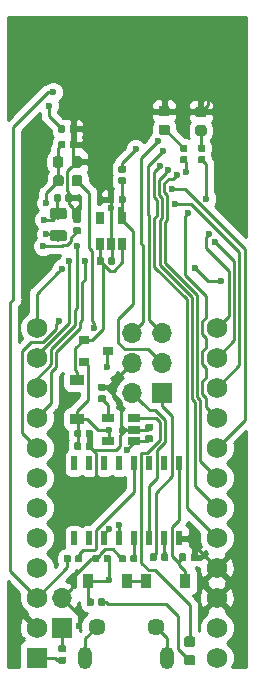
<source format=gbr>
G04 #@! TF.GenerationSoftware,KiCad,Pcbnew,(5.0.0)*
G04 #@! TF.CreationDate,2020-04-23T13:12:55-06:00*
G04 #@! TF.ProjectId,EByte_E73,45427974655F4537332E6B696361645F,rev?*
G04 #@! TF.SameCoordinates,Original*
G04 #@! TF.FileFunction,Copper,L2,Bot,Signal*
G04 #@! TF.FilePolarity,Positive*
%FSLAX46Y46*%
G04 Gerber Fmt 4.6, Leading zero omitted, Abs format (unit mm)*
G04 Created by KiCad (PCBNEW (5.0.0)) date 04/23/20 13:12:55*
%MOMM*%
%LPD*%
G01*
G04 APERTURE LIST*
G04 #@! TA.AperFunction,SMDPad,CuDef*
%ADD10R,0.508000X1.143000*%
G04 #@! TD*
G04 #@! TA.AperFunction,ComponentPad*
%ADD11R,1.752600X1.752600*%
G04 #@! TD*
G04 #@! TA.AperFunction,ComponentPad*
%ADD12C,1.752600*%
G04 #@! TD*
G04 #@! TA.AperFunction,ComponentPad*
%ADD13C,1.450000*%
G04 #@! TD*
G04 #@! TA.AperFunction,ComponentPad*
%ADD14O,1.200000X1.900000*%
G04 #@! TD*
G04 #@! TA.AperFunction,SMDPad,CuDef*
%ADD15R,0.900000X0.800000*%
G04 #@! TD*
G04 #@! TA.AperFunction,ComponentPad*
%ADD16R,1.700000X1.700000*%
G04 #@! TD*
G04 #@! TA.AperFunction,ComponentPad*
%ADD17O,1.700000X1.700000*%
G04 #@! TD*
G04 #@! TA.AperFunction,SMDPad,CuDef*
%ADD18R,1.200000X0.900000*%
G04 #@! TD*
G04 #@! TA.AperFunction,SMDPad,CuDef*
%ADD19R,0.900000X1.200000*%
G04 #@! TD*
G04 #@! TA.AperFunction,Conductor*
%ADD20C,0.100000*%
G04 #@! TD*
G04 #@! TA.AperFunction,SMDPad,CuDef*
%ADD21C,0.590000*%
G04 #@! TD*
G04 #@! TA.AperFunction,SMDPad,CuDef*
%ADD22R,0.650000X1.060000*%
G04 #@! TD*
G04 #@! TA.AperFunction,SMDPad,CuDef*
%ADD23C,0.875000*%
G04 #@! TD*
G04 #@! TA.AperFunction,SMDPad,CuDef*
%ADD24R,1.060000X0.650000*%
G04 #@! TD*
G04 #@! TA.AperFunction,SMDPad,CuDef*
%ADD25C,0.975000*%
G04 #@! TD*
G04 #@! TA.AperFunction,ViaPad*
%ADD26C,0.600000*%
G04 #@! TD*
G04 #@! TA.AperFunction,Conductor*
%ADD27C,0.250000*%
G04 #@! TD*
G04 #@! TA.AperFunction,Conductor*
%ADD28C,0.254000*%
G04 #@! TD*
G04 APERTURE END LIST*
D10*
G04 #@! TO.P,U4,16*
G04 #@! TO.N,Net-(C12-Pad1)*
X113665000Y-135699500D03*
G04 #@! TO.P,U4,14*
G04 #@! TO.N,N/C*
X111125000Y-135699500D03*
G04 #@! TO.P,U4,13*
G04 #@! TO.N,/DTR*
X109855000Y-135699500D03*
G04 #@! TO.P,U4,12*
G04 #@! TO.N,N/C*
X108585000Y-135699500D03*
G04 #@! TO.P,U4,11*
X107315000Y-135699500D03*
G04 #@! TO.P,U4,10*
X106045000Y-135699500D03*
G04 #@! TO.P,U4,9*
X104775000Y-135699500D03*
G04 #@! TO.P,U4,8*
X104775000Y-142049500D03*
G04 #@! TO.P,U4,7*
X106045000Y-142049500D03*
G04 #@! TO.P,U4,6*
G04 #@! TO.N,/Data-*
X107315000Y-142049500D03*
G04 #@! TO.P,U4,5*
G04 #@! TO.N,/Data+*
X108585000Y-142049500D03*
G04 #@! TO.P,U4,4*
G04 #@! TO.N,Net-(C10-Pad1)*
X109855000Y-142049500D03*
G04 #@! TO.P,U4,3*
G04 #@! TO.N,TXD*
X111125000Y-142049500D03*
G04 #@! TO.P,U4,2*
G04 #@! TO.N,Net-(R6-Pad2)*
X112395000Y-142049500D03*
G04 #@! TO.P,U4,1*
G04 #@! TO.N,GND*
X113665000Y-142049500D03*
G04 #@! TO.P,U4,15*
G04 #@! TO.N,N/C*
X112395000Y-135699500D03*
G04 #@! TD*
D11*
G04 #@! TO.P,U2,1*
G04 #@! TO.N,Net-(R7-Pad2)*
X101600000Y-152146000D03*
D12*
G04 #@! TO.P,U2,2*
G04 #@! TO.N,GND*
X101600000Y-149606000D03*
G04 #@! TO.P,U2,3*
G04 #@! TO.N,RESET*
X101600000Y-147066000D03*
G04 #@! TO.P,U2,4*
G04 #@! TO.N,VCC*
X101600000Y-144526000D03*
G04 #@! TO.P,U2,5*
G04 #@! TO.N,/P0.05*
X101600000Y-141986000D03*
G04 #@! TO.P,U2,6*
G04 #@! TO.N,/P0.04*
X101600000Y-139446000D03*
G04 #@! TO.P,U2,7*
G04 #@! TO.N,/P0.03*
X101600000Y-136906000D03*
G04 #@! TO.P,U2,8*
G04 #@! TO.N,/P0.02*
X101600000Y-134366000D03*
G04 #@! TO.P,U2,9*
G04 #@! TO.N,SCK*
X101600000Y-131826000D03*
G04 #@! TO.P,U2,10*
G04 #@! TO.N,MISO*
X101600000Y-129286000D03*
G04 #@! TO.P,U2,11*
G04 #@! TO.N,MOSI*
X101600000Y-126746000D03*
G04 #@! TO.P,U2,12*
G04 #@! TO.N,/P0.11*
X101600000Y-124206000D03*
G04 #@! TO.P,U2,24*
G04 #@! TO.N,/P0.16*
X116840000Y-124206000D03*
G04 #@! TO.P,U2,23*
G04 #@! TO.N,/P0.15*
X116840000Y-126746000D03*
G04 #@! TO.P,U2,22*
G04 #@! TO.N,/P0.30*
X116840000Y-129286000D03*
G04 #@! TO.P,U2,21*
G04 #@! TO.N,/P0.29*
X116840000Y-131826000D03*
G04 #@! TO.P,U2,20*
G04 #@! TO.N,/P0.28*
X116840000Y-134366000D03*
G04 #@! TO.P,U2,19*
G04 #@! TO.N,/P0.27*
X116840000Y-136906000D03*
G04 #@! TO.P,U2,18*
G04 #@! TO.N,SCL*
X116840000Y-139446000D03*
G04 #@! TO.P,U2,17*
G04 #@! TO.N,SDA*
X116840000Y-141986000D03*
G04 #@! TO.P,U2,16*
G04 #@! TO.N,GND*
X116840000Y-144526000D03*
G04 #@! TO.P,U2,15*
X116840000Y-147066000D03*
G04 #@! TO.P,U2,14*
G04 #@! TO.N,/P0.07*
X116840000Y-149606000D03*
G04 #@! TO.P,U2,13*
G04 #@! TO.N,SWO*
X116840000Y-152146000D03*
G04 #@! TD*
D13*
G04 #@! TO.P,J1,6*
G04 #@! TO.N,Net-(J1-Pad6)*
X106669200Y-149508980D03*
X111669200Y-149508980D03*
D14*
X105669200Y-152208980D03*
X112669200Y-152208980D03*
G04 #@! TD*
D15*
G04 #@! TO.P,Q1,1*
G04 #@! TO.N,/VBus*
X105616500Y-127124500D03*
G04 #@! TO.P,Q1,2*
G04 #@! TO.N,Net-(C5-Pad1)*
X105616500Y-125224500D03*
G04 #@! TO.P,Q1,3*
G04 #@! TO.N,/VBatt*
X107616500Y-126174500D03*
G04 #@! TD*
D16*
G04 #@! TO.P,J3,1*
G04 #@! TO.N,/VBatt*
X103759000Y-149606000D03*
D17*
G04 #@! TO.P,J3,2*
G04 #@! TO.N,GND*
X103759000Y-147066000D03*
G04 #@! TD*
D16*
G04 #@! TO.P,J2,1*
G04 #@! TO.N,RXD*
X112229900Y-129715260D03*
D17*
G04 #@! TO.P,J2,2*
G04 #@! TO.N,TXD*
X109689900Y-129715260D03*
G04 #@! TO.P,J2,3*
G04 #@! TO.N,VCC*
X112229900Y-127175260D03*
G04 #@! TO.P,J2,4*
G04 #@! TO.N,GND*
X109689900Y-127175260D03*
G04 #@! TO.P,J2,5*
G04 #@! TO.N,SWDCLK*
X112229900Y-124635260D03*
G04 #@! TO.P,J2,6*
G04 #@! TO.N,SWDIO*
X109689900Y-124635260D03*
G04 #@! TD*
D18*
G04 #@! TO.P,D1,1*
G04 #@! TO.N,Net-(C5-Pad1)*
X105029000Y-128652000D03*
G04 #@! TO.P,D1,2*
G04 #@! TO.N,/VBus*
X105029000Y-131952000D03*
G04 #@! TD*
D19*
G04 #@! TO.P,D2,2*
G04 #@! TO.N,/VBus*
X105982500Y-145669000D03*
G04 #@! TO.P,D2,1*
G04 #@! TO.N,Net-(D2-Pad1)*
X109282500Y-145669000D03*
G04 #@! TD*
G04 #@! TO.P,D3,1*
G04 #@! TO.N,Net-(C12-Pad1)*
X114172000Y-145669000D03*
G04 #@! TO.P,D3,2*
G04 #@! TO.N,Net-(D2-Pad1)*
X110872000Y-145669000D03*
G04 #@! TD*
D20*
G04 #@! TO.N,/VBatt*
G04 #@! TO.C,R7*
G36*
X103945958Y-151089710D02*
X103960276Y-151091834D01*
X103974317Y-151095351D01*
X103987946Y-151100228D01*
X104001031Y-151106417D01*
X104013447Y-151113858D01*
X104025073Y-151122481D01*
X104035798Y-151132202D01*
X104045519Y-151142927D01*
X104054142Y-151154553D01*
X104061583Y-151166969D01*
X104067772Y-151180054D01*
X104072649Y-151193683D01*
X104076166Y-151207724D01*
X104078290Y-151222042D01*
X104079000Y-151236500D01*
X104079000Y-151531500D01*
X104078290Y-151545958D01*
X104076166Y-151560276D01*
X104072649Y-151574317D01*
X104067772Y-151587946D01*
X104061583Y-151601031D01*
X104054142Y-151613447D01*
X104045519Y-151625073D01*
X104035798Y-151635798D01*
X104025073Y-151645519D01*
X104013447Y-151654142D01*
X104001031Y-151661583D01*
X103987946Y-151667772D01*
X103974317Y-151672649D01*
X103960276Y-151676166D01*
X103945958Y-151678290D01*
X103931500Y-151679000D01*
X103586500Y-151679000D01*
X103572042Y-151678290D01*
X103557724Y-151676166D01*
X103543683Y-151672649D01*
X103530054Y-151667772D01*
X103516969Y-151661583D01*
X103504553Y-151654142D01*
X103492927Y-151645519D01*
X103482202Y-151635798D01*
X103472481Y-151625073D01*
X103463858Y-151613447D01*
X103456417Y-151601031D01*
X103450228Y-151587946D01*
X103445351Y-151574317D01*
X103441834Y-151560276D01*
X103439710Y-151545958D01*
X103439000Y-151531500D01*
X103439000Y-151236500D01*
X103439710Y-151222042D01*
X103441834Y-151207724D01*
X103445351Y-151193683D01*
X103450228Y-151180054D01*
X103456417Y-151166969D01*
X103463858Y-151154553D01*
X103472481Y-151142927D01*
X103482202Y-151132202D01*
X103492927Y-151122481D01*
X103504553Y-151113858D01*
X103516969Y-151106417D01*
X103530054Y-151100228D01*
X103543683Y-151095351D01*
X103557724Y-151091834D01*
X103572042Y-151089710D01*
X103586500Y-151089000D01*
X103931500Y-151089000D01*
X103945958Y-151089710D01*
X103945958Y-151089710D01*
G37*
D21*
G04 #@! TD*
G04 #@! TO.P,R7,1*
G04 #@! TO.N,/VBatt*
X103759000Y-151384000D03*
D20*
G04 #@! TO.N,Net-(R7-Pad2)*
G04 #@! TO.C,R7*
G36*
X103945958Y-152059710D02*
X103960276Y-152061834D01*
X103974317Y-152065351D01*
X103987946Y-152070228D01*
X104001031Y-152076417D01*
X104013447Y-152083858D01*
X104025073Y-152092481D01*
X104035798Y-152102202D01*
X104045519Y-152112927D01*
X104054142Y-152124553D01*
X104061583Y-152136969D01*
X104067772Y-152150054D01*
X104072649Y-152163683D01*
X104076166Y-152177724D01*
X104078290Y-152192042D01*
X104079000Y-152206500D01*
X104079000Y-152501500D01*
X104078290Y-152515958D01*
X104076166Y-152530276D01*
X104072649Y-152544317D01*
X104067772Y-152557946D01*
X104061583Y-152571031D01*
X104054142Y-152583447D01*
X104045519Y-152595073D01*
X104035798Y-152605798D01*
X104025073Y-152615519D01*
X104013447Y-152624142D01*
X104001031Y-152631583D01*
X103987946Y-152637772D01*
X103974317Y-152642649D01*
X103960276Y-152646166D01*
X103945958Y-152648290D01*
X103931500Y-152649000D01*
X103586500Y-152649000D01*
X103572042Y-152648290D01*
X103557724Y-152646166D01*
X103543683Y-152642649D01*
X103530054Y-152637772D01*
X103516969Y-152631583D01*
X103504553Y-152624142D01*
X103492927Y-152615519D01*
X103482202Y-152605798D01*
X103472481Y-152595073D01*
X103463858Y-152583447D01*
X103456417Y-152571031D01*
X103450228Y-152557946D01*
X103445351Y-152544317D01*
X103441834Y-152530276D01*
X103439710Y-152515958D01*
X103439000Y-152501500D01*
X103439000Y-152206500D01*
X103439710Y-152192042D01*
X103441834Y-152177724D01*
X103445351Y-152163683D01*
X103450228Y-152150054D01*
X103456417Y-152136969D01*
X103463858Y-152124553D01*
X103472481Y-152112927D01*
X103482202Y-152102202D01*
X103492927Y-152092481D01*
X103504553Y-152083858D01*
X103516969Y-152076417D01*
X103530054Y-152070228D01*
X103543683Y-152065351D01*
X103557724Y-152061834D01*
X103572042Y-152059710D01*
X103586500Y-152059000D01*
X103931500Y-152059000D01*
X103945958Y-152059710D01*
X103945958Y-152059710D01*
G37*
D21*
G04 #@! TD*
G04 #@! TO.P,R7,2*
G04 #@! TO.N,Net-(R7-Pad2)*
X103759000Y-152354000D03*
D22*
G04 #@! TO.P,U3,1*
G04 #@! TO.N,Net-(C5-Pad1)*
X108836500Y-117094000D03*
G04 #@! TO.P,U3,2*
G04 #@! TO.N,GND*
X107886500Y-117094000D03*
G04 #@! TO.P,U3,3*
G04 #@! TO.N,Net-(C5-Pad1)*
X106936500Y-117094000D03*
G04 #@! TO.P,U3,4*
G04 #@! TO.N,N/C*
X106936500Y-114894000D03*
G04 #@! TO.P,U3,5*
G04 #@! TO.N,VCC*
X108836500Y-114894000D03*
G04 #@! TD*
D20*
G04 #@! TO.N,Net-(C4-Pad1)*
G04 #@! TO.C,C4*
G36*
X103880458Y-107059210D02*
X103894776Y-107061334D01*
X103908817Y-107064851D01*
X103922446Y-107069728D01*
X103935531Y-107075917D01*
X103947947Y-107083358D01*
X103959573Y-107091981D01*
X103970298Y-107101702D01*
X103980019Y-107112427D01*
X103988642Y-107124053D01*
X103996083Y-107136469D01*
X104002272Y-107149554D01*
X104007149Y-107163183D01*
X104010666Y-107177224D01*
X104012790Y-107191542D01*
X104013500Y-107206000D01*
X104013500Y-107551000D01*
X104012790Y-107565458D01*
X104010666Y-107579776D01*
X104007149Y-107593817D01*
X104002272Y-107607446D01*
X103996083Y-107620531D01*
X103988642Y-107632947D01*
X103980019Y-107644573D01*
X103970298Y-107655298D01*
X103959573Y-107665019D01*
X103947947Y-107673642D01*
X103935531Y-107681083D01*
X103922446Y-107687272D01*
X103908817Y-107692149D01*
X103894776Y-107695666D01*
X103880458Y-107697790D01*
X103866000Y-107698500D01*
X103571000Y-107698500D01*
X103556542Y-107697790D01*
X103542224Y-107695666D01*
X103528183Y-107692149D01*
X103514554Y-107687272D01*
X103501469Y-107681083D01*
X103489053Y-107673642D01*
X103477427Y-107665019D01*
X103466702Y-107655298D01*
X103456981Y-107644573D01*
X103448358Y-107632947D01*
X103440917Y-107620531D01*
X103434728Y-107607446D01*
X103429851Y-107593817D01*
X103426334Y-107579776D01*
X103424210Y-107565458D01*
X103423500Y-107551000D01*
X103423500Y-107206000D01*
X103424210Y-107191542D01*
X103426334Y-107177224D01*
X103429851Y-107163183D01*
X103434728Y-107149554D01*
X103440917Y-107136469D01*
X103448358Y-107124053D01*
X103456981Y-107112427D01*
X103466702Y-107101702D01*
X103477427Y-107091981D01*
X103489053Y-107083358D01*
X103501469Y-107075917D01*
X103514554Y-107069728D01*
X103528183Y-107064851D01*
X103542224Y-107061334D01*
X103556542Y-107059210D01*
X103571000Y-107058500D01*
X103866000Y-107058500D01*
X103880458Y-107059210D01*
X103880458Y-107059210D01*
G37*
D21*
G04 #@! TD*
G04 #@! TO.P,C4,1*
G04 #@! TO.N,Net-(C4-Pad1)*
X103718500Y-107378500D03*
D20*
G04 #@! TO.N,GND*
G04 #@! TO.C,C4*
G36*
X104850458Y-107059210D02*
X104864776Y-107061334D01*
X104878817Y-107064851D01*
X104892446Y-107069728D01*
X104905531Y-107075917D01*
X104917947Y-107083358D01*
X104929573Y-107091981D01*
X104940298Y-107101702D01*
X104950019Y-107112427D01*
X104958642Y-107124053D01*
X104966083Y-107136469D01*
X104972272Y-107149554D01*
X104977149Y-107163183D01*
X104980666Y-107177224D01*
X104982790Y-107191542D01*
X104983500Y-107206000D01*
X104983500Y-107551000D01*
X104982790Y-107565458D01*
X104980666Y-107579776D01*
X104977149Y-107593817D01*
X104972272Y-107607446D01*
X104966083Y-107620531D01*
X104958642Y-107632947D01*
X104950019Y-107644573D01*
X104940298Y-107655298D01*
X104929573Y-107665019D01*
X104917947Y-107673642D01*
X104905531Y-107681083D01*
X104892446Y-107687272D01*
X104878817Y-107692149D01*
X104864776Y-107695666D01*
X104850458Y-107697790D01*
X104836000Y-107698500D01*
X104541000Y-107698500D01*
X104526542Y-107697790D01*
X104512224Y-107695666D01*
X104498183Y-107692149D01*
X104484554Y-107687272D01*
X104471469Y-107681083D01*
X104459053Y-107673642D01*
X104447427Y-107665019D01*
X104436702Y-107655298D01*
X104426981Y-107644573D01*
X104418358Y-107632947D01*
X104410917Y-107620531D01*
X104404728Y-107607446D01*
X104399851Y-107593817D01*
X104396334Y-107579776D01*
X104394210Y-107565458D01*
X104393500Y-107551000D01*
X104393500Y-107206000D01*
X104394210Y-107191542D01*
X104396334Y-107177224D01*
X104399851Y-107163183D01*
X104404728Y-107149554D01*
X104410917Y-107136469D01*
X104418358Y-107124053D01*
X104426981Y-107112427D01*
X104436702Y-107101702D01*
X104447427Y-107091981D01*
X104459053Y-107083358D01*
X104471469Y-107075917D01*
X104484554Y-107069728D01*
X104498183Y-107064851D01*
X104512224Y-107061334D01*
X104526542Y-107059210D01*
X104541000Y-107058500D01*
X104836000Y-107058500D01*
X104850458Y-107059210D01*
X104850458Y-107059210D01*
G37*
D21*
G04 #@! TD*
G04 #@! TO.P,C4,2*
G04 #@! TO.N,GND*
X104688500Y-107378500D03*
D20*
G04 #@! TO.N,GND*
G04 #@! TO.C,C6*
G36*
X104850458Y-108392710D02*
X104864776Y-108394834D01*
X104878817Y-108398351D01*
X104892446Y-108403228D01*
X104905531Y-108409417D01*
X104917947Y-108416858D01*
X104929573Y-108425481D01*
X104940298Y-108435202D01*
X104950019Y-108445927D01*
X104958642Y-108457553D01*
X104966083Y-108469969D01*
X104972272Y-108483054D01*
X104977149Y-108496683D01*
X104980666Y-108510724D01*
X104982790Y-108525042D01*
X104983500Y-108539500D01*
X104983500Y-108884500D01*
X104982790Y-108898958D01*
X104980666Y-108913276D01*
X104977149Y-108927317D01*
X104972272Y-108940946D01*
X104966083Y-108954031D01*
X104958642Y-108966447D01*
X104950019Y-108978073D01*
X104940298Y-108988798D01*
X104929573Y-108998519D01*
X104917947Y-109007142D01*
X104905531Y-109014583D01*
X104892446Y-109020772D01*
X104878817Y-109025649D01*
X104864776Y-109029166D01*
X104850458Y-109031290D01*
X104836000Y-109032000D01*
X104541000Y-109032000D01*
X104526542Y-109031290D01*
X104512224Y-109029166D01*
X104498183Y-109025649D01*
X104484554Y-109020772D01*
X104471469Y-109014583D01*
X104459053Y-109007142D01*
X104447427Y-108998519D01*
X104436702Y-108988798D01*
X104426981Y-108978073D01*
X104418358Y-108966447D01*
X104410917Y-108954031D01*
X104404728Y-108940946D01*
X104399851Y-108927317D01*
X104396334Y-108913276D01*
X104394210Y-108898958D01*
X104393500Y-108884500D01*
X104393500Y-108539500D01*
X104394210Y-108525042D01*
X104396334Y-108510724D01*
X104399851Y-108496683D01*
X104404728Y-108483054D01*
X104410917Y-108469969D01*
X104418358Y-108457553D01*
X104426981Y-108445927D01*
X104436702Y-108435202D01*
X104447427Y-108425481D01*
X104459053Y-108416858D01*
X104471469Y-108409417D01*
X104484554Y-108403228D01*
X104498183Y-108398351D01*
X104512224Y-108394834D01*
X104526542Y-108392710D01*
X104541000Y-108392000D01*
X104836000Y-108392000D01*
X104850458Y-108392710D01*
X104850458Y-108392710D01*
G37*
D21*
G04 #@! TD*
G04 #@! TO.P,C6,2*
G04 #@! TO.N,GND*
X104688500Y-108712000D03*
D20*
G04 #@! TO.N,/P0.31*
G04 #@! TO.C,C6*
G36*
X103880458Y-108392710D02*
X103894776Y-108394834D01*
X103908817Y-108398351D01*
X103922446Y-108403228D01*
X103935531Y-108409417D01*
X103947947Y-108416858D01*
X103959573Y-108425481D01*
X103970298Y-108435202D01*
X103980019Y-108445927D01*
X103988642Y-108457553D01*
X103996083Y-108469969D01*
X104002272Y-108483054D01*
X104007149Y-108496683D01*
X104010666Y-108510724D01*
X104012790Y-108525042D01*
X104013500Y-108539500D01*
X104013500Y-108884500D01*
X104012790Y-108898958D01*
X104010666Y-108913276D01*
X104007149Y-108927317D01*
X104002272Y-108940946D01*
X103996083Y-108954031D01*
X103988642Y-108966447D01*
X103980019Y-108978073D01*
X103970298Y-108988798D01*
X103959573Y-108998519D01*
X103947947Y-109007142D01*
X103935531Y-109014583D01*
X103922446Y-109020772D01*
X103908817Y-109025649D01*
X103894776Y-109029166D01*
X103880458Y-109031290D01*
X103866000Y-109032000D01*
X103571000Y-109032000D01*
X103556542Y-109031290D01*
X103542224Y-109029166D01*
X103528183Y-109025649D01*
X103514554Y-109020772D01*
X103501469Y-109014583D01*
X103489053Y-109007142D01*
X103477427Y-108998519D01*
X103466702Y-108988798D01*
X103456981Y-108978073D01*
X103448358Y-108966447D01*
X103440917Y-108954031D01*
X103434728Y-108940946D01*
X103429851Y-108927317D01*
X103426334Y-108913276D01*
X103424210Y-108898958D01*
X103423500Y-108884500D01*
X103423500Y-108539500D01*
X103424210Y-108525042D01*
X103426334Y-108510724D01*
X103429851Y-108496683D01*
X103434728Y-108483054D01*
X103440917Y-108469969D01*
X103448358Y-108457553D01*
X103456981Y-108445927D01*
X103466702Y-108435202D01*
X103477427Y-108425481D01*
X103489053Y-108416858D01*
X103501469Y-108409417D01*
X103514554Y-108403228D01*
X103528183Y-108398351D01*
X103542224Y-108394834D01*
X103556542Y-108392710D01*
X103571000Y-108392000D01*
X103866000Y-108392000D01*
X103880458Y-108392710D01*
X103880458Y-108392710D01*
G37*
D21*
G04 #@! TD*
G04 #@! TO.P,C6,1*
G04 #@! TO.N,/P0.31*
X103718500Y-108712000D03*
D20*
G04 #@! TO.N,RESET*
G04 #@! TO.C,R1*
G36*
X109025958Y-110495710D02*
X109040276Y-110497834D01*
X109054317Y-110501351D01*
X109067946Y-110506228D01*
X109081031Y-110512417D01*
X109093447Y-110519858D01*
X109105073Y-110528481D01*
X109115798Y-110538202D01*
X109125519Y-110548927D01*
X109134142Y-110560553D01*
X109141583Y-110572969D01*
X109147772Y-110586054D01*
X109152649Y-110599683D01*
X109156166Y-110613724D01*
X109158290Y-110628042D01*
X109159000Y-110642500D01*
X109159000Y-110937500D01*
X109158290Y-110951958D01*
X109156166Y-110966276D01*
X109152649Y-110980317D01*
X109147772Y-110993946D01*
X109141583Y-111007031D01*
X109134142Y-111019447D01*
X109125519Y-111031073D01*
X109115798Y-111041798D01*
X109105073Y-111051519D01*
X109093447Y-111060142D01*
X109081031Y-111067583D01*
X109067946Y-111073772D01*
X109054317Y-111078649D01*
X109040276Y-111082166D01*
X109025958Y-111084290D01*
X109011500Y-111085000D01*
X108666500Y-111085000D01*
X108652042Y-111084290D01*
X108637724Y-111082166D01*
X108623683Y-111078649D01*
X108610054Y-111073772D01*
X108596969Y-111067583D01*
X108584553Y-111060142D01*
X108572927Y-111051519D01*
X108562202Y-111041798D01*
X108552481Y-111031073D01*
X108543858Y-111019447D01*
X108536417Y-111007031D01*
X108530228Y-110993946D01*
X108525351Y-110980317D01*
X108521834Y-110966276D01*
X108519710Y-110951958D01*
X108519000Y-110937500D01*
X108519000Y-110642500D01*
X108519710Y-110628042D01*
X108521834Y-110613724D01*
X108525351Y-110599683D01*
X108530228Y-110586054D01*
X108536417Y-110572969D01*
X108543858Y-110560553D01*
X108552481Y-110548927D01*
X108562202Y-110538202D01*
X108572927Y-110528481D01*
X108584553Y-110519858D01*
X108596969Y-110512417D01*
X108610054Y-110506228D01*
X108623683Y-110501351D01*
X108637724Y-110497834D01*
X108652042Y-110495710D01*
X108666500Y-110495000D01*
X109011500Y-110495000D01*
X109025958Y-110495710D01*
X109025958Y-110495710D01*
G37*
D21*
G04 #@! TD*
G04 #@! TO.P,R1,1*
G04 #@! TO.N,RESET*
X108839000Y-110790000D03*
D20*
G04 #@! TO.N,VCC*
G04 #@! TO.C,R1*
G36*
X109025958Y-111465710D02*
X109040276Y-111467834D01*
X109054317Y-111471351D01*
X109067946Y-111476228D01*
X109081031Y-111482417D01*
X109093447Y-111489858D01*
X109105073Y-111498481D01*
X109115798Y-111508202D01*
X109125519Y-111518927D01*
X109134142Y-111530553D01*
X109141583Y-111542969D01*
X109147772Y-111556054D01*
X109152649Y-111569683D01*
X109156166Y-111583724D01*
X109158290Y-111598042D01*
X109159000Y-111612500D01*
X109159000Y-111907500D01*
X109158290Y-111921958D01*
X109156166Y-111936276D01*
X109152649Y-111950317D01*
X109147772Y-111963946D01*
X109141583Y-111977031D01*
X109134142Y-111989447D01*
X109125519Y-112001073D01*
X109115798Y-112011798D01*
X109105073Y-112021519D01*
X109093447Y-112030142D01*
X109081031Y-112037583D01*
X109067946Y-112043772D01*
X109054317Y-112048649D01*
X109040276Y-112052166D01*
X109025958Y-112054290D01*
X109011500Y-112055000D01*
X108666500Y-112055000D01*
X108652042Y-112054290D01*
X108637724Y-112052166D01*
X108623683Y-112048649D01*
X108610054Y-112043772D01*
X108596969Y-112037583D01*
X108584553Y-112030142D01*
X108572927Y-112021519D01*
X108562202Y-112011798D01*
X108552481Y-112001073D01*
X108543858Y-111989447D01*
X108536417Y-111977031D01*
X108530228Y-111963946D01*
X108525351Y-111950317D01*
X108521834Y-111936276D01*
X108519710Y-111921958D01*
X108519000Y-111907500D01*
X108519000Y-111612500D01*
X108519710Y-111598042D01*
X108521834Y-111583724D01*
X108525351Y-111569683D01*
X108530228Y-111556054D01*
X108536417Y-111542969D01*
X108543858Y-111530553D01*
X108552481Y-111518927D01*
X108562202Y-111508202D01*
X108572927Y-111498481D01*
X108584553Y-111489858D01*
X108596969Y-111482417D01*
X108610054Y-111476228D01*
X108623683Y-111471351D01*
X108637724Y-111467834D01*
X108652042Y-111465710D01*
X108666500Y-111465000D01*
X109011500Y-111465000D01*
X109025958Y-111465710D01*
X109025958Y-111465710D01*
G37*
D21*
G04 #@! TD*
G04 #@! TO.P,R1,2*
G04 #@! TO.N,VCC*
X108839000Y-111760000D03*
D20*
G04 #@! TO.N,GND*
G04 #@! TO.C,R2*
G36*
X106206958Y-132840210D02*
X106221276Y-132842334D01*
X106235317Y-132845851D01*
X106248946Y-132850728D01*
X106262031Y-132856917D01*
X106274447Y-132864358D01*
X106286073Y-132872981D01*
X106296798Y-132882702D01*
X106306519Y-132893427D01*
X106315142Y-132905053D01*
X106322583Y-132917469D01*
X106328772Y-132930554D01*
X106333649Y-132944183D01*
X106337166Y-132958224D01*
X106339290Y-132972542D01*
X106340000Y-132987000D01*
X106340000Y-133332000D01*
X106339290Y-133346458D01*
X106337166Y-133360776D01*
X106333649Y-133374817D01*
X106328772Y-133388446D01*
X106322583Y-133401531D01*
X106315142Y-133413947D01*
X106306519Y-133425573D01*
X106296798Y-133436298D01*
X106286073Y-133446019D01*
X106274447Y-133454642D01*
X106262031Y-133462083D01*
X106248946Y-133468272D01*
X106235317Y-133473149D01*
X106221276Y-133476666D01*
X106206958Y-133478790D01*
X106192500Y-133479500D01*
X105897500Y-133479500D01*
X105883042Y-133478790D01*
X105868724Y-133476666D01*
X105854683Y-133473149D01*
X105841054Y-133468272D01*
X105827969Y-133462083D01*
X105815553Y-133454642D01*
X105803927Y-133446019D01*
X105793202Y-133436298D01*
X105783481Y-133425573D01*
X105774858Y-133413947D01*
X105767417Y-133401531D01*
X105761228Y-133388446D01*
X105756351Y-133374817D01*
X105752834Y-133360776D01*
X105750710Y-133346458D01*
X105750000Y-133332000D01*
X105750000Y-132987000D01*
X105750710Y-132972542D01*
X105752834Y-132958224D01*
X105756351Y-132944183D01*
X105761228Y-132930554D01*
X105767417Y-132917469D01*
X105774858Y-132905053D01*
X105783481Y-132893427D01*
X105793202Y-132882702D01*
X105803927Y-132872981D01*
X105815553Y-132864358D01*
X105827969Y-132856917D01*
X105841054Y-132850728D01*
X105854683Y-132845851D01*
X105868724Y-132842334D01*
X105883042Y-132840210D01*
X105897500Y-132839500D01*
X106192500Y-132839500D01*
X106206958Y-132840210D01*
X106206958Y-132840210D01*
G37*
D21*
G04 #@! TD*
G04 #@! TO.P,R2,2*
G04 #@! TO.N,GND*
X106045000Y-133159500D03*
D20*
G04 #@! TO.N,/VBus*
G04 #@! TO.C,R2*
G36*
X105236958Y-132840210D02*
X105251276Y-132842334D01*
X105265317Y-132845851D01*
X105278946Y-132850728D01*
X105292031Y-132856917D01*
X105304447Y-132864358D01*
X105316073Y-132872981D01*
X105326798Y-132882702D01*
X105336519Y-132893427D01*
X105345142Y-132905053D01*
X105352583Y-132917469D01*
X105358772Y-132930554D01*
X105363649Y-132944183D01*
X105367166Y-132958224D01*
X105369290Y-132972542D01*
X105370000Y-132987000D01*
X105370000Y-133332000D01*
X105369290Y-133346458D01*
X105367166Y-133360776D01*
X105363649Y-133374817D01*
X105358772Y-133388446D01*
X105352583Y-133401531D01*
X105345142Y-133413947D01*
X105336519Y-133425573D01*
X105326798Y-133436298D01*
X105316073Y-133446019D01*
X105304447Y-133454642D01*
X105292031Y-133462083D01*
X105278946Y-133468272D01*
X105265317Y-133473149D01*
X105251276Y-133476666D01*
X105236958Y-133478790D01*
X105222500Y-133479500D01*
X104927500Y-133479500D01*
X104913042Y-133478790D01*
X104898724Y-133476666D01*
X104884683Y-133473149D01*
X104871054Y-133468272D01*
X104857969Y-133462083D01*
X104845553Y-133454642D01*
X104833927Y-133446019D01*
X104823202Y-133436298D01*
X104813481Y-133425573D01*
X104804858Y-133413947D01*
X104797417Y-133401531D01*
X104791228Y-133388446D01*
X104786351Y-133374817D01*
X104782834Y-133360776D01*
X104780710Y-133346458D01*
X104780000Y-133332000D01*
X104780000Y-132987000D01*
X104780710Y-132972542D01*
X104782834Y-132958224D01*
X104786351Y-132944183D01*
X104791228Y-132930554D01*
X104797417Y-132917469D01*
X104804858Y-132905053D01*
X104813481Y-132893427D01*
X104823202Y-132882702D01*
X104833927Y-132872981D01*
X104845553Y-132864358D01*
X104857969Y-132856917D01*
X104871054Y-132850728D01*
X104884683Y-132845851D01*
X104898724Y-132842334D01*
X104913042Y-132840210D01*
X104927500Y-132839500D01*
X105222500Y-132839500D01*
X105236958Y-132840210D01*
X105236958Y-132840210D01*
G37*
D21*
G04 #@! TD*
G04 #@! TO.P,R2,1*
G04 #@! TO.N,/VBus*
X105075000Y-133159500D03*
D20*
G04 #@! TO.N,Net-(R3-Pad1)*
G04 #@! TO.C,R3*
G36*
X107311458Y-129921210D02*
X107325776Y-129923334D01*
X107339817Y-129926851D01*
X107353446Y-129931728D01*
X107366531Y-129937917D01*
X107378947Y-129945358D01*
X107390573Y-129953981D01*
X107401298Y-129963702D01*
X107411019Y-129974427D01*
X107419642Y-129986053D01*
X107427083Y-129998469D01*
X107433272Y-130011554D01*
X107438149Y-130025183D01*
X107441666Y-130039224D01*
X107443790Y-130053542D01*
X107444500Y-130068000D01*
X107444500Y-130363000D01*
X107443790Y-130377458D01*
X107441666Y-130391776D01*
X107438149Y-130405817D01*
X107433272Y-130419446D01*
X107427083Y-130432531D01*
X107419642Y-130444947D01*
X107411019Y-130456573D01*
X107401298Y-130467298D01*
X107390573Y-130477019D01*
X107378947Y-130485642D01*
X107366531Y-130493083D01*
X107353446Y-130499272D01*
X107339817Y-130504149D01*
X107325776Y-130507666D01*
X107311458Y-130509790D01*
X107297000Y-130510500D01*
X106952000Y-130510500D01*
X106937542Y-130509790D01*
X106923224Y-130507666D01*
X106909183Y-130504149D01*
X106895554Y-130499272D01*
X106882469Y-130493083D01*
X106870053Y-130485642D01*
X106858427Y-130477019D01*
X106847702Y-130467298D01*
X106837981Y-130456573D01*
X106829358Y-130444947D01*
X106821917Y-130432531D01*
X106815728Y-130419446D01*
X106810851Y-130405817D01*
X106807334Y-130391776D01*
X106805210Y-130377458D01*
X106804500Y-130363000D01*
X106804500Y-130068000D01*
X106805210Y-130053542D01*
X106807334Y-130039224D01*
X106810851Y-130025183D01*
X106815728Y-130011554D01*
X106821917Y-129998469D01*
X106829358Y-129986053D01*
X106837981Y-129974427D01*
X106847702Y-129963702D01*
X106858427Y-129953981D01*
X106870053Y-129945358D01*
X106882469Y-129937917D01*
X106895554Y-129931728D01*
X106909183Y-129926851D01*
X106923224Y-129923334D01*
X106937542Y-129921210D01*
X106952000Y-129920500D01*
X107297000Y-129920500D01*
X107311458Y-129921210D01*
X107311458Y-129921210D01*
G37*
D21*
G04 #@! TD*
G04 #@! TO.P,R3,1*
G04 #@! TO.N,Net-(R3-Pad1)*
X107124500Y-130215500D03*
D20*
G04 #@! TO.N,GND*
G04 #@! TO.C,R3*
G36*
X107311458Y-128951210D02*
X107325776Y-128953334D01*
X107339817Y-128956851D01*
X107353446Y-128961728D01*
X107366531Y-128967917D01*
X107378947Y-128975358D01*
X107390573Y-128983981D01*
X107401298Y-128993702D01*
X107411019Y-129004427D01*
X107419642Y-129016053D01*
X107427083Y-129028469D01*
X107433272Y-129041554D01*
X107438149Y-129055183D01*
X107441666Y-129069224D01*
X107443790Y-129083542D01*
X107444500Y-129098000D01*
X107444500Y-129393000D01*
X107443790Y-129407458D01*
X107441666Y-129421776D01*
X107438149Y-129435817D01*
X107433272Y-129449446D01*
X107427083Y-129462531D01*
X107419642Y-129474947D01*
X107411019Y-129486573D01*
X107401298Y-129497298D01*
X107390573Y-129507019D01*
X107378947Y-129515642D01*
X107366531Y-129523083D01*
X107353446Y-129529272D01*
X107339817Y-129534149D01*
X107325776Y-129537666D01*
X107311458Y-129539790D01*
X107297000Y-129540500D01*
X106952000Y-129540500D01*
X106937542Y-129539790D01*
X106923224Y-129537666D01*
X106909183Y-129534149D01*
X106895554Y-129529272D01*
X106882469Y-129523083D01*
X106870053Y-129515642D01*
X106858427Y-129507019D01*
X106847702Y-129497298D01*
X106837981Y-129486573D01*
X106829358Y-129474947D01*
X106821917Y-129462531D01*
X106815728Y-129449446D01*
X106810851Y-129435817D01*
X106807334Y-129421776D01*
X106805210Y-129407458D01*
X106804500Y-129393000D01*
X106804500Y-129098000D01*
X106805210Y-129083542D01*
X106807334Y-129069224D01*
X106810851Y-129055183D01*
X106815728Y-129041554D01*
X106821917Y-129028469D01*
X106829358Y-129016053D01*
X106837981Y-129004427D01*
X106847702Y-128993702D01*
X106858427Y-128983981D01*
X106870053Y-128975358D01*
X106882469Y-128967917D01*
X106895554Y-128961728D01*
X106909183Y-128956851D01*
X106923224Y-128953334D01*
X106937542Y-128951210D01*
X106952000Y-128950500D01*
X107297000Y-128950500D01*
X107311458Y-128951210D01*
X107311458Y-128951210D01*
G37*
D21*
G04 #@! TD*
G04 #@! TO.P,R3,2*
G04 #@! TO.N,GND*
X107124500Y-129245500D03*
D20*
G04 #@! TO.N,/P0.31*
G04 #@! TO.C,R4*
G36*
X103681691Y-111286053D02*
X103702926Y-111289203D01*
X103723750Y-111294419D01*
X103743962Y-111301651D01*
X103763368Y-111310830D01*
X103781781Y-111321866D01*
X103799024Y-111334654D01*
X103814930Y-111349070D01*
X103829346Y-111364976D01*
X103842134Y-111382219D01*
X103853170Y-111400632D01*
X103862349Y-111420038D01*
X103869581Y-111440250D01*
X103874797Y-111461074D01*
X103877947Y-111482309D01*
X103879000Y-111503750D01*
X103879000Y-112016250D01*
X103877947Y-112037691D01*
X103874797Y-112058926D01*
X103869581Y-112079750D01*
X103862349Y-112099962D01*
X103853170Y-112119368D01*
X103842134Y-112137781D01*
X103829346Y-112155024D01*
X103814930Y-112170930D01*
X103799024Y-112185346D01*
X103781781Y-112198134D01*
X103763368Y-112209170D01*
X103743962Y-112218349D01*
X103723750Y-112225581D01*
X103702926Y-112230797D01*
X103681691Y-112233947D01*
X103660250Y-112235000D01*
X103222750Y-112235000D01*
X103201309Y-112233947D01*
X103180074Y-112230797D01*
X103159250Y-112225581D01*
X103139038Y-112218349D01*
X103119632Y-112209170D01*
X103101219Y-112198134D01*
X103083976Y-112185346D01*
X103068070Y-112170930D01*
X103053654Y-112155024D01*
X103040866Y-112137781D01*
X103029830Y-112119368D01*
X103020651Y-112099962D01*
X103013419Y-112079750D01*
X103008203Y-112058926D01*
X103005053Y-112037691D01*
X103004000Y-112016250D01*
X103004000Y-111503750D01*
X103005053Y-111482309D01*
X103008203Y-111461074D01*
X103013419Y-111440250D01*
X103020651Y-111420038D01*
X103029830Y-111400632D01*
X103040866Y-111382219D01*
X103053654Y-111364976D01*
X103068070Y-111349070D01*
X103083976Y-111334654D01*
X103101219Y-111321866D01*
X103119632Y-111310830D01*
X103139038Y-111301651D01*
X103159250Y-111294419D01*
X103180074Y-111289203D01*
X103201309Y-111286053D01*
X103222750Y-111285000D01*
X103660250Y-111285000D01*
X103681691Y-111286053D01*
X103681691Y-111286053D01*
G37*
D23*
G04 #@! TD*
G04 #@! TO.P,R4,2*
G04 #@! TO.N,/P0.31*
X103441500Y-111760000D03*
D20*
G04 #@! TO.N,/VBatt*
G04 #@! TO.C,R4*
G36*
X105256691Y-111286053D02*
X105277926Y-111289203D01*
X105298750Y-111294419D01*
X105318962Y-111301651D01*
X105338368Y-111310830D01*
X105356781Y-111321866D01*
X105374024Y-111334654D01*
X105389930Y-111349070D01*
X105404346Y-111364976D01*
X105417134Y-111382219D01*
X105428170Y-111400632D01*
X105437349Y-111420038D01*
X105444581Y-111440250D01*
X105449797Y-111461074D01*
X105452947Y-111482309D01*
X105454000Y-111503750D01*
X105454000Y-112016250D01*
X105452947Y-112037691D01*
X105449797Y-112058926D01*
X105444581Y-112079750D01*
X105437349Y-112099962D01*
X105428170Y-112119368D01*
X105417134Y-112137781D01*
X105404346Y-112155024D01*
X105389930Y-112170930D01*
X105374024Y-112185346D01*
X105356781Y-112198134D01*
X105338368Y-112209170D01*
X105318962Y-112218349D01*
X105298750Y-112225581D01*
X105277926Y-112230797D01*
X105256691Y-112233947D01*
X105235250Y-112235000D01*
X104797750Y-112235000D01*
X104776309Y-112233947D01*
X104755074Y-112230797D01*
X104734250Y-112225581D01*
X104714038Y-112218349D01*
X104694632Y-112209170D01*
X104676219Y-112198134D01*
X104658976Y-112185346D01*
X104643070Y-112170930D01*
X104628654Y-112155024D01*
X104615866Y-112137781D01*
X104604830Y-112119368D01*
X104595651Y-112099962D01*
X104588419Y-112079750D01*
X104583203Y-112058926D01*
X104580053Y-112037691D01*
X104579000Y-112016250D01*
X104579000Y-111503750D01*
X104580053Y-111482309D01*
X104583203Y-111461074D01*
X104588419Y-111440250D01*
X104595651Y-111420038D01*
X104604830Y-111400632D01*
X104615866Y-111382219D01*
X104628654Y-111364976D01*
X104643070Y-111349070D01*
X104658976Y-111334654D01*
X104676219Y-111321866D01*
X104694632Y-111310830D01*
X104714038Y-111301651D01*
X104734250Y-111294419D01*
X104755074Y-111289203D01*
X104776309Y-111286053D01*
X104797750Y-111285000D01*
X105235250Y-111285000D01*
X105256691Y-111286053D01*
X105256691Y-111286053D01*
G37*
D23*
G04 #@! TD*
G04 #@! TO.P,R4,1*
G04 #@! TO.N,/VBatt*
X105016500Y-111760000D03*
D20*
G04 #@! TO.N,/P0.31*
G04 #@! TO.C,R5*
G36*
X103656191Y-109698553D02*
X103677426Y-109701703D01*
X103698250Y-109706919D01*
X103718462Y-109714151D01*
X103737868Y-109723330D01*
X103756281Y-109734366D01*
X103773524Y-109747154D01*
X103789430Y-109761570D01*
X103803846Y-109777476D01*
X103816634Y-109794719D01*
X103827670Y-109813132D01*
X103836849Y-109832538D01*
X103844081Y-109852750D01*
X103849297Y-109873574D01*
X103852447Y-109894809D01*
X103853500Y-109916250D01*
X103853500Y-110428750D01*
X103852447Y-110450191D01*
X103849297Y-110471426D01*
X103844081Y-110492250D01*
X103836849Y-110512462D01*
X103827670Y-110531868D01*
X103816634Y-110550281D01*
X103803846Y-110567524D01*
X103789430Y-110583430D01*
X103773524Y-110597846D01*
X103756281Y-110610634D01*
X103737868Y-110621670D01*
X103718462Y-110630849D01*
X103698250Y-110638081D01*
X103677426Y-110643297D01*
X103656191Y-110646447D01*
X103634750Y-110647500D01*
X103197250Y-110647500D01*
X103175809Y-110646447D01*
X103154574Y-110643297D01*
X103133750Y-110638081D01*
X103113538Y-110630849D01*
X103094132Y-110621670D01*
X103075719Y-110610634D01*
X103058476Y-110597846D01*
X103042570Y-110583430D01*
X103028154Y-110567524D01*
X103015366Y-110550281D01*
X103004330Y-110531868D01*
X102995151Y-110512462D01*
X102987919Y-110492250D01*
X102982703Y-110471426D01*
X102979553Y-110450191D01*
X102978500Y-110428750D01*
X102978500Y-109916250D01*
X102979553Y-109894809D01*
X102982703Y-109873574D01*
X102987919Y-109852750D01*
X102995151Y-109832538D01*
X103004330Y-109813132D01*
X103015366Y-109794719D01*
X103028154Y-109777476D01*
X103042570Y-109761570D01*
X103058476Y-109747154D01*
X103075719Y-109734366D01*
X103094132Y-109723330D01*
X103113538Y-109714151D01*
X103133750Y-109706919D01*
X103154574Y-109701703D01*
X103175809Y-109698553D01*
X103197250Y-109697500D01*
X103634750Y-109697500D01*
X103656191Y-109698553D01*
X103656191Y-109698553D01*
G37*
D23*
G04 #@! TD*
G04 #@! TO.P,R5,1*
G04 #@! TO.N,/P0.31*
X103416000Y-110172500D03*
D20*
G04 #@! TO.N,GND*
G04 #@! TO.C,R5*
G36*
X105231191Y-109698553D02*
X105252426Y-109701703D01*
X105273250Y-109706919D01*
X105293462Y-109714151D01*
X105312868Y-109723330D01*
X105331281Y-109734366D01*
X105348524Y-109747154D01*
X105364430Y-109761570D01*
X105378846Y-109777476D01*
X105391634Y-109794719D01*
X105402670Y-109813132D01*
X105411849Y-109832538D01*
X105419081Y-109852750D01*
X105424297Y-109873574D01*
X105427447Y-109894809D01*
X105428500Y-109916250D01*
X105428500Y-110428750D01*
X105427447Y-110450191D01*
X105424297Y-110471426D01*
X105419081Y-110492250D01*
X105411849Y-110512462D01*
X105402670Y-110531868D01*
X105391634Y-110550281D01*
X105378846Y-110567524D01*
X105364430Y-110583430D01*
X105348524Y-110597846D01*
X105331281Y-110610634D01*
X105312868Y-110621670D01*
X105293462Y-110630849D01*
X105273250Y-110638081D01*
X105252426Y-110643297D01*
X105231191Y-110646447D01*
X105209750Y-110647500D01*
X104772250Y-110647500D01*
X104750809Y-110646447D01*
X104729574Y-110643297D01*
X104708750Y-110638081D01*
X104688538Y-110630849D01*
X104669132Y-110621670D01*
X104650719Y-110610634D01*
X104633476Y-110597846D01*
X104617570Y-110583430D01*
X104603154Y-110567524D01*
X104590366Y-110550281D01*
X104579330Y-110531868D01*
X104570151Y-110512462D01*
X104562919Y-110492250D01*
X104557703Y-110471426D01*
X104554553Y-110450191D01*
X104553500Y-110428750D01*
X104553500Y-109916250D01*
X104554553Y-109894809D01*
X104557703Y-109873574D01*
X104562919Y-109852750D01*
X104570151Y-109832538D01*
X104579330Y-109813132D01*
X104590366Y-109794719D01*
X104603154Y-109777476D01*
X104617570Y-109761570D01*
X104633476Y-109747154D01*
X104650719Y-109734366D01*
X104669132Y-109723330D01*
X104688538Y-109714151D01*
X104708750Y-109706919D01*
X104729574Y-109701703D01*
X104750809Y-109698553D01*
X104772250Y-109697500D01*
X105209750Y-109697500D01*
X105231191Y-109698553D01*
X105231191Y-109698553D01*
G37*
D23*
G04 #@! TD*
G04 #@! TO.P,R5,2*
G04 #@! TO.N,GND*
X104991000Y-110172500D03*
D20*
G04 #@! TO.N,RXD*
G04 #@! TO.C,R6*
G36*
X111627458Y-143317710D02*
X111641776Y-143319834D01*
X111655817Y-143323351D01*
X111669446Y-143328228D01*
X111682531Y-143334417D01*
X111694947Y-143341858D01*
X111706573Y-143350481D01*
X111717298Y-143360202D01*
X111727019Y-143370927D01*
X111735642Y-143382553D01*
X111743083Y-143394969D01*
X111749272Y-143408054D01*
X111754149Y-143421683D01*
X111757666Y-143435724D01*
X111759790Y-143450042D01*
X111760500Y-143464500D01*
X111760500Y-143809500D01*
X111759790Y-143823958D01*
X111757666Y-143838276D01*
X111754149Y-143852317D01*
X111749272Y-143865946D01*
X111743083Y-143879031D01*
X111735642Y-143891447D01*
X111727019Y-143903073D01*
X111717298Y-143913798D01*
X111706573Y-143923519D01*
X111694947Y-143932142D01*
X111682531Y-143939583D01*
X111669446Y-143945772D01*
X111655817Y-143950649D01*
X111641776Y-143954166D01*
X111627458Y-143956290D01*
X111613000Y-143957000D01*
X111318000Y-143957000D01*
X111303542Y-143956290D01*
X111289224Y-143954166D01*
X111275183Y-143950649D01*
X111261554Y-143945772D01*
X111248469Y-143939583D01*
X111236053Y-143932142D01*
X111224427Y-143923519D01*
X111213702Y-143913798D01*
X111203981Y-143903073D01*
X111195358Y-143891447D01*
X111187917Y-143879031D01*
X111181728Y-143865946D01*
X111176851Y-143852317D01*
X111173334Y-143838276D01*
X111171210Y-143823958D01*
X111170500Y-143809500D01*
X111170500Y-143464500D01*
X111171210Y-143450042D01*
X111173334Y-143435724D01*
X111176851Y-143421683D01*
X111181728Y-143408054D01*
X111187917Y-143394969D01*
X111195358Y-143382553D01*
X111203981Y-143370927D01*
X111213702Y-143360202D01*
X111224427Y-143350481D01*
X111236053Y-143341858D01*
X111248469Y-143334417D01*
X111261554Y-143328228D01*
X111275183Y-143323351D01*
X111289224Y-143319834D01*
X111303542Y-143317710D01*
X111318000Y-143317000D01*
X111613000Y-143317000D01*
X111627458Y-143317710D01*
X111627458Y-143317710D01*
G37*
D21*
G04 #@! TD*
G04 #@! TO.P,R6,1*
G04 #@! TO.N,RXD*
X111465500Y-143637000D03*
D20*
G04 #@! TO.N,Net-(R6-Pad2)*
G04 #@! TO.C,R6*
G36*
X112597458Y-143317710D02*
X112611776Y-143319834D01*
X112625817Y-143323351D01*
X112639446Y-143328228D01*
X112652531Y-143334417D01*
X112664947Y-143341858D01*
X112676573Y-143350481D01*
X112687298Y-143360202D01*
X112697019Y-143370927D01*
X112705642Y-143382553D01*
X112713083Y-143394969D01*
X112719272Y-143408054D01*
X112724149Y-143421683D01*
X112727666Y-143435724D01*
X112729790Y-143450042D01*
X112730500Y-143464500D01*
X112730500Y-143809500D01*
X112729790Y-143823958D01*
X112727666Y-143838276D01*
X112724149Y-143852317D01*
X112719272Y-143865946D01*
X112713083Y-143879031D01*
X112705642Y-143891447D01*
X112697019Y-143903073D01*
X112687298Y-143913798D01*
X112676573Y-143923519D01*
X112664947Y-143932142D01*
X112652531Y-143939583D01*
X112639446Y-143945772D01*
X112625817Y-143950649D01*
X112611776Y-143954166D01*
X112597458Y-143956290D01*
X112583000Y-143957000D01*
X112288000Y-143957000D01*
X112273542Y-143956290D01*
X112259224Y-143954166D01*
X112245183Y-143950649D01*
X112231554Y-143945772D01*
X112218469Y-143939583D01*
X112206053Y-143932142D01*
X112194427Y-143923519D01*
X112183702Y-143913798D01*
X112173981Y-143903073D01*
X112165358Y-143891447D01*
X112157917Y-143879031D01*
X112151728Y-143865946D01*
X112146851Y-143852317D01*
X112143334Y-143838276D01*
X112141210Y-143823958D01*
X112140500Y-143809500D01*
X112140500Y-143464500D01*
X112141210Y-143450042D01*
X112143334Y-143435724D01*
X112146851Y-143421683D01*
X112151728Y-143408054D01*
X112157917Y-143394969D01*
X112165358Y-143382553D01*
X112173981Y-143370927D01*
X112183702Y-143360202D01*
X112194427Y-143350481D01*
X112206053Y-143341858D01*
X112218469Y-143334417D01*
X112231554Y-143328228D01*
X112245183Y-143323351D01*
X112259224Y-143319834D01*
X112273542Y-143317710D01*
X112288000Y-143317000D01*
X112583000Y-143317000D01*
X112597458Y-143317710D01*
X112597458Y-143317710D01*
G37*
D21*
G04 #@! TD*
G04 #@! TO.P,R6,2*
G04 #@! TO.N,Net-(R6-Pad2)*
X112435500Y-143637000D03*
D20*
G04 #@! TO.N,Net-(D4-Pad2)*
G04 #@! TO.C,R8*
G36*
X114232958Y-108717710D02*
X114247276Y-108719834D01*
X114261317Y-108723351D01*
X114274946Y-108728228D01*
X114288031Y-108734417D01*
X114300447Y-108741858D01*
X114312073Y-108750481D01*
X114322798Y-108760202D01*
X114332519Y-108770927D01*
X114341142Y-108782553D01*
X114348583Y-108794969D01*
X114354772Y-108808054D01*
X114359649Y-108821683D01*
X114363166Y-108835724D01*
X114365290Y-108850042D01*
X114366000Y-108864500D01*
X114366000Y-109159500D01*
X114365290Y-109173958D01*
X114363166Y-109188276D01*
X114359649Y-109202317D01*
X114354772Y-109215946D01*
X114348583Y-109229031D01*
X114341142Y-109241447D01*
X114332519Y-109253073D01*
X114322798Y-109263798D01*
X114312073Y-109273519D01*
X114300447Y-109282142D01*
X114288031Y-109289583D01*
X114274946Y-109295772D01*
X114261317Y-109300649D01*
X114247276Y-109304166D01*
X114232958Y-109306290D01*
X114218500Y-109307000D01*
X113873500Y-109307000D01*
X113859042Y-109306290D01*
X113844724Y-109304166D01*
X113830683Y-109300649D01*
X113817054Y-109295772D01*
X113803969Y-109289583D01*
X113791553Y-109282142D01*
X113779927Y-109273519D01*
X113769202Y-109263798D01*
X113759481Y-109253073D01*
X113750858Y-109241447D01*
X113743417Y-109229031D01*
X113737228Y-109215946D01*
X113732351Y-109202317D01*
X113728834Y-109188276D01*
X113726710Y-109173958D01*
X113726000Y-109159500D01*
X113726000Y-108864500D01*
X113726710Y-108850042D01*
X113728834Y-108835724D01*
X113732351Y-108821683D01*
X113737228Y-108808054D01*
X113743417Y-108794969D01*
X113750858Y-108782553D01*
X113759481Y-108770927D01*
X113769202Y-108760202D01*
X113779927Y-108750481D01*
X113791553Y-108741858D01*
X113803969Y-108734417D01*
X113817054Y-108728228D01*
X113830683Y-108723351D01*
X113844724Y-108719834D01*
X113859042Y-108717710D01*
X113873500Y-108717000D01*
X114218500Y-108717000D01*
X114232958Y-108717710D01*
X114232958Y-108717710D01*
G37*
D21*
G04 #@! TD*
G04 #@! TO.P,R8,2*
G04 #@! TO.N,Net-(D4-Pad2)*
X114046000Y-109012000D03*
D20*
G04 #@! TO.N,/LED2*
G04 #@! TO.C,R8*
G36*
X114232958Y-109687710D02*
X114247276Y-109689834D01*
X114261317Y-109693351D01*
X114274946Y-109698228D01*
X114288031Y-109704417D01*
X114300447Y-109711858D01*
X114312073Y-109720481D01*
X114322798Y-109730202D01*
X114332519Y-109740927D01*
X114341142Y-109752553D01*
X114348583Y-109764969D01*
X114354772Y-109778054D01*
X114359649Y-109791683D01*
X114363166Y-109805724D01*
X114365290Y-109820042D01*
X114366000Y-109834500D01*
X114366000Y-110129500D01*
X114365290Y-110143958D01*
X114363166Y-110158276D01*
X114359649Y-110172317D01*
X114354772Y-110185946D01*
X114348583Y-110199031D01*
X114341142Y-110211447D01*
X114332519Y-110223073D01*
X114322798Y-110233798D01*
X114312073Y-110243519D01*
X114300447Y-110252142D01*
X114288031Y-110259583D01*
X114274946Y-110265772D01*
X114261317Y-110270649D01*
X114247276Y-110274166D01*
X114232958Y-110276290D01*
X114218500Y-110277000D01*
X113873500Y-110277000D01*
X113859042Y-110276290D01*
X113844724Y-110274166D01*
X113830683Y-110270649D01*
X113817054Y-110265772D01*
X113803969Y-110259583D01*
X113791553Y-110252142D01*
X113779927Y-110243519D01*
X113769202Y-110233798D01*
X113759481Y-110223073D01*
X113750858Y-110211447D01*
X113743417Y-110199031D01*
X113737228Y-110185946D01*
X113732351Y-110172317D01*
X113728834Y-110158276D01*
X113726710Y-110143958D01*
X113726000Y-110129500D01*
X113726000Y-109834500D01*
X113726710Y-109820042D01*
X113728834Y-109805724D01*
X113732351Y-109791683D01*
X113737228Y-109778054D01*
X113743417Y-109764969D01*
X113750858Y-109752553D01*
X113759481Y-109740927D01*
X113769202Y-109730202D01*
X113779927Y-109720481D01*
X113791553Y-109711858D01*
X113803969Y-109704417D01*
X113817054Y-109698228D01*
X113830683Y-109693351D01*
X113844724Y-109689834D01*
X113859042Y-109687710D01*
X113873500Y-109687000D01*
X114218500Y-109687000D01*
X114232958Y-109687710D01*
X114232958Y-109687710D01*
G37*
D21*
G04 #@! TD*
G04 #@! TO.P,R8,1*
G04 #@! TO.N,/LED2*
X114046000Y-109982000D03*
D20*
G04 #@! TO.N,/LED1*
G04 #@! TO.C,R9*
G36*
X115756958Y-109687710D02*
X115771276Y-109689834D01*
X115785317Y-109693351D01*
X115798946Y-109698228D01*
X115812031Y-109704417D01*
X115824447Y-109711858D01*
X115836073Y-109720481D01*
X115846798Y-109730202D01*
X115856519Y-109740927D01*
X115865142Y-109752553D01*
X115872583Y-109764969D01*
X115878772Y-109778054D01*
X115883649Y-109791683D01*
X115887166Y-109805724D01*
X115889290Y-109820042D01*
X115890000Y-109834500D01*
X115890000Y-110129500D01*
X115889290Y-110143958D01*
X115887166Y-110158276D01*
X115883649Y-110172317D01*
X115878772Y-110185946D01*
X115872583Y-110199031D01*
X115865142Y-110211447D01*
X115856519Y-110223073D01*
X115846798Y-110233798D01*
X115836073Y-110243519D01*
X115824447Y-110252142D01*
X115812031Y-110259583D01*
X115798946Y-110265772D01*
X115785317Y-110270649D01*
X115771276Y-110274166D01*
X115756958Y-110276290D01*
X115742500Y-110277000D01*
X115397500Y-110277000D01*
X115383042Y-110276290D01*
X115368724Y-110274166D01*
X115354683Y-110270649D01*
X115341054Y-110265772D01*
X115327969Y-110259583D01*
X115315553Y-110252142D01*
X115303927Y-110243519D01*
X115293202Y-110233798D01*
X115283481Y-110223073D01*
X115274858Y-110211447D01*
X115267417Y-110199031D01*
X115261228Y-110185946D01*
X115256351Y-110172317D01*
X115252834Y-110158276D01*
X115250710Y-110143958D01*
X115250000Y-110129500D01*
X115250000Y-109834500D01*
X115250710Y-109820042D01*
X115252834Y-109805724D01*
X115256351Y-109791683D01*
X115261228Y-109778054D01*
X115267417Y-109764969D01*
X115274858Y-109752553D01*
X115283481Y-109740927D01*
X115293202Y-109730202D01*
X115303927Y-109720481D01*
X115315553Y-109711858D01*
X115327969Y-109704417D01*
X115341054Y-109698228D01*
X115354683Y-109693351D01*
X115368724Y-109689834D01*
X115383042Y-109687710D01*
X115397500Y-109687000D01*
X115742500Y-109687000D01*
X115756958Y-109687710D01*
X115756958Y-109687710D01*
G37*
D21*
G04 #@! TD*
G04 #@! TO.P,R9,1*
G04 #@! TO.N,/LED1*
X115570000Y-109982000D03*
D20*
G04 #@! TO.N,Net-(D5-Pad2)*
G04 #@! TO.C,R9*
G36*
X115756958Y-108717710D02*
X115771276Y-108719834D01*
X115785317Y-108723351D01*
X115798946Y-108728228D01*
X115812031Y-108734417D01*
X115824447Y-108741858D01*
X115836073Y-108750481D01*
X115846798Y-108760202D01*
X115856519Y-108770927D01*
X115865142Y-108782553D01*
X115872583Y-108794969D01*
X115878772Y-108808054D01*
X115883649Y-108821683D01*
X115887166Y-108835724D01*
X115889290Y-108850042D01*
X115890000Y-108864500D01*
X115890000Y-109159500D01*
X115889290Y-109173958D01*
X115887166Y-109188276D01*
X115883649Y-109202317D01*
X115878772Y-109215946D01*
X115872583Y-109229031D01*
X115865142Y-109241447D01*
X115856519Y-109253073D01*
X115846798Y-109263798D01*
X115836073Y-109273519D01*
X115824447Y-109282142D01*
X115812031Y-109289583D01*
X115798946Y-109295772D01*
X115785317Y-109300649D01*
X115771276Y-109304166D01*
X115756958Y-109306290D01*
X115742500Y-109307000D01*
X115397500Y-109307000D01*
X115383042Y-109306290D01*
X115368724Y-109304166D01*
X115354683Y-109300649D01*
X115341054Y-109295772D01*
X115327969Y-109289583D01*
X115315553Y-109282142D01*
X115303927Y-109273519D01*
X115293202Y-109263798D01*
X115283481Y-109253073D01*
X115274858Y-109241447D01*
X115267417Y-109229031D01*
X115261228Y-109215946D01*
X115256351Y-109202317D01*
X115252834Y-109188276D01*
X115250710Y-109173958D01*
X115250000Y-109159500D01*
X115250000Y-108864500D01*
X115250710Y-108850042D01*
X115252834Y-108835724D01*
X115256351Y-108821683D01*
X115261228Y-108808054D01*
X115267417Y-108794969D01*
X115274858Y-108782553D01*
X115283481Y-108770927D01*
X115293202Y-108760202D01*
X115303927Y-108750481D01*
X115315553Y-108741858D01*
X115327969Y-108734417D01*
X115341054Y-108728228D01*
X115354683Y-108723351D01*
X115368724Y-108719834D01*
X115383042Y-108717710D01*
X115397500Y-108717000D01*
X115742500Y-108717000D01*
X115756958Y-108717710D01*
X115756958Y-108717710D01*
G37*
D21*
G04 #@! TD*
G04 #@! TO.P,R9,2*
G04 #@! TO.N,Net-(D5-Pad2)*
X115570000Y-109012000D03*
D20*
G04 #@! TO.N,/VBus*
G04 #@! TO.C,R10*
G36*
X106293458Y-147127710D02*
X106307776Y-147129834D01*
X106321817Y-147133351D01*
X106335446Y-147138228D01*
X106348531Y-147144417D01*
X106360947Y-147151858D01*
X106372573Y-147160481D01*
X106383298Y-147170202D01*
X106393019Y-147180927D01*
X106401642Y-147192553D01*
X106409083Y-147204969D01*
X106415272Y-147218054D01*
X106420149Y-147231683D01*
X106423666Y-147245724D01*
X106425790Y-147260042D01*
X106426500Y-147274500D01*
X106426500Y-147619500D01*
X106425790Y-147633958D01*
X106423666Y-147648276D01*
X106420149Y-147662317D01*
X106415272Y-147675946D01*
X106409083Y-147689031D01*
X106401642Y-147701447D01*
X106393019Y-147713073D01*
X106383298Y-147723798D01*
X106372573Y-147733519D01*
X106360947Y-147742142D01*
X106348531Y-147749583D01*
X106335446Y-147755772D01*
X106321817Y-147760649D01*
X106307776Y-147764166D01*
X106293458Y-147766290D01*
X106279000Y-147767000D01*
X105984000Y-147767000D01*
X105969542Y-147766290D01*
X105955224Y-147764166D01*
X105941183Y-147760649D01*
X105927554Y-147755772D01*
X105914469Y-147749583D01*
X105902053Y-147742142D01*
X105890427Y-147733519D01*
X105879702Y-147723798D01*
X105869981Y-147713073D01*
X105861358Y-147701447D01*
X105853917Y-147689031D01*
X105847728Y-147675946D01*
X105842851Y-147662317D01*
X105839334Y-147648276D01*
X105837210Y-147633958D01*
X105836500Y-147619500D01*
X105836500Y-147274500D01*
X105837210Y-147260042D01*
X105839334Y-147245724D01*
X105842851Y-147231683D01*
X105847728Y-147218054D01*
X105853917Y-147204969D01*
X105861358Y-147192553D01*
X105869981Y-147180927D01*
X105879702Y-147170202D01*
X105890427Y-147160481D01*
X105902053Y-147151858D01*
X105914469Y-147144417D01*
X105927554Y-147138228D01*
X105941183Y-147133351D01*
X105955224Y-147129834D01*
X105969542Y-147127710D01*
X105984000Y-147127000D01*
X106279000Y-147127000D01*
X106293458Y-147127710D01*
X106293458Y-147127710D01*
G37*
D21*
G04 #@! TD*
G04 #@! TO.P,R10,2*
G04 #@! TO.N,/VBus*
X106131500Y-147447000D03*
D20*
G04 #@! TO.N,Net-(D6-Pad2)*
G04 #@! TO.C,R10*
G36*
X107263458Y-147127710D02*
X107277776Y-147129834D01*
X107291817Y-147133351D01*
X107305446Y-147138228D01*
X107318531Y-147144417D01*
X107330947Y-147151858D01*
X107342573Y-147160481D01*
X107353298Y-147170202D01*
X107363019Y-147180927D01*
X107371642Y-147192553D01*
X107379083Y-147204969D01*
X107385272Y-147218054D01*
X107390149Y-147231683D01*
X107393666Y-147245724D01*
X107395790Y-147260042D01*
X107396500Y-147274500D01*
X107396500Y-147619500D01*
X107395790Y-147633958D01*
X107393666Y-147648276D01*
X107390149Y-147662317D01*
X107385272Y-147675946D01*
X107379083Y-147689031D01*
X107371642Y-147701447D01*
X107363019Y-147713073D01*
X107353298Y-147723798D01*
X107342573Y-147733519D01*
X107330947Y-147742142D01*
X107318531Y-147749583D01*
X107305446Y-147755772D01*
X107291817Y-147760649D01*
X107277776Y-147764166D01*
X107263458Y-147766290D01*
X107249000Y-147767000D01*
X106954000Y-147767000D01*
X106939542Y-147766290D01*
X106925224Y-147764166D01*
X106911183Y-147760649D01*
X106897554Y-147755772D01*
X106884469Y-147749583D01*
X106872053Y-147742142D01*
X106860427Y-147733519D01*
X106849702Y-147723798D01*
X106839981Y-147713073D01*
X106831358Y-147701447D01*
X106823917Y-147689031D01*
X106817728Y-147675946D01*
X106812851Y-147662317D01*
X106809334Y-147648276D01*
X106807210Y-147633958D01*
X106806500Y-147619500D01*
X106806500Y-147274500D01*
X106807210Y-147260042D01*
X106809334Y-147245724D01*
X106812851Y-147231683D01*
X106817728Y-147218054D01*
X106823917Y-147204969D01*
X106831358Y-147192553D01*
X106839981Y-147180927D01*
X106849702Y-147170202D01*
X106860427Y-147160481D01*
X106872053Y-147151858D01*
X106884469Y-147144417D01*
X106897554Y-147138228D01*
X106911183Y-147133351D01*
X106925224Y-147129834D01*
X106939542Y-147127710D01*
X106954000Y-147127000D01*
X107249000Y-147127000D01*
X107263458Y-147127710D01*
X107263458Y-147127710D01*
G37*
D21*
G04 #@! TD*
G04 #@! TO.P,R10,1*
G04 #@! TO.N,Net-(D6-Pad2)*
X107101500Y-147447000D03*
D20*
G04 #@! TO.N,Net-(C1-Pad1)*
G04 #@! TO.C,C1*
G36*
X103522460Y-112901210D02*
X103536778Y-112903334D01*
X103550819Y-112906851D01*
X103564448Y-112911728D01*
X103577533Y-112917917D01*
X103589949Y-112925358D01*
X103601575Y-112933981D01*
X103612300Y-112943702D01*
X103622021Y-112954427D01*
X103630644Y-112966053D01*
X103638085Y-112978469D01*
X103644274Y-112991554D01*
X103649151Y-113005183D01*
X103652668Y-113019224D01*
X103654792Y-113033542D01*
X103655502Y-113048000D01*
X103655502Y-113393000D01*
X103654792Y-113407458D01*
X103652668Y-113421776D01*
X103649151Y-113435817D01*
X103644274Y-113449446D01*
X103638085Y-113462531D01*
X103630644Y-113474947D01*
X103622021Y-113486573D01*
X103612300Y-113497298D01*
X103601575Y-113507019D01*
X103589949Y-113515642D01*
X103577533Y-113523083D01*
X103564448Y-113529272D01*
X103550819Y-113534149D01*
X103536778Y-113537666D01*
X103522460Y-113539790D01*
X103508002Y-113540500D01*
X103213002Y-113540500D01*
X103198544Y-113539790D01*
X103184226Y-113537666D01*
X103170185Y-113534149D01*
X103156556Y-113529272D01*
X103143471Y-113523083D01*
X103131055Y-113515642D01*
X103119429Y-113507019D01*
X103108704Y-113497298D01*
X103098983Y-113486573D01*
X103090360Y-113474947D01*
X103082919Y-113462531D01*
X103076730Y-113449446D01*
X103071853Y-113435817D01*
X103068336Y-113421776D01*
X103066212Y-113407458D01*
X103065502Y-113393000D01*
X103065502Y-113048000D01*
X103066212Y-113033542D01*
X103068336Y-113019224D01*
X103071853Y-113005183D01*
X103076730Y-112991554D01*
X103082919Y-112978469D01*
X103090360Y-112966053D01*
X103098983Y-112954427D01*
X103108704Y-112943702D01*
X103119429Y-112933981D01*
X103131055Y-112925358D01*
X103143471Y-112917917D01*
X103156556Y-112911728D01*
X103170185Y-112906851D01*
X103184226Y-112903334D01*
X103198544Y-112901210D01*
X103213002Y-112900500D01*
X103508002Y-112900500D01*
X103522460Y-112901210D01*
X103522460Y-112901210D01*
G37*
D21*
G04 #@! TD*
G04 #@! TO.P,C1,1*
G04 #@! TO.N,Net-(C1-Pad1)*
X103360502Y-113220500D03*
D20*
G04 #@! TO.N,GND*
G04 #@! TO.C,C1*
G36*
X104492460Y-112901210D02*
X104506778Y-112903334D01*
X104520819Y-112906851D01*
X104534448Y-112911728D01*
X104547533Y-112917917D01*
X104559949Y-112925358D01*
X104571575Y-112933981D01*
X104582300Y-112943702D01*
X104592021Y-112954427D01*
X104600644Y-112966053D01*
X104608085Y-112978469D01*
X104614274Y-112991554D01*
X104619151Y-113005183D01*
X104622668Y-113019224D01*
X104624792Y-113033542D01*
X104625502Y-113048000D01*
X104625502Y-113393000D01*
X104624792Y-113407458D01*
X104622668Y-113421776D01*
X104619151Y-113435817D01*
X104614274Y-113449446D01*
X104608085Y-113462531D01*
X104600644Y-113474947D01*
X104592021Y-113486573D01*
X104582300Y-113497298D01*
X104571575Y-113507019D01*
X104559949Y-113515642D01*
X104547533Y-113523083D01*
X104534448Y-113529272D01*
X104520819Y-113534149D01*
X104506778Y-113537666D01*
X104492460Y-113539790D01*
X104478002Y-113540500D01*
X104183002Y-113540500D01*
X104168544Y-113539790D01*
X104154226Y-113537666D01*
X104140185Y-113534149D01*
X104126556Y-113529272D01*
X104113471Y-113523083D01*
X104101055Y-113515642D01*
X104089429Y-113507019D01*
X104078704Y-113497298D01*
X104068983Y-113486573D01*
X104060360Y-113474947D01*
X104052919Y-113462531D01*
X104046730Y-113449446D01*
X104041853Y-113435817D01*
X104038336Y-113421776D01*
X104036212Y-113407458D01*
X104035502Y-113393000D01*
X104035502Y-113048000D01*
X104036212Y-113033542D01*
X104038336Y-113019224D01*
X104041853Y-113005183D01*
X104046730Y-112991554D01*
X104052919Y-112978469D01*
X104060360Y-112966053D01*
X104068983Y-112954427D01*
X104078704Y-112943702D01*
X104089429Y-112933981D01*
X104101055Y-112925358D01*
X104113471Y-112917917D01*
X104126556Y-112911728D01*
X104140185Y-112906851D01*
X104154226Y-112903334D01*
X104168544Y-112901210D01*
X104183002Y-112900500D01*
X104478002Y-112900500D01*
X104492460Y-112901210D01*
X104492460Y-112901210D01*
G37*
D21*
G04 #@! TD*
G04 #@! TO.P,C1,2*
G04 #@! TO.N,GND*
X104330502Y-113220500D03*
D20*
G04 #@! TO.N,GND*
G04 #@! TO.C,C2*
G36*
X105215958Y-114727210D02*
X105230276Y-114729334D01*
X105244317Y-114732851D01*
X105257946Y-114737728D01*
X105271031Y-114743917D01*
X105283447Y-114751358D01*
X105295073Y-114759981D01*
X105305798Y-114769702D01*
X105315519Y-114780427D01*
X105324142Y-114792053D01*
X105331583Y-114804469D01*
X105337772Y-114817554D01*
X105342649Y-114831183D01*
X105346166Y-114845224D01*
X105348290Y-114859542D01*
X105349000Y-114874000D01*
X105349000Y-115169000D01*
X105348290Y-115183458D01*
X105346166Y-115197776D01*
X105342649Y-115211817D01*
X105337772Y-115225446D01*
X105331583Y-115238531D01*
X105324142Y-115250947D01*
X105315519Y-115262573D01*
X105305798Y-115273298D01*
X105295073Y-115283019D01*
X105283447Y-115291642D01*
X105271031Y-115299083D01*
X105257946Y-115305272D01*
X105244317Y-115310149D01*
X105230276Y-115313666D01*
X105215958Y-115315790D01*
X105201500Y-115316500D01*
X104856500Y-115316500D01*
X104842042Y-115315790D01*
X104827724Y-115313666D01*
X104813683Y-115310149D01*
X104800054Y-115305272D01*
X104786969Y-115299083D01*
X104774553Y-115291642D01*
X104762927Y-115283019D01*
X104752202Y-115273298D01*
X104742481Y-115262573D01*
X104733858Y-115250947D01*
X104726417Y-115238531D01*
X104720228Y-115225446D01*
X104715351Y-115211817D01*
X104711834Y-115197776D01*
X104709710Y-115183458D01*
X104709000Y-115169000D01*
X104709000Y-114874000D01*
X104709710Y-114859542D01*
X104711834Y-114845224D01*
X104715351Y-114831183D01*
X104720228Y-114817554D01*
X104726417Y-114804469D01*
X104733858Y-114792053D01*
X104742481Y-114780427D01*
X104752202Y-114769702D01*
X104762927Y-114759981D01*
X104774553Y-114751358D01*
X104786969Y-114743917D01*
X104800054Y-114737728D01*
X104813683Y-114732851D01*
X104827724Y-114729334D01*
X104842042Y-114727210D01*
X104856500Y-114726500D01*
X105201500Y-114726500D01*
X105215958Y-114727210D01*
X105215958Y-114727210D01*
G37*
D21*
G04 #@! TD*
G04 #@! TO.P,C2,2*
G04 #@! TO.N,GND*
X105029000Y-115021500D03*
D20*
G04 #@! TO.N,Net-(C2-Pad1)*
G04 #@! TO.C,C2*
G36*
X105215958Y-115697210D02*
X105230276Y-115699334D01*
X105244317Y-115702851D01*
X105257946Y-115707728D01*
X105271031Y-115713917D01*
X105283447Y-115721358D01*
X105295073Y-115729981D01*
X105305798Y-115739702D01*
X105315519Y-115750427D01*
X105324142Y-115762053D01*
X105331583Y-115774469D01*
X105337772Y-115787554D01*
X105342649Y-115801183D01*
X105346166Y-115815224D01*
X105348290Y-115829542D01*
X105349000Y-115844000D01*
X105349000Y-116139000D01*
X105348290Y-116153458D01*
X105346166Y-116167776D01*
X105342649Y-116181817D01*
X105337772Y-116195446D01*
X105331583Y-116208531D01*
X105324142Y-116220947D01*
X105315519Y-116232573D01*
X105305798Y-116243298D01*
X105295073Y-116253019D01*
X105283447Y-116261642D01*
X105271031Y-116269083D01*
X105257946Y-116275272D01*
X105244317Y-116280149D01*
X105230276Y-116283666D01*
X105215958Y-116285790D01*
X105201500Y-116286500D01*
X104856500Y-116286500D01*
X104842042Y-116285790D01*
X104827724Y-116283666D01*
X104813683Y-116280149D01*
X104800054Y-116275272D01*
X104786969Y-116269083D01*
X104774553Y-116261642D01*
X104762927Y-116253019D01*
X104752202Y-116243298D01*
X104742481Y-116232573D01*
X104733858Y-116220947D01*
X104726417Y-116208531D01*
X104720228Y-116195446D01*
X104715351Y-116181817D01*
X104711834Y-116167776D01*
X104709710Y-116153458D01*
X104709000Y-116139000D01*
X104709000Y-115844000D01*
X104709710Y-115829542D01*
X104711834Y-115815224D01*
X104715351Y-115801183D01*
X104720228Y-115787554D01*
X104726417Y-115774469D01*
X104733858Y-115762053D01*
X104742481Y-115750427D01*
X104752202Y-115739702D01*
X104762927Y-115729981D01*
X104774553Y-115721358D01*
X104786969Y-115713917D01*
X104800054Y-115707728D01*
X104813683Y-115702851D01*
X104827724Y-115699334D01*
X104842042Y-115697210D01*
X104856500Y-115696500D01*
X105201500Y-115696500D01*
X105215958Y-115697210D01*
X105215958Y-115697210D01*
G37*
D21*
G04 #@! TD*
G04 #@! TO.P,C2,1*
G04 #@! TO.N,Net-(C2-Pad1)*
X105029000Y-115991500D03*
D20*
G04 #@! TO.N,GND*
G04 #@! TO.C,C3*
G36*
X108030960Y-113028211D02*
X108045278Y-113030335D01*
X108059319Y-113033852D01*
X108072948Y-113038729D01*
X108086033Y-113044918D01*
X108098449Y-113052359D01*
X108110075Y-113060982D01*
X108120800Y-113070703D01*
X108130521Y-113081428D01*
X108139144Y-113093054D01*
X108146585Y-113105470D01*
X108152774Y-113118555D01*
X108157651Y-113132184D01*
X108161168Y-113146225D01*
X108163292Y-113160543D01*
X108164002Y-113175001D01*
X108164002Y-113520001D01*
X108163292Y-113534459D01*
X108161168Y-113548777D01*
X108157651Y-113562818D01*
X108152774Y-113576447D01*
X108146585Y-113589532D01*
X108139144Y-113601948D01*
X108130521Y-113613574D01*
X108120800Y-113624299D01*
X108110075Y-113634020D01*
X108098449Y-113642643D01*
X108086033Y-113650084D01*
X108072948Y-113656273D01*
X108059319Y-113661150D01*
X108045278Y-113664667D01*
X108030960Y-113666791D01*
X108016502Y-113667501D01*
X107721502Y-113667501D01*
X107707044Y-113666791D01*
X107692726Y-113664667D01*
X107678685Y-113661150D01*
X107665056Y-113656273D01*
X107651971Y-113650084D01*
X107639555Y-113642643D01*
X107627929Y-113634020D01*
X107617204Y-113624299D01*
X107607483Y-113613574D01*
X107598860Y-113601948D01*
X107591419Y-113589532D01*
X107585230Y-113576447D01*
X107580353Y-113562818D01*
X107576836Y-113548777D01*
X107574712Y-113534459D01*
X107574002Y-113520001D01*
X107574002Y-113175001D01*
X107574712Y-113160543D01*
X107576836Y-113146225D01*
X107580353Y-113132184D01*
X107585230Y-113118555D01*
X107591419Y-113105470D01*
X107598860Y-113093054D01*
X107607483Y-113081428D01*
X107617204Y-113070703D01*
X107627929Y-113060982D01*
X107639555Y-113052359D01*
X107651971Y-113044918D01*
X107665056Y-113038729D01*
X107678685Y-113033852D01*
X107692726Y-113030335D01*
X107707044Y-113028211D01*
X107721502Y-113027501D01*
X108016502Y-113027501D01*
X108030960Y-113028211D01*
X108030960Y-113028211D01*
G37*
D21*
G04 #@! TD*
G04 #@! TO.P,C3,2*
G04 #@! TO.N,GND*
X107869002Y-113347501D03*
D20*
G04 #@! TO.N,VCC*
G04 #@! TO.C,C3*
G36*
X109000960Y-113028211D02*
X109015278Y-113030335D01*
X109029319Y-113033852D01*
X109042948Y-113038729D01*
X109056033Y-113044918D01*
X109068449Y-113052359D01*
X109080075Y-113060982D01*
X109090800Y-113070703D01*
X109100521Y-113081428D01*
X109109144Y-113093054D01*
X109116585Y-113105470D01*
X109122774Y-113118555D01*
X109127651Y-113132184D01*
X109131168Y-113146225D01*
X109133292Y-113160543D01*
X109134002Y-113175001D01*
X109134002Y-113520001D01*
X109133292Y-113534459D01*
X109131168Y-113548777D01*
X109127651Y-113562818D01*
X109122774Y-113576447D01*
X109116585Y-113589532D01*
X109109144Y-113601948D01*
X109100521Y-113613574D01*
X109090800Y-113624299D01*
X109080075Y-113634020D01*
X109068449Y-113642643D01*
X109056033Y-113650084D01*
X109042948Y-113656273D01*
X109029319Y-113661150D01*
X109015278Y-113664667D01*
X109000960Y-113666791D01*
X108986502Y-113667501D01*
X108691502Y-113667501D01*
X108677044Y-113666791D01*
X108662726Y-113664667D01*
X108648685Y-113661150D01*
X108635056Y-113656273D01*
X108621971Y-113650084D01*
X108609555Y-113642643D01*
X108597929Y-113634020D01*
X108587204Y-113624299D01*
X108577483Y-113613574D01*
X108568860Y-113601948D01*
X108561419Y-113589532D01*
X108555230Y-113576447D01*
X108550353Y-113562818D01*
X108546836Y-113548777D01*
X108544712Y-113534459D01*
X108544002Y-113520001D01*
X108544002Y-113175001D01*
X108544712Y-113160543D01*
X108546836Y-113146225D01*
X108550353Y-113132184D01*
X108555230Y-113118555D01*
X108561419Y-113105470D01*
X108568860Y-113093054D01*
X108577483Y-113081428D01*
X108587204Y-113070703D01*
X108597929Y-113060982D01*
X108609555Y-113052359D01*
X108621971Y-113044918D01*
X108635056Y-113038729D01*
X108648685Y-113033852D01*
X108662726Y-113030335D01*
X108677044Y-113028211D01*
X108691502Y-113027501D01*
X108986502Y-113027501D01*
X109000960Y-113028211D01*
X109000960Y-113028211D01*
G37*
D21*
G04 #@! TD*
G04 #@! TO.P,C3,1*
G04 #@! TO.N,VCC*
X108839002Y-113347501D03*
D20*
G04 #@! TO.N,GND*
G04 #@! TO.C,C5*
G36*
X108111958Y-118235210D02*
X108126276Y-118237334D01*
X108140317Y-118240851D01*
X108153946Y-118245728D01*
X108167031Y-118251917D01*
X108179447Y-118259358D01*
X108191073Y-118267981D01*
X108201798Y-118277702D01*
X108211519Y-118288427D01*
X108220142Y-118300053D01*
X108227583Y-118312469D01*
X108233772Y-118325554D01*
X108238649Y-118339183D01*
X108242166Y-118353224D01*
X108244290Y-118367542D01*
X108245000Y-118382000D01*
X108245000Y-118727000D01*
X108244290Y-118741458D01*
X108242166Y-118755776D01*
X108238649Y-118769817D01*
X108233772Y-118783446D01*
X108227583Y-118796531D01*
X108220142Y-118808947D01*
X108211519Y-118820573D01*
X108201798Y-118831298D01*
X108191073Y-118841019D01*
X108179447Y-118849642D01*
X108167031Y-118857083D01*
X108153946Y-118863272D01*
X108140317Y-118868149D01*
X108126276Y-118871666D01*
X108111958Y-118873790D01*
X108097500Y-118874500D01*
X107802500Y-118874500D01*
X107788042Y-118873790D01*
X107773724Y-118871666D01*
X107759683Y-118868149D01*
X107746054Y-118863272D01*
X107732969Y-118857083D01*
X107720553Y-118849642D01*
X107708927Y-118841019D01*
X107698202Y-118831298D01*
X107688481Y-118820573D01*
X107679858Y-118808947D01*
X107672417Y-118796531D01*
X107666228Y-118783446D01*
X107661351Y-118769817D01*
X107657834Y-118755776D01*
X107655710Y-118741458D01*
X107655000Y-118727000D01*
X107655000Y-118382000D01*
X107655710Y-118367542D01*
X107657834Y-118353224D01*
X107661351Y-118339183D01*
X107666228Y-118325554D01*
X107672417Y-118312469D01*
X107679858Y-118300053D01*
X107688481Y-118288427D01*
X107698202Y-118277702D01*
X107708927Y-118267981D01*
X107720553Y-118259358D01*
X107732969Y-118251917D01*
X107746054Y-118245728D01*
X107759683Y-118240851D01*
X107773724Y-118237334D01*
X107788042Y-118235210D01*
X107802500Y-118234500D01*
X108097500Y-118234500D01*
X108111958Y-118235210D01*
X108111958Y-118235210D01*
G37*
D21*
G04 #@! TD*
G04 #@! TO.P,C5,2*
G04 #@! TO.N,GND*
X107950000Y-118554500D03*
D20*
G04 #@! TO.N,Net-(C5-Pad1)*
G04 #@! TO.C,C5*
G36*
X107141958Y-118235210D02*
X107156276Y-118237334D01*
X107170317Y-118240851D01*
X107183946Y-118245728D01*
X107197031Y-118251917D01*
X107209447Y-118259358D01*
X107221073Y-118267981D01*
X107231798Y-118277702D01*
X107241519Y-118288427D01*
X107250142Y-118300053D01*
X107257583Y-118312469D01*
X107263772Y-118325554D01*
X107268649Y-118339183D01*
X107272166Y-118353224D01*
X107274290Y-118367542D01*
X107275000Y-118382000D01*
X107275000Y-118727000D01*
X107274290Y-118741458D01*
X107272166Y-118755776D01*
X107268649Y-118769817D01*
X107263772Y-118783446D01*
X107257583Y-118796531D01*
X107250142Y-118808947D01*
X107241519Y-118820573D01*
X107231798Y-118831298D01*
X107221073Y-118841019D01*
X107209447Y-118849642D01*
X107197031Y-118857083D01*
X107183946Y-118863272D01*
X107170317Y-118868149D01*
X107156276Y-118871666D01*
X107141958Y-118873790D01*
X107127500Y-118874500D01*
X106832500Y-118874500D01*
X106818042Y-118873790D01*
X106803724Y-118871666D01*
X106789683Y-118868149D01*
X106776054Y-118863272D01*
X106762969Y-118857083D01*
X106750553Y-118849642D01*
X106738927Y-118841019D01*
X106728202Y-118831298D01*
X106718481Y-118820573D01*
X106709858Y-118808947D01*
X106702417Y-118796531D01*
X106696228Y-118783446D01*
X106691351Y-118769817D01*
X106687834Y-118755776D01*
X106685710Y-118741458D01*
X106685000Y-118727000D01*
X106685000Y-118382000D01*
X106685710Y-118367542D01*
X106687834Y-118353224D01*
X106691351Y-118339183D01*
X106696228Y-118325554D01*
X106702417Y-118312469D01*
X106709858Y-118300053D01*
X106718481Y-118288427D01*
X106728202Y-118277702D01*
X106738927Y-118267981D01*
X106750553Y-118259358D01*
X106762969Y-118251917D01*
X106776054Y-118245728D01*
X106789683Y-118240851D01*
X106803724Y-118237334D01*
X106818042Y-118235210D01*
X106832500Y-118234500D01*
X107127500Y-118234500D01*
X107141958Y-118235210D01*
X107141958Y-118235210D01*
G37*
D21*
G04 #@! TD*
G04 #@! TO.P,C5,1*
G04 #@! TO.N,Net-(C5-Pad1)*
X106980000Y-118554500D03*
D20*
G04 #@! TO.N,/VBatt*
G04 #@! TO.C,C7*
G36*
X111311958Y-133309710D02*
X111326276Y-133311834D01*
X111340317Y-133315351D01*
X111353946Y-133320228D01*
X111367031Y-133326417D01*
X111379447Y-133333858D01*
X111391073Y-133342481D01*
X111401798Y-133352202D01*
X111411519Y-133362927D01*
X111420142Y-133374553D01*
X111427583Y-133386969D01*
X111433772Y-133400054D01*
X111438649Y-133413683D01*
X111442166Y-133427724D01*
X111444290Y-133442042D01*
X111445000Y-133456500D01*
X111445000Y-133751500D01*
X111444290Y-133765958D01*
X111442166Y-133780276D01*
X111438649Y-133794317D01*
X111433772Y-133807946D01*
X111427583Y-133821031D01*
X111420142Y-133833447D01*
X111411519Y-133845073D01*
X111401798Y-133855798D01*
X111391073Y-133865519D01*
X111379447Y-133874142D01*
X111367031Y-133881583D01*
X111353946Y-133887772D01*
X111340317Y-133892649D01*
X111326276Y-133896166D01*
X111311958Y-133898290D01*
X111297500Y-133899000D01*
X110952500Y-133899000D01*
X110938042Y-133898290D01*
X110923724Y-133896166D01*
X110909683Y-133892649D01*
X110896054Y-133887772D01*
X110882969Y-133881583D01*
X110870553Y-133874142D01*
X110858927Y-133865519D01*
X110848202Y-133855798D01*
X110838481Y-133845073D01*
X110829858Y-133833447D01*
X110822417Y-133821031D01*
X110816228Y-133807946D01*
X110811351Y-133794317D01*
X110807834Y-133780276D01*
X110805710Y-133765958D01*
X110805000Y-133751500D01*
X110805000Y-133456500D01*
X110805710Y-133442042D01*
X110807834Y-133427724D01*
X110811351Y-133413683D01*
X110816228Y-133400054D01*
X110822417Y-133386969D01*
X110829858Y-133374553D01*
X110838481Y-133362927D01*
X110848202Y-133352202D01*
X110858927Y-133342481D01*
X110870553Y-133333858D01*
X110882969Y-133326417D01*
X110896054Y-133320228D01*
X110909683Y-133315351D01*
X110923724Y-133311834D01*
X110938042Y-133309710D01*
X110952500Y-133309000D01*
X111297500Y-133309000D01*
X111311958Y-133309710D01*
X111311958Y-133309710D01*
G37*
D21*
G04 #@! TD*
G04 #@! TO.P,C7,1*
G04 #@! TO.N,/VBatt*
X111125000Y-133604000D03*
D20*
G04 #@! TO.N,GND*
G04 #@! TO.C,C7*
G36*
X111311958Y-132339710D02*
X111326276Y-132341834D01*
X111340317Y-132345351D01*
X111353946Y-132350228D01*
X111367031Y-132356417D01*
X111379447Y-132363858D01*
X111391073Y-132372481D01*
X111401798Y-132382202D01*
X111411519Y-132392927D01*
X111420142Y-132404553D01*
X111427583Y-132416969D01*
X111433772Y-132430054D01*
X111438649Y-132443683D01*
X111442166Y-132457724D01*
X111444290Y-132472042D01*
X111445000Y-132486500D01*
X111445000Y-132781500D01*
X111444290Y-132795958D01*
X111442166Y-132810276D01*
X111438649Y-132824317D01*
X111433772Y-132837946D01*
X111427583Y-132851031D01*
X111420142Y-132863447D01*
X111411519Y-132875073D01*
X111401798Y-132885798D01*
X111391073Y-132895519D01*
X111379447Y-132904142D01*
X111367031Y-132911583D01*
X111353946Y-132917772D01*
X111340317Y-132922649D01*
X111326276Y-132926166D01*
X111311958Y-132928290D01*
X111297500Y-132929000D01*
X110952500Y-132929000D01*
X110938042Y-132928290D01*
X110923724Y-132926166D01*
X110909683Y-132922649D01*
X110896054Y-132917772D01*
X110882969Y-132911583D01*
X110870553Y-132904142D01*
X110858927Y-132895519D01*
X110848202Y-132885798D01*
X110838481Y-132875073D01*
X110829858Y-132863447D01*
X110822417Y-132851031D01*
X110816228Y-132837946D01*
X110811351Y-132824317D01*
X110807834Y-132810276D01*
X110805710Y-132795958D01*
X110805000Y-132781500D01*
X110805000Y-132486500D01*
X110805710Y-132472042D01*
X110807834Y-132457724D01*
X110811351Y-132443683D01*
X110816228Y-132430054D01*
X110822417Y-132416969D01*
X110829858Y-132404553D01*
X110838481Y-132392927D01*
X110848202Y-132382202D01*
X110858927Y-132372481D01*
X110870553Y-132363858D01*
X110882969Y-132356417D01*
X110896054Y-132350228D01*
X110909683Y-132345351D01*
X110923724Y-132341834D01*
X110938042Y-132339710D01*
X110952500Y-132339000D01*
X111297500Y-132339000D01*
X111311958Y-132339710D01*
X111311958Y-132339710D01*
G37*
D21*
G04 #@! TD*
G04 #@! TO.P,C7,2*
G04 #@! TO.N,GND*
X111125000Y-132634000D03*
D20*
G04 #@! TO.N,GND*
G04 #@! TO.C,C8*
G36*
X106206958Y-133919710D02*
X106221276Y-133921834D01*
X106235317Y-133925351D01*
X106248946Y-133930228D01*
X106262031Y-133936417D01*
X106274447Y-133943858D01*
X106286073Y-133952481D01*
X106296798Y-133962202D01*
X106306519Y-133972927D01*
X106315142Y-133984553D01*
X106322583Y-133996969D01*
X106328772Y-134010054D01*
X106333649Y-134023683D01*
X106337166Y-134037724D01*
X106339290Y-134052042D01*
X106340000Y-134066500D01*
X106340000Y-134411500D01*
X106339290Y-134425958D01*
X106337166Y-134440276D01*
X106333649Y-134454317D01*
X106328772Y-134467946D01*
X106322583Y-134481031D01*
X106315142Y-134493447D01*
X106306519Y-134505073D01*
X106296798Y-134515798D01*
X106286073Y-134525519D01*
X106274447Y-134534142D01*
X106262031Y-134541583D01*
X106248946Y-134547772D01*
X106235317Y-134552649D01*
X106221276Y-134556166D01*
X106206958Y-134558290D01*
X106192500Y-134559000D01*
X105897500Y-134559000D01*
X105883042Y-134558290D01*
X105868724Y-134556166D01*
X105854683Y-134552649D01*
X105841054Y-134547772D01*
X105827969Y-134541583D01*
X105815553Y-134534142D01*
X105803927Y-134525519D01*
X105793202Y-134515798D01*
X105783481Y-134505073D01*
X105774858Y-134493447D01*
X105767417Y-134481031D01*
X105761228Y-134467946D01*
X105756351Y-134454317D01*
X105752834Y-134440276D01*
X105750710Y-134425958D01*
X105750000Y-134411500D01*
X105750000Y-134066500D01*
X105750710Y-134052042D01*
X105752834Y-134037724D01*
X105756351Y-134023683D01*
X105761228Y-134010054D01*
X105767417Y-133996969D01*
X105774858Y-133984553D01*
X105783481Y-133972927D01*
X105793202Y-133962202D01*
X105803927Y-133952481D01*
X105815553Y-133943858D01*
X105827969Y-133936417D01*
X105841054Y-133930228D01*
X105854683Y-133925351D01*
X105868724Y-133921834D01*
X105883042Y-133919710D01*
X105897500Y-133919000D01*
X106192500Y-133919000D01*
X106206958Y-133919710D01*
X106206958Y-133919710D01*
G37*
D21*
G04 #@! TD*
G04 #@! TO.P,C8,2*
G04 #@! TO.N,GND*
X106045000Y-134239000D03*
D20*
G04 #@! TO.N,/VBus*
G04 #@! TO.C,C8*
G36*
X105236958Y-133919710D02*
X105251276Y-133921834D01*
X105265317Y-133925351D01*
X105278946Y-133930228D01*
X105292031Y-133936417D01*
X105304447Y-133943858D01*
X105316073Y-133952481D01*
X105326798Y-133962202D01*
X105336519Y-133972927D01*
X105345142Y-133984553D01*
X105352583Y-133996969D01*
X105358772Y-134010054D01*
X105363649Y-134023683D01*
X105367166Y-134037724D01*
X105369290Y-134052042D01*
X105370000Y-134066500D01*
X105370000Y-134411500D01*
X105369290Y-134425958D01*
X105367166Y-134440276D01*
X105363649Y-134454317D01*
X105358772Y-134467946D01*
X105352583Y-134481031D01*
X105345142Y-134493447D01*
X105336519Y-134505073D01*
X105326798Y-134515798D01*
X105316073Y-134525519D01*
X105304447Y-134534142D01*
X105292031Y-134541583D01*
X105278946Y-134547772D01*
X105265317Y-134552649D01*
X105251276Y-134556166D01*
X105236958Y-134558290D01*
X105222500Y-134559000D01*
X104927500Y-134559000D01*
X104913042Y-134558290D01*
X104898724Y-134556166D01*
X104884683Y-134552649D01*
X104871054Y-134547772D01*
X104857969Y-134541583D01*
X104845553Y-134534142D01*
X104833927Y-134525519D01*
X104823202Y-134515798D01*
X104813481Y-134505073D01*
X104804858Y-134493447D01*
X104797417Y-134481031D01*
X104791228Y-134467946D01*
X104786351Y-134454317D01*
X104782834Y-134440276D01*
X104780710Y-134425958D01*
X104780000Y-134411500D01*
X104780000Y-134066500D01*
X104780710Y-134052042D01*
X104782834Y-134037724D01*
X104786351Y-134023683D01*
X104791228Y-134010054D01*
X104797417Y-133996969D01*
X104804858Y-133984553D01*
X104813481Y-133972927D01*
X104823202Y-133962202D01*
X104833927Y-133952481D01*
X104845553Y-133943858D01*
X104857969Y-133936417D01*
X104871054Y-133930228D01*
X104884683Y-133925351D01*
X104898724Y-133921834D01*
X104913042Y-133919710D01*
X104927500Y-133919000D01*
X105222500Y-133919000D01*
X105236958Y-133919710D01*
X105236958Y-133919710D01*
G37*
D21*
G04 #@! TD*
G04 #@! TO.P,C8,1*
G04 #@! TO.N,/VBus*
X105075000Y-134239000D03*
D20*
G04 #@! TO.N,RESET*
G04 #@! TO.C,C9*
G36*
X104347960Y-143444711D02*
X104362278Y-143446835D01*
X104376319Y-143450352D01*
X104389948Y-143455229D01*
X104403033Y-143461418D01*
X104415449Y-143468859D01*
X104427075Y-143477482D01*
X104437800Y-143487203D01*
X104447521Y-143497928D01*
X104456144Y-143509554D01*
X104463585Y-143521970D01*
X104469774Y-143535055D01*
X104474651Y-143548684D01*
X104478168Y-143562725D01*
X104480292Y-143577043D01*
X104481002Y-143591501D01*
X104481002Y-143936501D01*
X104480292Y-143950959D01*
X104478168Y-143965277D01*
X104474651Y-143979318D01*
X104469774Y-143992947D01*
X104463585Y-144006032D01*
X104456144Y-144018448D01*
X104447521Y-144030074D01*
X104437800Y-144040799D01*
X104427075Y-144050520D01*
X104415449Y-144059143D01*
X104403033Y-144066584D01*
X104389948Y-144072773D01*
X104376319Y-144077650D01*
X104362278Y-144081167D01*
X104347960Y-144083291D01*
X104333502Y-144084001D01*
X104038502Y-144084001D01*
X104024044Y-144083291D01*
X104009726Y-144081167D01*
X103995685Y-144077650D01*
X103982056Y-144072773D01*
X103968971Y-144066584D01*
X103956555Y-144059143D01*
X103944929Y-144050520D01*
X103934204Y-144040799D01*
X103924483Y-144030074D01*
X103915860Y-144018448D01*
X103908419Y-144006032D01*
X103902230Y-143992947D01*
X103897353Y-143979318D01*
X103893836Y-143965277D01*
X103891712Y-143950959D01*
X103891002Y-143936501D01*
X103891002Y-143591501D01*
X103891712Y-143577043D01*
X103893836Y-143562725D01*
X103897353Y-143548684D01*
X103902230Y-143535055D01*
X103908419Y-143521970D01*
X103915860Y-143509554D01*
X103924483Y-143497928D01*
X103934204Y-143487203D01*
X103944929Y-143477482D01*
X103956555Y-143468859D01*
X103968971Y-143461418D01*
X103982056Y-143455229D01*
X103995685Y-143450352D01*
X104009726Y-143446835D01*
X104024044Y-143444711D01*
X104038502Y-143444001D01*
X104333502Y-143444001D01*
X104347960Y-143444711D01*
X104347960Y-143444711D01*
G37*
D21*
G04 #@! TD*
G04 #@! TO.P,C9,1*
G04 #@! TO.N,RESET*
X104186002Y-143764001D03*
D20*
G04 #@! TO.N,/DTR*
G04 #@! TO.C,C9*
G36*
X105317960Y-143444711D02*
X105332278Y-143446835D01*
X105346319Y-143450352D01*
X105359948Y-143455229D01*
X105373033Y-143461418D01*
X105385449Y-143468859D01*
X105397075Y-143477482D01*
X105407800Y-143487203D01*
X105417521Y-143497928D01*
X105426144Y-143509554D01*
X105433585Y-143521970D01*
X105439774Y-143535055D01*
X105444651Y-143548684D01*
X105448168Y-143562725D01*
X105450292Y-143577043D01*
X105451002Y-143591501D01*
X105451002Y-143936501D01*
X105450292Y-143950959D01*
X105448168Y-143965277D01*
X105444651Y-143979318D01*
X105439774Y-143992947D01*
X105433585Y-144006032D01*
X105426144Y-144018448D01*
X105417521Y-144030074D01*
X105407800Y-144040799D01*
X105397075Y-144050520D01*
X105385449Y-144059143D01*
X105373033Y-144066584D01*
X105359948Y-144072773D01*
X105346319Y-144077650D01*
X105332278Y-144081167D01*
X105317960Y-144083291D01*
X105303502Y-144084001D01*
X105008502Y-144084001D01*
X104994044Y-144083291D01*
X104979726Y-144081167D01*
X104965685Y-144077650D01*
X104952056Y-144072773D01*
X104938971Y-144066584D01*
X104926555Y-144059143D01*
X104914929Y-144050520D01*
X104904204Y-144040799D01*
X104894483Y-144030074D01*
X104885860Y-144018448D01*
X104878419Y-144006032D01*
X104872230Y-143992947D01*
X104867353Y-143979318D01*
X104863836Y-143965277D01*
X104861712Y-143950959D01*
X104861002Y-143936501D01*
X104861002Y-143591501D01*
X104861712Y-143577043D01*
X104863836Y-143562725D01*
X104867353Y-143548684D01*
X104872230Y-143535055D01*
X104878419Y-143521970D01*
X104885860Y-143509554D01*
X104894483Y-143497928D01*
X104904204Y-143487203D01*
X104914929Y-143477482D01*
X104926555Y-143468859D01*
X104938971Y-143461418D01*
X104952056Y-143455229D01*
X104965685Y-143450352D01*
X104979726Y-143446835D01*
X104994044Y-143444711D01*
X105008502Y-143444001D01*
X105303502Y-143444001D01*
X105317960Y-143444711D01*
X105317960Y-143444711D01*
G37*
D21*
G04 #@! TD*
G04 #@! TO.P,C9,2*
G04 #@! TO.N,/DTR*
X105156002Y-143764001D03*
D20*
G04 #@! TO.N,Net-(C10-Pad1)*
G04 #@! TO.C,C10*
G36*
X109993958Y-143444710D02*
X110008276Y-143446834D01*
X110022317Y-143450351D01*
X110035946Y-143455228D01*
X110049031Y-143461417D01*
X110061447Y-143468858D01*
X110073073Y-143477481D01*
X110083798Y-143487202D01*
X110093519Y-143497927D01*
X110102142Y-143509553D01*
X110109583Y-143521969D01*
X110115772Y-143535054D01*
X110120649Y-143548683D01*
X110124166Y-143562724D01*
X110126290Y-143577042D01*
X110127000Y-143591500D01*
X110127000Y-143936500D01*
X110126290Y-143950958D01*
X110124166Y-143965276D01*
X110120649Y-143979317D01*
X110115772Y-143992946D01*
X110109583Y-144006031D01*
X110102142Y-144018447D01*
X110093519Y-144030073D01*
X110083798Y-144040798D01*
X110073073Y-144050519D01*
X110061447Y-144059142D01*
X110049031Y-144066583D01*
X110035946Y-144072772D01*
X110022317Y-144077649D01*
X110008276Y-144081166D01*
X109993958Y-144083290D01*
X109979500Y-144084000D01*
X109684500Y-144084000D01*
X109670042Y-144083290D01*
X109655724Y-144081166D01*
X109641683Y-144077649D01*
X109628054Y-144072772D01*
X109614969Y-144066583D01*
X109602553Y-144059142D01*
X109590927Y-144050519D01*
X109580202Y-144040798D01*
X109570481Y-144030073D01*
X109561858Y-144018447D01*
X109554417Y-144006031D01*
X109548228Y-143992946D01*
X109543351Y-143979317D01*
X109539834Y-143965276D01*
X109537710Y-143950958D01*
X109537000Y-143936500D01*
X109537000Y-143591500D01*
X109537710Y-143577042D01*
X109539834Y-143562724D01*
X109543351Y-143548683D01*
X109548228Y-143535054D01*
X109554417Y-143521969D01*
X109561858Y-143509553D01*
X109570481Y-143497927D01*
X109580202Y-143487202D01*
X109590927Y-143477481D01*
X109602553Y-143468858D01*
X109614969Y-143461417D01*
X109628054Y-143455228D01*
X109641683Y-143450351D01*
X109655724Y-143446834D01*
X109670042Y-143444710D01*
X109684500Y-143444000D01*
X109979500Y-143444000D01*
X109993958Y-143444710D01*
X109993958Y-143444710D01*
G37*
D21*
G04 #@! TD*
G04 #@! TO.P,C10,1*
G04 #@! TO.N,Net-(C10-Pad1)*
X109832000Y-143764000D03*
D20*
G04 #@! TO.N,GND*
G04 #@! TO.C,C10*
G36*
X109023958Y-143444710D02*
X109038276Y-143446834D01*
X109052317Y-143450351D01*
X109065946Y-143455228D01*
X109079031Y-143461417D01*
X109091447Y-143468858D01*
X109103073Y-143477481D01*
X109113798Y-143487202D01*
X109123519Y-143497927D01*
X109132142Y-143509553D01*
X109139583Y-143521969D01*
X109145772Y-143535054D01*
X109150649Y-143548683D01*
X109154166Y-143562724D01*
X109156290Y-143577042D01*
X109157000Y-143591500D01*
X109157000Y-143936500D01*
X109156290Y-143950958D01*
X109154166Y-143965276D01*
X109150649Y-143979317D01*
X109145772Y-143992946D01*
X109139583Y-144006031D01*
X109132142Y-144018447D01*
X109123519Y-144030073D01*
X109113798Y-144040798D01*
X109103073Y-144050519D01*
X109091447Y-144059142D01*
X109079031Y-144066583D01*
X109065946Y-144072772D01*
X109052317Y-144077649D01*
X109038276Y-144081166D01*
X109023958Y-144083290D01*
X109009500Y-144084000D01*
X108714500Y-144084000D01*
X108700042Y-144083290D01*
X108685724Y-144081166D01*
X108671683Y-144077649D01*
X108658054Y-144072772D01*
X108644969Y-144066583D01*
X108632553Y-144059142D01*
X108620927Y-144050519D01*
X108610202Y-144040798D01*
X108600481Y-144030073D01*
X108591858Y-144018447D01*
X108584417Y-144006031D01*
X108578228Y-143992946D01*
X108573351Y-143979317D01*
X108569834Y-143965276D01*
X108567710Y-143950958D01*
X108567000Y-143936500D01*
X108567000Y-143591500D01*
X108567710Y-143577042D01*
X108569834Y-143562724D01*
X108573351Y-143548683D01*
X108578228Y-143535054D01*
X108584417Y-143521969D01*
X108591858Y-143509553D01*
X108600481Y-143497927D01*
X108610202Y-143487202D01*
X108620927Y-143477481D01*
X108632553Y-143468858D01*
X108644969Y-143461417D01*
X108658054Y-143455228D01*
X108671683Y-143450351D01*
X108685724Y-143446834D01*
X108700042Y-143444710D01*
X108714500Y-143444000D01*
X109009500Y-143444000D01*
X109023958Y-143444710D01*
X109023958Y-143444710D01*
G37*
D21*
G04 #@! TD*
G04 #@! TO.P,C10,2*
G04 #@! TO.N,GND*
X108862000Y-143764000D03*
D20*
G04 #@! TO.N,GND*
G04 #@! TO.C,C11*
G36*
X106778458Y-143444710D02*
X106792776Y-143446834D01*
X106806817Y-143450351D01*
X106820446Y-143455228D01*
X106833531Y-143461417D01*
X106845947Y-143468858D01*
X106857573Y-143477481D01*
X106868298Y-143487202D01*
X106878019Y-143497927D01*
X106886642Y-143509553D01*
X106894083Y-143521969D01*
X106900272Y-143535054D01*
X106905149Y-143548683D01*
X106908666Y-143562724D01*
X106910790Y-143577042D01*
X106911500Y-143591500D01*
X106911500Y-143936500D01*
X106910790Y-143950958D01*
X106908666Y-143965276D01*
X106905149Y-143979317D01*
X106900272Y-143992946D01*
X106894083Y-144006031D01*
X106886642Y-144018447D01*
X106878019Y-144030073D01*
X106868298Y-144040798D01*
X106857573Y-144050519D01*
X106845947Y-144059142D01*
X106833531Y-144066583D01*
X106820446Y-144072772D01*
X106806817Y-144077649D01*
X106792776Y-144081166D01*
X106778458Y-144083290D01*
X106764000Y-144084000D01*
X106469000Y-144084000D01*
X106454542Y-144083290D01*
X106440224Y-144081166D01*
X106426183Y-144077649D01*
X106412554Y-144072772D01*
X106399469Y-144066583D01*
X106387053Y-144059142D01*
X106375427Y-144050519D01*
X106364702Y-144040798D01*
X106354981Y-144030073D01*
X106346358Y-144018447D01*
X106338917Y-144006031D01*
X106332728Y-143992946D01*
X106327851Y-143979317D01*
X106324334Y-143965276D01*
X106322210Y-143950958D01*
X106321500Y-143936500D01*
X106321500Y-143591500D01*
X106322210Y-143577042D01*
X106324334Y-143562724D01*
X106327851Y-143548683D01*
X106332728Y-143535054D01*
X106338917Y-143521969D01*
X106346358Y-143509553D01*
X106354981Y-143497927D01*
X106364702Y-143487202D01*
X106375427Y-143477481D01*
X106387053Y-143468858D01*
X106399469Y-143461417D01*
X106412554Y-143455228D01*
X106426183Y-143450351D01*
X106440224Y-143446834D01*
X106454542Y-143444710D01*
X106469000Y-143444000D01*
X106764000Y-143444000D01*
X106778458Y-143444710D01*
X106778458Y-143444710D01*
G37*
D21*
G04 #@! TD*
G04 #@! TO.P,C11,2*
G04 #@! TO.N,GND*
X106616500Y-143764000D03*
D20*
G04 #@! TO.N,/VBus*
G04 #@! TO.C,C11*
G36*
X107748458Y-143444710D02*
X107762776Y-143446834D01*
X107776817Y-143450351D01*
X107790446Y-143455228D01*
X107803531Y-143461417D01*
X107815947Y-143468858D01*
X107827573Y-143477481D01*
X107838298Y-143487202D01*
X107848019Y-143497927D01*
X107856642Y-143509553D01*
X107864083Y-143521969D01*
X107870272Y-143535054D01*
X107875149Y-143548683D01*
X107878666Y-143562724D01*
X107880790Y-143577042D01*
X107881500Y-143591500D01*
X107881500Y-143936500D01*
X107880790Y-143950958D01*
X107878666Y-143965276D01*
X107875149Y-143979317D01*
X107870272Y-143992946D01*
X107864083Y-144006031D01*
X107856642Y-144018447D01*
X107848019Y-144030073D01*
X107838298Y-144040798D01*
X107827573Y-144050519D01*
X107815947Y-144059142D01*
X107803531Y-144066583D01*
X107790446Y-144072772D01*
X107776817Y-144077649D01*
X107762776Y-144081166D01*
X107748458Y-144083290D01*
X107734000Y-144084000D01*
X107439000Y-144084000D01*
X107424542Y-144083290D01*
X107410224Y-144081166D01*
X107396183Y-144077649D01*
X107382554Y-144072772D01*
X107369469Y-144066583D01*
X107357053Y-144059142D01*
X107345427Y-144050519D01*
X107334702Y-144040798D01*
X107324981Y-144030073D01*
X107316358Y-144018447D01*
X107308917Y-144006031D01*
X107302728Y-143992946D01*
X107297851Y-143979317D01*
X107294334Y-143965276D01*
X107292210Y-143950958D01*
X107291500Y-143936500D01*
X107291500Y-143591500D01*
X107292210Y-143577042D01*
X107294334Y-143562724D01*
X107297851Y-143548683D01*
X107302728Y-143535054D01*
X107308917Y-143521969D01*
X107316358Y-143509553D01*
X107324981Y-143497927D01*
X107334702Y-143487202D01*
X107345427Y-143477481D01*
X107357053Y-143468858D01*
X107369469Y-143461417D01*
X107382554Y-143455228D01*
X107396183Y-143450351D01*
X107410224Y-143446834D01*
X107424542Y-143444710D01*
X107439000Y-143444000D01*
X107734000Y-143444000D01*
X107748458Y-143444710D01*
X107748458Y-143444710D01*
G37*
D21*
G04 #@! TD*
G04 #@! TO.P,C11,1*
G04 #@! TO.N,/VBus*
X107586500Y-143764000D03*
D20*
G04 #@! TO.N,Net-(C12-Pad1)*
G04 #@! TO.C,C12*
G36*
X114126958Y-143317710D02*
X114141276Y-143319834D01*
X114155317Y-143323351D01*
X114168946Y-143328228D01*
X114182031Y-143334417D01*
X114194447Y-143341858D01*
X114206073Y-143350481D01*
X114216798Y-143360202D01*
X114226519Y-143370927D01*
X114235142Y-143382553D01*
X114242583Y-143394969D01*
X114248772Y-143408054D01*
X114253649Y-143421683D01*
X114257166Y-143435724D01*
X114259290Y-143450042D01*
X114260000Y-143464500D01*
X114260000Y-143809500D01*
X114259290Y-143823958D01*
X114257166Y-143838276D01*
X114253649Y-143852317D01*
X114248772Y-143865946D01*
X114242583Y-143879031D01*
X114235142Y-143891447D01*
X114226519Y-143903073D01*
X114216798Y-143913798D01*
X114206073Y-143923519D01*
X114194447Y-143932142D01*
X114182031Y-143939583D01*
X114168946Y-143945772D01*
X114155317Y-143950649D01*
X114141276Y-143954166D01*
X114126958Y-143956290D01*
X114112500Y-143957000D01*
X113817500Y-143957000D01*
X113803042Y-143956290D01*
X113788724Y-143954166D01*
X113774683Y-143950649D01*
X113761054Y-143945772D01*
X113747969Y-143939583D01*
X113735553Y-143932142D01*
X113723927Y-143923519D01*
X113713202Y-143913798D01*
X113703481Y-143903073D01*
X113694858Y-143891447D01*
X113687417Y-143879031D01*
X113681228Y-143865946D01*
X113676351Y-143852317D01*
X113672834Y-143838276D01*
X113670710Y-143823958D01*
X113670000Y-143809500D01*
X113670000Y-143464500D01*
X113670710Y-143450042D01*
X113672834Y-143435724D01*
X113676351Y-143421683D01*
X113681228Y-143408054D01*
X113687417Y-143394969D01*
X113694858Y-143382553D01*
X113703481Y-143370927D01*
X113713202Y-143360202D01*
X113723927Y-143350481D01*
X113735553Y-143341858D01*
X113747969Y-143334417D01*
X113761054Y-143328228D01*
X113774683Y-143323351D01*
X113788724Y-143319834D01*
X113803042Y-143317710D01*
X113817500Y-143317000D01*
X114112500Y-143317000D01*
X114126958Y-143317710D01*
X114126958Y-143317710D01*
G37*
D21*
G04 #@! TD*
G04 #@! TO.P,C12,1*
G04 #@! TO.N,Net-(C12-Pad1)*
X113965000Y-143637000D03*
D20*
G04 #@! TO.N,GND*
G04 #@! TO.C,C12*
G36*
X115096958Y-143317710D02*
X115111276Y-143319834D01*
X115125317Y-143323351D01*
X115138946Y-143328228D01*
X115152031Y-143334417D01*
X115164447Y-143341858D01*
X115176073Y-143350481D01*
X115186798Y-143360202D01*
X115196519Y-143370927D01*
X115205142Y-143382553D01*
X115212583Y-143394969D01*
X115218772Y-143408054D01*
X115223649Y-143421683D01*
X115227166Y-143435724D01*
X115229290Y-143450042D01*
X115230000Y-143464500D01*
X115230000Y-143809500D01*
X115229290Y-143823958D01*
X115227166Y-143838276D01*
X115223649Y-143852317D01*
X115218772Y-143865946D01*
X115212583Y-143879031D01*
X115205142Y-143891447D01*
X115196519Y-143903073D01*
X115186798Y-143913798D01*
X115176073Y-143923519D01*
X115164447Y-143932142D01*
X115152031Y-143939583D01*
X115138946Y-143945772D01*
X115125317Y-143950649D01*
X115111276Y-143954166D01*
X115096958Y-143956290D01*
X115082500Y-143957000D01*
X114787500Y-143957000D01*
X114773042Y-143956290D01*
X114758724Y-143954166D01*
X114744683Y-143950649D01*
X114731054Y-143945772D01*
X114717969Y-143939583D01*
X114705553Y-143932142D01*
X114693927Y-143923519D01*
X114683202Y-143913798D01*
X114673481Y-143903073D01*
X114664858Y-143891447D01*
X114657417Y-143879031D01*
X114651228Y-143865946D01*
X114646351Y-143852317D01*
X114642834Y-143838276D01*
X114640710Y-143823958D01*
X114640000Y-143809500D01*
X114640000Y-143464500D01*
X114640710Y-143450042D01*
X114642834Y-143435724D01*
X114646351Y-143421683D01*
X114651228Y-143408054D01*
X114657417Y-143394969D01*
X114664858Y-143382553D01*
X114673481Y-143370927D01*
X114683202Y-143360202D01*
X114693927Y-143350481D01*
X114705553Y-143341858D01*
X114717969Y-143334417D01*
X114731054Y-143328228D01*
X114744683Y-143323351D01*
X114758724Y-143319834D01*
X114773042Y-143317710D01*
X114787500Y-143317000D01*
X115082500Y-143317000D01*
X115096958Y-143317710D01*
X115096958Y-143317710D01*
G37*
D21*
G04 #@! TD*
G04 #@! TO.P,C12,2*
G04 #@! TO.N,GND*
X114935000Y-143637000D03*
D20*
G04 #@! TO.N,GND*
G04 #@! TO.C,D4*
G36*
X112672691Y-105430553D02*
X112693926Y-105433703D01*
X112714750Y-105438919D01*
X112734962Y-105446151D01*
X112754368Y-105455330D01*
X112772781Y-105466366D01*
X112790024Y-105479154D01*
X112805930Y-105493570D01*
X112820346Y-105509476D01*
X112833134Y-105526719D01*
X112844170Y-105545132D01*
X112853349Y-105564538D01*
X112860581Y-105584750D01*
X112865797Y-105605574D01*
X112868947Y-105626809D01*
X112870000Y-105648250D01*
X112870000Y-106085750D01*
X112868947Y-106107191D01*
X112865797Y-106128426D01*
X112860581Y-106149250D01*
X112853349Y-106169462D01*
X112844170Y-106188868D01*
X112833134Y-106207281D01*
X112820346Y-106224524D01*
X112805930Y-106240430D01*
X112790024Y-106254846D01*
X112772781Y-106267634D01*
X112754368Y-106278670D01*
X112734962Y-106287849D01*
X112714750Y-106295081D01*
X112693926Y-106300297D01*
X112672691Y-106303447D01*
X112651250Y-106304500D01*
X112138750Y-106304500D01*
X112117309Y-106303447D01*
X112096074Y-106300297D01*
X112075250Y-106295081D01*
X112055038Y-106287849D01*
X112035632Y-106278670D01*
X112017219Y-106267634D01*
X111999976Y-106254846D01*
X111984070Y-106240430D01*
X111969654Y-106224524D01*
X111956866Y-106207281D01*
X111945830Y-106188868D01*
X111936651Y-106169462D01*
X111929419Y-106149250D01*
X111924203Y-106128426D01*
X111921053Y-106107191D01*
X111920000Y-106085750D01*
X111920000Y-105648250D01*
X111921053Y-105626809D01*
X111924203Y-105605574D01*
X111929419Y-105584750D01*
X111936651Y-105564538D01*
X111945830Y-105545132D01*
X111956866Y-105526719D01*
X111969654Y-105509476D01*
X111984070Y-105493570D01*
X111999976Y-105479154D01*
X112017219Y-105466366D01*
X112035632Y-105455330D01*
X112055038Y-105446151D01*
X112075250Y-105438919D01*
X112096074Y-105433703D01*
X112117309Y-105430553D01*
X112138750Y-105429500D01*
X112651250Y-105429500D01*
X112672691Y-105430553D01*
X112672691Y-105430553D01*
G37*
D23*
G04 #@! TD*
G04 #@! TO.P,D4,1*
G04 #@! TO.N,GND*
X112395000Y-105867000D03*
D20*
G04 #@! TO.N,Net-(D4-Pad2)*
G04 #@! TO.C,D4*
G36*
X112672691Y-107005553D02*
X112693926Y-107008703D01*
X112714750Y-107013919D01*
X112734962Y-107021151D01*
X112754368Y-107030330D01*
X112772781Y-107041366D01*
X112790024Y-107054154D01*
X112805930Y-107068570D01*
X112820346Y-107084476D01*
X112833134Y-107101719D01*
X112844170Y-107120132D01*
X112853349Y-107139538D01*
X112860581Y-107159750D01*
X112865797Y-107180574D01*
X112868947Y-107201809D01*
X112870000Y-107223250D01*
X112870000Y-107660750D01*
X112868947Y-107682191D01*
X112865797Y-107703426D01*
X112860581Y-107724250D01*
X112853349Y-107744462D01*
X112844170Y-107763868D01*
X112833134Y-107782281D01*
X112820346Y-107799524D01*
X112805930Y-107815430D01*
X112790024Y-107829846D01*
X112772781Y-107842634D01*
X112754368Y-107853670D01*
X112734962Y-107862849D01*
X112714750Y-107870081D01*
X112693926Y-107875297D01*
X112672691Y-107878447D01*
X112651250Y-107879500D01*
X112138750Y-107879500D01*
X112117309Y-107878447D01*
X112096074Y-107875297D01*
X112075250Y-107870081D01*
X112055038Y-107862849D01*
X112035632Y-107853670D01*
X112017219Y-107842634D01*
X111999976Y-107829846D01*
X111984070Y-107815430D01*
X111969654Y-107799524D01*
X111956866Y-107782281D01*
X111945830Y-107763868D01*
X111936651Y-107744462D01*
X111929419Y-107724250D01*
X111924203Y-107703426D01*
X111921053Y-107682191D01*
X111920000Y-107660750D01*
X111920000Y-107223250D01*
X111921053Y-107201809D01*
X111924203Y-107180574D01*
X111929419Y-107159750D01*
X111936651Y-107139538D01*
X111945830Y-107120132D01*
X111956866Y-107101719D01*
X111969654Y-107084476D01*
X111984070Y-107068570D01*
X111999976Y-107054154D01*
X112017219Y-107041366D01*
X112035632Y-107030330D01*
X112055038Y-107021151D01*
X112075250Y-107013919D01*
X112096074Y-107008703D01*
X112117309Y-107005553D01*
X112138750Y-107004500D01*
X112651250Y-107004500D01*
X112672691Y-107005553D01*
X112672691Y-107005553D01*
G37*
D23*
G04 #@! TD*
G04 #@! TO.P,D4,2*
G04 #@! TO.N,Net-(D4-Pad2)*
X112395000Y-107442000D03*
D20*
G04 #@! TO.N,Net-(D5-Pad2)*
G04 #@! TO.C,D5*
G36*
X115784191Y-107069053D02*
X115805426Y-107072203D01*
X115826250Y-107077419D01*
X115846462Y-107084651D01*
X115865868Y-107093830D01*
X115884281Y-107104866D01*
X115901524Y-107117654D01*
X115917430Y-107132070D01*
X115931846Y-107147976D01*
X115944634Y-107165219D01*
X115955670Y-107183632D01*
X115964849Y-107203038D01*
X115972081Y-107223250D01*
X115977297Y-107244074D01*
X115980447Y-107265309D01*
X115981500Y-107286750D01*
X115981500Y-107724250D01*
X115980447Y-107745691D01*
X115977297Y-107766926D01*
X115972081Y-107787750D01*
X115964849Y-107807962D01*
X115955670Y-107827368D01*
X115944634Y-107845781D01*
X115931846Y-107863024D01*
X115917430Y-107878930D01*
X115901524Y-107893346D01*
X115884281Y-107906134D01*
X115865868Y-107917170D01*
X115846462Y-107926349D01*
X115826250Y-107933581D01*
X115805426Y-107938797D01*
X115784191Y-107941947D01*
X115762750Y-107943000D01*
X115250250Y-107943000D01*
X115228809Y-107941947D01*
X115207574Y-107938797D01*
X115186750Y-107933581D01*
X115166538Y-107926349D01*
X115147132Y-107917170D01*
X115128719Y-107906134D01*
X115111476Y-107893346D01*
X115095570Y-107878930D01*
X115081154Y-107863024D01*
X115068366Y-107845781D01*
X115057330Y-107827368D01*
X115048151Y-107807962D01*
X115040919Y-107787750D01*
X115035703Y-107766926D01*
X115032553Y-107745691D01*
X115031500Y-107724250D01*
X115031500Y-107286750D01*
X115032553Y-107265309D01*
X115035703Y-107244074D01*
X115040919Y-107223250D01*
X115048151Y-107203038D01*
X115057330Y-107183632D01*
X115068366Y-107165219D01*
X115081154Y-107147976D01*
X115095570Y-107132070D01*
X115111476Y-107117654D01*
X115128719Y-107104866D01*
X115147132Y-107093830D01*
X115166538Y-107084651D01*
X115186750Y-107077419D01*
X115207574Y-107072203D01*
X115228809Y-107069053D01*
X115250250Y-107068000D01*
X115762750Y-107068000D01*
X115784191Y-107069053D01*
X115784191Y-107069053D01*
G37*
D23*
G04 #@! TD*
G04 #@! TO.P,D5,2*
G04 #@! TO.N,Net-(D5-Pad2)*
X115506500Y-107505500D03*
D20*
G04 #@! TO.N,GND*
G04 #@! TO.C,D5*
G36*
X115784191Y-105494053D02*
X115805426Y-105497203D01*
X115826250Y-105502419D01*
X115846462Y-105509651D01*
X115865868Y-105518830D01*
X115884281Y-105529866D01*
X115901524Y-105542654D01*
X115917430Y-105557070D01*
X115931846Y-105572976D01*
X115944634Y-105590219D01*
X115955670Y-105608632D01*
X115964849Y-105628038D01*
X115972081Y-105648250D01*
X115977297Y-105669074D01*
X115980447Y-105690309D01*
X115981500Y-105711750D01*
X115981500Y-106149250D01*
X115980447Y-106170691D01*
X115977297Y-106191926D01*
X115972081Y-106212750D01*
X115964849Y-106232962D01*
X115955670Y-106252368D01*
X115944634Y-106270781D01*
X115931846Y-106288024D01*
X115917430Y-106303930D01*
X115901524Y-106318346D01*
X115884281Y-106331134D01*
X115865868Y-106342170D01*
X115846462Y-106351349D01*
X115826250Y-106358581D01*
X115805426Y-106363797D01*
X115784191Y-106366947D01*
X115762750Y-106368000D01*
X115250250Y-106368000D01*
X115228809Y-106366947D01*
X115207574Y-106363797D01*
X115186750Y-106358581D01*
X115166538Y-106351349D01*
X115147132Y-106342170D01*
X115128719Y-106331134D01*
X115111476Y-106318346D01*
X115095570Y-106303930D01*
X115081154Y-106288024D01*
X115068366Y-106270781D01*
X115057330Y-106252368D01*
X115048151Y-106232962D01*
X115040919Y-106212750D01*
X115035703Y-106191926D01*
X115032553Y-106170691D01*
X115031500Y-106149250D01*
X115031500Y-105711750D01*
X115032553Y-105690309D01*
X115035703Y-105669074D01*
X115040919Y-105648250D01*
X115048151Y-105628038D01*
X115057330Y-105608632D01*
X115068366Y-105590219D01*
X115081154Y-105572976D01*
X115095570Y-105557070D01*
X115111476Y-105542654D01*
X115128719Y-105529866D01*
X115147132Y-105518830D01*
X115166538Y-105509651D01*
X115186750Y-105502419D01*
X115207574Y-105497203D01*
X115228809Y-105494053D01*
X115250250Y-105493000D01*
X115762750Y-105493000D01*
X115784191Y-105494053D01*
X115784191Y-105494053D01*
G37*
D23*
G04 #@! TD*
G04 #@! TO.P,D5,1*
G04 #@! TO.N,GND*
X115506500Y-105930500D03*
D20*
G04 #@! TO.N,Net-(D6-Pad1)*
G04 #@! TO.C,D6*
G36*
X114831691Y-150350553D02*
X114852926Y-150353703D01*
X114873750Y-150358919D01*
X114893962Y-150366151D01*
X114913368Y-150375330D01*
X114931781Y-150386366D01*
X114949024Y-150399154D01*
X114964930Y-150413570D01*
X114979346Y-150429476D01*
X114992134Y-150446719D01*
X115003170Y-150465132D01*
X115012349Y-150484538D01*
X115019581Y-150504750D01*
X115024797Y-150525574D01*
X115027947Y-150546809D01*
X115029000Y-150568250D01*
X115029000Y-151005750D01*
X115027947Y-151027191D01*
X115024797Y-151048426D01*
X115019581Y-151069250D01*
X115012349Y-151089462D01*
X115003170Y-151108868D01*
X114992134Y-151127281D01*
X114979346Y-151144524D01*
X114964930Y-151160430D01*
X114949024Y-151174846D01*
X114931781Y-151187634D01*
X114913368Y-151198670D01*
X114893962Y-151207849D01*
X114873750Y-151215081D01*
X114852926Y-151220297D01*
X114831691Y-151223447D01*
X114810250Y-151224500D01*
X114297750Y-151224500D01*
X114276309Y-151223447D01*
X114255074Y-151220297D01*
X114234250Y-151215081D01*
X114214038Y-151207849D01*
X114194632Y-151198670D01*
X114176219Y-151187634D01*
X114158976Y-151174846D01*
X114143070Y-151160430D01*
X114128654Y-151144524D01*
X114115866Y-151127281D01*
X114104830Y-151108868D01*
X114095651Y-151089462D01*
X114088419Y-151069250D01*
X114083203Y-151048426D01*
X114080053Y-151027191D01*
X114079000Y-151005750D01*
X114079000Y-150568250D01*
X114080053Y-150546809D01*
X114083203Y-150525574D01*
X114088419Y-150504750D01*
X114095651Y-150484538D01*
X114104830Y-150465132D01*
X114115866Y-150446719D01*
X114128654Y-150429476D01*
X114143070Y-150413570D01*
X114158976Y-150399154D01*
X114176219Y-150386366D01*
X114194632Y-150375330D01*
X114214038Y-150366151D01*
X114234250Y-150358919D01*
X114255074Y-150353703D01*
X114276309Y-150350553D01*
X114297750Y-150349500D01*
X114810250Y-150349500D01*
X114831691Y-150350553D01*
X114831691Y-150350553D01*
G37*
D23*
G04 #@! TD*
G04 #@! TO.P,D6,1*
G04 #@! TO.N,Net-(D6-Pad1)*
X114554000Y-150787000D03*
D20*
G04 #@! TO.N,Net-(D6-Pad2)*
G04 #@! TO.C,D6*
G36*
X114831691Y-151925553D02*
X114852926Y-151928703D01*
X114873750Y-151933919D01*
X114893962Y-151941151D01*
X114913368Y-151950330D01*
X114931781Y-151961366D01*
X114949024Y-151974154D01*
X114964930Y-151988570D01*
X114979346Y-152004476D01*
X114992134Y-152021719D01*
X115003170Y-152040132D01*
X115012349Y-152059538D01*
X115019581Y-152079750D01*
X115024797Y-152100574D01*
X115027947Y-152121809D01*
X115029000Y-152143250D01*
X115029000Y-152580750D01*
X115027947Y-152602191D01*
X115024797Y-152623426D01*
X115019581Y-152644250D01*
X115012349Y-152664462D01*
X115003170Y-152683868D01*
X114992134Y-152702281D01*
X114979346Y-152719524D01*
X114964930Y-152735430D01*
X114949024Y-152749846D01*
X114931781Y-152762634D01*
X114913368Y-152773670D01*
X114893962Y-152782849D01*
X114873750Y-152790081D01*
X114852926Y-152795297D01*
X114831691Y-152798447D01*
X114810250Y-152799500D01*
X114297750Y-152799500D01*
X114276309Y-152798447D01*
X114255074Y-152795297D01*
X114234250Y-152790081D01*
X114214038Y-152782849D01*
X114194632Y-152773670D01*
X114176219Y-152762634D01*
X114158976Y-152749846D01*
X114143070Y-152735430D01*
X114128654Y-152719524D01*
X114115866Y-152702281D01*
X114104830Y-152683868D01*
X114095651Y-152664462D01*
X114088419Y-152644250D01*
X114083203Y-152623426D01*
X114080053Y-152602191D01*
X114079000Y-152580750D01*
X114079000Y-152143250D01*
X114080053Y-152121809D01*
X114083203Y-152100574D01*
X114088419Y-152079750D01*
X114095651Y-152059538D01*
X114104830Y-152040132D01*
X114115866Y-152021719D01*
X114128654Y-152004476D01*
X114143070Y-151988570D01*
X114158976Y-151974154D01*
X114176219Y-151961366D01*
X114194632Y-151950330D01*
X114214038Y-151941151D01*
X114234250Y-151933919D01*
X114255074Y-151928703D01*
X114276309Y-151925553D01*
X114297750Y-151924500D01*
X114810250Y-151924500D01*
X114831691Y-151925553D01*
X114831691Y-151925553D01*
G37*
D23*
G04 #@! TD*
G04 #@! TO.P,D6,2*
G04 #@! TO.N,Net-(D6-Pad2)*
X114554000Y-152362000D03*
D24*
G04 #@! TO.P,U6,1*
G04 #@! TO.N,Net-(D6-Pad1)*
X109875500Y-131892000D03*
G04 #@! TO.P,U6,2*
G04 #@! TO.N,GND*
X109875500Y-132842000D03*
G04 #@! TO.P,U6,3*
G04 #@! TO.N,/VBatt*
X109875500Y-133792000D03*
G04 #@! TO.P,U6,4*
G04 #@! TO.N,/VBus*
X107675500Y-133792000D03*
G04 #@! TO.P,U6,5*
G04 #@! TO.N,Net-(R3-Pad1)*
X107675500Y-131892000D03*
G04 #@! TD*
D20*
G04 #@! TO.N,Net-(C1-Pad1)*
G04 #@! TO.C,L1*
G36*
X103921642Y-114057174D02*
X103945303Y-114060684D01*
X103968507Y-114066496D01*
X103991029Y-114074554D01*
X104012653Y-114084782D01*
X104033170Y-114097079D01*
X104052383Y-114111329D01*
X104070107Y-114127393D01*
X104086171Y-114145117D01*
X104100421Y-114164330D01*
X104112718Y-114184847D01*
X104122946Y-114206471D01*
X104131004Y-114228993D01*
X104136816Y-114252197D01*
X104140326Y-114275858D01*
X104141500Y-114299750D01*
X104141500Y-114787250D01*
X104140326Y-114811142D01*
X104136816Y-114834803D01*
X104131004Y-114858007D01*
X104122946Y-114880529D01*
X104112718Y-114902153D01*
X104100421Y-114922670D01*
X104086171Y-114941883D01*
X104070107Y-114959607D01*
X104052383Y-114975671D01*
X104033170Y-114989921D01*
X104012653Y-115002218D01*
X103991029Y-115012446D01*
X103968507Y-115020504D01*
X103945303Y-115026316D01*
X103921642Y-115029826D01*
X103897750Y-115031000D01*
X102985250Y-115031000D01*
X102961358Y-115029826D01*
X102937697Y-115026316D01*
X102914493Y-115020504D01*
X102891971Y-115012446D01*
X102870347Y-115002218D01*
X102849830Y-114989921D01*
X102830617Y-114975671D01*
X102812893Y-114959607D01*
X102796829Y-114941883D01*
X102782579Y-114922670D01*
X102770282Y-114902153D01*
X102760054Y-114880529D01*
X102751996Y-114858007D01*
X102746184Y-114834803D01*
X102742674Y-114811142D01*
X102741500Y-114787250D01*
X102741500Y-114299750D01*
X102742674Y-114275858D01*
X102746184Y-114252197D01*
X102751996Y-114228993D01*
X102760054Y-114206471D01*
X102770282Y-114184847D01*
X102782579Y-114164330D01*
X102796829Y-114145117D01*
X102812893Y-114127393D01*
X102830617Y-114111329D01*
X102849830Y-114097079D01*
X102870347Y-114084782D01*
X102891971Y-114074554D01*
X102914493Y-114066496D01*
X102937697Y-114060684D01*
X102961358Y-114057174D01*
X102985250Y-114056000D01*
X103897750Y-114056000D01*
X103921642Y-114057174D01*
X103921642Y-114057174D01*
G37*
D25*
G04 #@! TD*
G04 #@! TO.P,L1,1*
G04 #@! TO.N,Net-(C1-Pad1)*
X103441500Y-114543500D03*
D20*
G04 #@! TO.N,Net-(L1-Pad2)*
G04 #@! TO.C,L1*
G36*
X103921642Y-115932174D02*
X103945303Y-115935684D01*
X103968507Y-115941496D01*
X103991029Y-115949554D01*
X104012653Y-115959782D01*
X104033170Y-115972079D01*
X104052383Y-115986329D01*
X104070107Y-116002393D01*
X104086171Y-116020117D01*
X104100421Y-116039330D01*
X104112718Y-116059847D01*
X104122946Y-116081471D01*
X104131004Y-116103993D01*
X104136816Y-116127197D01*
X104140326Y-116150858D01*
X104141500Y-116174750D01*
X104141500Y-116662250D01*
X104140326Y-116686142D01*
X104136816Y-116709803D01*
X104131004Y-116733007D01*
X104122946Y-116755529D01*
X104112718Y-116777153D01*
X104100421Y-116797670D01*
X104086171Y-116816883D01*
X104070107Y-116834607D01*
X104052383Y-116850671D01*
X104033170Y-116864921D01*
X104012653Y-116877218D01*
X103991029Y-116887446D01*
X103968507Y-116895504D01*
X103945303Y-116901316D01*
X103921642Y-116904826D01*
X103897750Y-116906000D01*
X102985250Y-116906000D01*
X102961358Y-116904826D01*
X102937697Y-116901316D01*
X102914493Y-116895504D01*
X102891971Y-116887446D01*
X102870347Y-116877218D01*
X102849830Y-116864921D01*
X102830617Y-116850671D01*
X102812893Y-116834607D01*
X102796829Y-116816883D01*
X102782579Y-116797670D01*
X102770282Y-116777153D01*
X102760054Y-116755529D01*
X102751996Y-116733007D01*
X102746184Y-116709803D01*
X102742674Y-116686142D01*
X102741500Y-116662250D01*
X102741500Y-116174750D01*
X102742674Y-116150858D01*
X102746184Y-116127197D01*
X102751996Y-116103993D01*
X102760054Y-116081471D01*
X102770282Y-116059847D01*
X102782579Y-116039330D01*
X102796829Y-116020117D01*
X102812893Y-116002393D01*
X102830617Y-115986329D01*
X102849830Y-115972079D01*
X102870347Y-115959782D01*
X102891971Y-115949554D01*
X102914493Y-115941496D01*
X102937697Y-115935684D01*
X102961358Y-115932174D01*
X102985250Y-115931000D01*
X103897750Y-115931000D01*
X103921642Y-115932174D01*
X103921642Y-115932174D01*
G37*
D25*
G04 #@! TD*
G04 #@! TO.P,L1,2*
G04 #@! TO.N,Net-(L1-Pad2)*
X103441500Y-116418500D03*
D26*
G04 #@! TO.N,GND*
X101036120Y-120291860D03*
X103124000Y-100076000D03*
X102362000Y-100076000D03*
X109474000Y-100076000D03*
X116078000Y-100076000D03*
X116078000Y-98806000D03*
X109474000Y-98806000D03*
X103124000Y-98806000D03*
X102362000Y-98806000D03*
X105219500Y-149479000D03*
X105156000Y-138620500D03*
X107886504Y-114109500D03*
X103124000Y-102743000D03*
G04 #@! TO.N,Net-(C1-Pad1)*
X102235000Y-115062000D03*
G04 #@! TO.N,Net-(C2-Pad1)*
X102144164Y-117310340D03*
G04 #@! TO.N,VCC*
X108775500Y-114236500D03*
G04 #@! TO.N,SWDIO*
X111887000Y-108394500D03*
G04 #@! TO.N,RESET*
X109982000Y-109093000D03*
X102997000Y-104267000D03*
G04 #@! TO.N,SWDCLK*
X112268000Y-109283500D03*
G04 #@! TO.N,Net-(L1-Pad2)*
X102402640Y-116265960D03*
G04 #@! TO.N,SCK*
X105671708Y-118579336D03*
G04 #@! TO.N,/P0.11*
X103740379Y-119196281D03*
G04 #@! TO.N,/P0.02*
X103525320Y-123639580D03*
G04 #@! TO.N,MOSI*
X104365728Y-118588588D03*
G04 #@! TO.N,MISO*
X105008691Y-117248951D03*
G04 #@! TO.N,/P0.15*
X116682210Y-116926346D03*
G04 #@! TO.N,/P0.16*
X116220410Y-116273078D03*
G04 #@! TO.N,SDA*
X112005795Y-110533512D03*
G04 #@! TO.N,SCL*
X112760760Y-110881160D03*
G04 #@! TO.N,/P0.27*
X113473708Y-111302678D03*
G04 #@! TO.N,/P0.28*
X113046387Y-112501842D03*
G04 #@! TO.N,/P0.29*
X114438623Y-114513360D03*
G04 #@! TO.N,/P0.30*
X113286055Y-113772011D03*
G04 #@! TO.N,/P0.07*
X117224186Y-120241060D03*
X115008660Y-119156480D03*
G04 #@! TO.N,Net-(C4-Pad1)*
X102616000Y-105410000D03*
G04 #@! TO.N,/Data-*
X107693449Y-141221449D03*
G04 #@! TO.N,/VBus*
X107696002Y-145605500D03*
X107696000Y-132905500D03*
G04 #@! TO.N,/Data+*
X108585000Y-140906498D03*
G04 #@! TO.N,/VBatt*
X109220000Y-134556500D03*
X107569000Y-127571500D03*
X106426000Y-124206000D03*
G04 #@! TO.N,/P0.31*
X102425500Y-113665000D03*
G04 #@! TO.N,/LED2*
X114236500Y-110998000D03*
G04 #@! TO.N,/LED1*
X115951000Y-113284000D03*
G04 #@! TD*
D27*
G04 #@! TO.N,GND*
X109689900Y-126771300D02*
X109689900Y-127175260D01*
X102362000Y-100076000D02*
X103124000Y-100076000D01*
X116078000Y-100076000D02*
X109474000Y-100076000D01*
X109474000Y-98806000D02*
X116078000Y-98806000D01*
X102362000Y-98806000D02*
X103124000Y-98806000D01*
X109689900Y-127673100D02*
X109689900Y-127175260D01*
X116268500Y-147637500D02*
X116840000Y-147066000D01*
X114363500Y-142049500D02*
X116840000Y-144526000D01*
X113665000Y-142049500D02*
X114363500Y-142049500D01*
X105219500Y-148526500D02*
X103759000Y-147066000D01*
X105219500Y-149479000D02*
X105219500Y-148526500D01*
X115951000Y-143637000D02*
X116840000Y-144526000D01*
X114935000Y-143637000D02*
X115951000Y-143637000D01*
X106221500Y-143764000D02*
X106616500Y-143764000D01*
X104608999Y-145376501D02*
X106221500Y-143764000D01*
X104608999Y-146216001D02*
X104608999Y-145376501D01*
X103759000Y-147066000D02*
X104608999Y-146216001D01*
X108527832Y-143429832D02*
X108862000Y-143764000D01*
X108044001Y-142946001D02*
X108527832Y-143429832D01*
X107370999Y-142946001D02*
X108044001Y-142946001D01*
X106950668Y-143366332D02*
X107370999Y-142946001D01*
X106950668Y-143429832D02*
X106950668Y-143366332D01*
X106616500Y-143764000D02*
X106950668Y-143429832D01*
X110917000Y-132842000D02*
X111125000Y-132634000D01*
X109875500Y-132842000D02*
X110917000Y-132842000D01*
X106045000Y-133159500D02*
X106045000Y-134239000D01*
X109095500Y-132842000D02*
X109875500Y-132842000D01*
X108648500Y-133289000D02*
X109095500Y-132842000D01*
X108648500Y-134259002D02*
X108648500Y-133289000D01*
X108334334Y-134573168D02*
X108648500Y-134259002D01*
X106379168Y-134573168D02*
X108334334Y-134573168D01*
X108712000Y-130476362D02*
X107815306Y-129579668D01*
X108712000Y-132458500D02*
X108712000Y-130476362D01*
X109095500Y-132842000D02*
X108712000Y-132458500D01*
X107165000Y-129286000D02*
X107124500Y-129245500D01*
X107815306Y-129579668D02*
X107521638Y-129286000D01*
X107521638Y-129286000D02*
X107165000Y-129286000D01*
X107569000Y-129296160D02*
X109689900Y-127175260D01*
X107815306Y-129579668D02*
X107569000Y-129333362D01*
X107569000Y-129333362D02*
X107569000Y-129296160D01*
X106379168Y-134573168D02*
X106045000Y-134239000D01*
X106624001Y-134818001D02*
X106379168Y-134573168D01*
X106624001Y-137152499D02*
X106624001Y-134818001D01*
X105156000Y-138620500D02*
X106624001Y-137152499D01*
X107950000Y-117157500D02*
X107886500Y-117094000D01*
X107950000Y-118554500D02*
X107950000Y-117157500D01*
X107869002Y-117076502D02*
X107886500Y-117094000D01*
X107869002Y-113347501D02*
X107869002Y-117076502D01*
X107869002Y-113347501D02*
X107869002Y-114091998D01*
X107869002Y-114091998D02*
X107886504Y-114109500D01*
X104529388Y-110634112D02*
X104991000Y-110172500D01*
X104204010Y-110959490D02*
X104529388Y-110634112D01*
X104204010Y-112674008D02*
X104204010Y-110959490D01*
X104330502Y-112800500D02*
X104204010Y-112674008D01*
X104330502Y-113220500D02*
X104330502Y-112800500D01*
X104688500Y-107378500D02*
X104688500Y-108712000D01*
X104688500Y-109870000D02*
X104991000Y-110172500D01*
X104688500Y-108712000D02*
X104688500Y-109870000D01*
X104688500Y-104307500D02*
X104688500Y-107378500D01*
X103124000Y-102743000D02*
X104688500Y-104307500D01*
X115443000Y-105867000D02*
X115506500Y-105930500D01*
X112395000Y-105867000D02*
X115443000Y-105867000D01*
X116078000Y-105359000D02*
X115506500Y-105930500D01*
X116078000Y-100076000D02*
X116078000Y-105359000D01*
X104838500Y-115062000D02*
X105092500Y-115062000D01*
X104711500Y-114935000D02*
X104838500Y-115062000D01*
X104711500Y-114109500D02*
X104711500Y-114935000D01*
X104330502Y-113220500D02*
X104330502Y-113728502D01*
X104330502Y-113728502D02*
X104711500Y-114109500D01*
G04 #@! TO.N,Net-(C1-Pad1)*
X102946000Y-115062000D02*
X103314500Y-114693500D01*
X102235000Y-115062000D02*
X102946000Y-115062000D01*
X103360502Y-114647498D02*
X103314500Y-114693500D01*
X103360502Y-113220500D02*
X103360502Y-114647498D01*
G04 #@! TO.N,Net-(C2-Pad1)*
X104965500Y-116092000D02*
X104965500Y-115951000D01*
X103747160Y-117310340D02*
X103826490Y-117231010D01*
X103826490Y-117231010D02*
X104133340Y-117231010D01*
X104133340Y-117231010D02*
X104466510Y-116897840D01*
X104466510Y-116897840D02*
X104466510Y-116590990D01*
X102144164Y-117310340D02*
X103747160Y-117310340D01*
X104466510Y-116590990D02*
X104965500Y-116092000D01*
G04 #@! TO.N,VCC*
X108836500Y-115099000D02*
X109728000Y-115990500D01*
X109728000Y-115990500D02*
X109728000Y-122237500D01*
X108514899Y-123450601D02*
X108514899Y-125469399D01*
X109728000Y-122237500D02*
X108514899Y-123450601D01*
X111379901Y-126325261D02*
X112229900Y-127175260D01*
X111054899Y-126000259D02*
X111379901Y-126325261D01*
X109045759Y-126000259D02*
X111054899Y-126000259D01*
X108514899Y-125469399D02*
X109045759Y-126000259D01*
X108836500Y-115099000D02*
X108836500Y-114894000D01*
X108836500Y-113350003D02*
X108839002Y-113347501D01*
X108836500Y-114894000D02*
X108836500Y-113350003D01*
X108775500Y-114660764D02*
X108775500Y-114236500D01*
X108775500Y-115038000D02*
X108775500Y-114660764D01*
X108836500Y-115099000D02*
X108775500Y-115038000D01*
X108839002Y-111760002D02*
X108839000Y-111760000D01*
X108839002Y-113347501D02*
X108839002Y-111760002D01*
G04 #@! TO.N,SWDIO*
X109689900Y-124635260D02*
X110617000Y-123708160D01*
X110617000Y-123708160D02*
X110617000Y-117257001D01*
X110617000Y-117257001D02*
X110426500Y-117066501D01*
X110426500Y-117066501D02*
X110426500Y-110299500D01*
X110426500Y-110299500D02*
X110426500Y-109855000D01*
X110426500Y-109855000D02*
X111887000Y-108394500D01*
G04 #@! TO.N,RESET*
X101600000Y-147066000D02*
X101838340Y-147066000D01*
X104186002Y-144479998D02*
X104186002Y-144208500D01*
X101600000Y-147066000D02*
X104186002Y-144479998D01*
X104186002Y-144208500D02*
X104186002Y-143764001D01*
X108839000Y-110236000D02*
X109982000Y-109093000D01*
X108839000Y-110790000D02*
X108839000Y-110236000D01*
X99319080Y-144785080D02*
X101600000Y-147066000D01*
X99319080Y-122105420D02*
X99319080Y-144785080D01*
X99631500Y-121793000D02*
X99319080Y-122105420D01*
X99631500Y-107208236D02*
X99631500Y-121793000D01*
X102997000Y-104267000D02*
X102572736Y-104267000D01*
X102572736Y-104267000D02*
X99631500Y-107208236D01*
G04 #@! TO.N,SWDCLK*
X111015501Y-114617470D02*
X111015501Y-110535999D01*
X112229900Y-124635260D02*
X111120722Y-123526082D01*
X111120722Y-114722691D02*
X111015501Y-114617470D01*
X111968001Y-109583499D02*
X112268000Y-109283500D01*
X111120722Y-123526082D02*
X111120722Y-114722691D01*
X111015501Y-110535999D02*
X111968001Y-109583499D01*
G04 #@! TO.N,Net-(L1-Pad2)*
X103311960Y-116265960D02*
X103314500Y-116268500D01*
X102402640Y-116265960D02*
X103311960Y-116265960D01*
G04 #@! TO.N,SCK*
X101854000Y-131826000D02*
X101600000Y-131826000D01*
X105671708Y-119003600D02*
X105671708Y-118579336D01*
X105671708Y-120131752D02*
X105671708Y-119003600D01*
X105458701Y-120344759D02*
X105671708Y-120131752D01*
X105458701Y-123545159D02*
X105458701Y-120344759D01*
X105265749Y-123738109D02*
X105458701Y-123545159D01*
X105265749Y-124223251D02*
X105265749Y-123738109D01*
X103251312Y-126237688D02*
X105265749Y-124223251D01*
X102783640Y-127976697D02*
X103251312Y-127509025D01*
X102783640Y-128691714D02*
X102783640Y-127976697D01*
X102801301Y-129862625D02*
X102801301Y-128709375D01*
X102783640Y-130619500D02*
X102783640Y-129880286D01*
X102783640Y-129880286D02*
X102801301Y-129862625D01*
X103251312Y-127509025D02*
X103251312Y-126237688D01*
X102801301Y-128709375D02*
X102783640Y-128691714D01*
X101600000Y-131826000D02*
X101600000Y-131803140D01*
X101600000Y-131803140D02*
X102783640Y-130619500D01*
G04 #@! TO.N,/P0.11*
X103440380Y-119496280D02*
X103740379Y-119196281D01*
X101600000Y-124206000D02*
X101600000Y-121336660D01*
X101600000Y-121336660D02*
X103440380Y-119496280D01*
G04 #@! TO.N,RXD*
X111506000Y-143573500D02*
X111506000Y-143596500D01*
X112229900Y-130815260D02*
X113085999Y-131671359D01*
X112229900Y-129715260D02*
X112229900Y-130815260D01*
X113085999Y-131671359D02*
X113085999Y-136786501D01*
X111506000Y-143596500D02*
X111465500Y-143637000D01*
X113085999Y-136786501D02*
X111704001Y-138168499D01*
X111704001Y-138168499D02*
X111704001Y-143375499D01*
X111704001Y-143375499D02*
X111506000Y-143573500D01*
G04 #@! TO.N,TXD*
X112464011Y-133917400D02*
X112464011Y-132020600D01*
X110539899Y-130565259D02*
X109689900Y-129715260D01*
X111815999Y-134565412D02*
X112464011Y-133917400D01*
X111815999Y-136913501D02*
X111815999Y-134565412D01*
X111633900Y-131190489D02*
X111165129Y-131190489D01*
X111165129Y-131190489D02*
X110539899Y-130565259D01*
X112464011Y-132020600D02*
X111633900Y-131190489D01*
X111125000Y-137604500D02*
X111815999Y-136913501D01*
X111125000Y-142049500D02*
X111125000Y-137604500D01*
G04 #@! TO.N,/P0.02*
X100398699Y-126169375D02*
X101160773Y-125407301D01*
X103225321Y-124293444D02*
X103225321Y-123939579D01*
X103225321Y-123939579D02*
X103525320Y-123639580D01*
X102111464Y-125407301D02*
X103225321Y-124293444D01*
X101160773Y-125407301D02*
X102111464Y-125407301D01*
X101600000Y-134366000D02*
X100398699Y-133164699D01*
X100398699Y-133164699D02*
X100398699Y-126169375D01*
G04 #@! TO.N,MOSI*
X101600000Y-126746000D02*
X101600000Y-126555176D01*
X104365728Y-119012852D02*
X104365728Y-118588588D01*
X104365728Y-123789448D02*
X104365728Y-119012852D01*
X101600000Y-126555176D02*
X104365728Y-123789448D01*
G04 #@! TO.N,MISO*
X105008691Y-117673215D02*
X105008691Y-117248951D01*
X102801301Y-127322625D02*
X102801301Y-125990286D01*
X104815738Y-122733831D02*
X105008691Y-122540878D01*
X105008691Y-122540878D02*
X105008691Y-117673215D01*
X102801301Y-125990286D02*
X104815738Y-123975849D01*
X101600000Y-128523926D02*
X102801301Y-127322625D01*
X101600000Y-129286000D02*
X101600000Y-128523926D01*
X104815738Y-123975849D02*
X104815738Y-122733831D01*
G04 #@! TO.N,/P0.15*
X116982209Y-117226345D02*
X116682210Y-116926346D01*
X116840000Y-126746000D02*
X118299207Y-125286793D01*
X118299207Y-118543343D02*
X116982209Y-117226345D01*
X118299207Y-125286793D02*
X118299207Y-118543343D01*
G04 #@! TO.N,/P0.16*
X115920411Y-117494417D02*
X115920411Y-116573077D01*
X117849196Y-123196804D02*
X117849196Y-119423202D01*
X117849196Y-119423202D02*
X115920411Y-117494417D01*
X116840000Y-124206000D02*
X117849196Y-123196804D01*
X115920411Y-116573077D02*
X116220410Y-116273078D01*
G04 #@! TO.N,SDA*
X111761023Y-113373199D02*
X111504976Y-113117152D01*
X116840000Y-141986000D02*
X114288666Y-139434666D01*
X114288666Y-139434666D02*
X114288666Y-121812146D01*
X114288666Y-121812146D02*
X111570733Y-119094213D01*
X111705796Y-110833511D02*
X112005795Y-110533512D01*
X111504976Y-111034331D02*
X111705796Y-110833511D01*
X111761023Y-114718801D02*
X111761023Y-113373199D01*
X111570733Y-119094213D02*
X111570733Y-114909091D01*
X111504976Y-113117152D02*
X111504976Y-111034331D01*
X111570733Y-114909091D02*
X111761023Y-114718801D01*
G04 #@! TO.N,SCL*
X112460761Y-111181159D02*
X112760760Y-110881160D01*
X115004011Y-137610011D02*
X115004011Y-130500758D01*
X112020744Y-118907813D02*
X112020744Y-115095491D01*
X114738677Y-130235424D02*
X114738677Y-121625746D01*
X114738677Y-121625746D02*
X112020744Y-118907813D01*
X111954987Y-111686933D02*
X112460761Y-111181159D01*
X112211034Y-114905201D02*
X112211034Y-113186799D01*
X116840000Y-139446000D02*
X115004011Y-137610011D01*
X112020744Y-115095491D02*
X112211034Y-114905201D01*
X115004011Y-130500758D02*
X114738677Y-130235424D01*
X111954987Y-112930752D02*
X111954987Y-111686933D01*
X112211034Y-113186799D02*
X111954987Y-112930752D01*
G04 #@! TO.N,/P0.27*
X112470755Y-115281891D02*
X112661045Y-115091601D01*
X116840000Y-136906000D02*
X115454022Y-135520022D01*
X112661045Y-115091601D02*
X112661045Y-113000399D01*
X112404998Y-112744352D02*
X112404998Y-111967998D01*
X112470755Y-118721413D02*
X112470755Y-115281891D01*
X115188688Y-130049025D02*
X115188688Y-121439346D01*
X112770319Y-111602677D02*
X113173709Y-111602677D01*
X115454022Y-130314358D02*
X115188688Y-130049025D01*
X112661045Y-113000399D02*
X112404998Y-112744352D01*
X115188688Y-121439346D02*
X112470755Y-118721413D01*
X115454022Y-135520022D02*
X115454022Y-130314358D01*
X113173709Y-111602677D02*
X113473708Y-111302678D01*
X112404998Y-111967998D02*
X112770319Y-111602677D01*
G04 #@! TO.N,/P0.28*
X119199229Y-117504965D02*
X114196106Y-112501842D01*
X114196106Y-112501842D02*
X113470651Y-112501842D01*
X116840000Y-134366000D02*
X119199229Y-132006771D01*
X119199229Y-132006771D02*
X119199229Y-117504965D01*
X113470651Y-112501842D02*
X113046387Y-112501842D01*
G04 #@! TO.N,/P0.29*
X115638699Y-129862625D02*
X115638699Y-128709375D01*
X115963701Y-130187627D02*
X115638699Y-129862625D01*
X115638699Y-127322625D02*
X115638699Y-126169375D01*
X115963701Y-130949701D02*
X115963701Y-130187627D01*
X115638699Y-123629375D02*
X115904033Y-123364041D01*
X115904033Y-125047959D02*
X115638699Y-124782625D01*
X115904033Y-123364041D02*
X115904033Y-121518280D01*
X114138624Y-119752871D02*
X114138624Y-114813359D01*
X115638699Y-124782625D02*
X115638699Y-123629375D01*
X115904033Y-128444041D02*
X115904033Y-127587959D01*
X115904033Y-127587959D02*
X115638699Y-127322625D01*
X116840000Y-131826000D02*
X115963701Y-130949701D01*
X115638699Y-126169375D02*
X115904033Y-125904041D01*
X115904033Y-125904041D02*
X115904033Y-125047959D01*
X115638699Y-128709375D02*
X115904033Y-128444041D01*
X114138624Y-114813359D02*
X114438623Y-114513360D01*
X115904033Y-121518280D02*
X114138624Y-119752871D01*
G04 #@! TO.N,/P0.30*
X118749218Y-117816954D02*
X114704275Y-113772011D01*
X114704275Y-113772011D02*
X113710319Y-113772011D01*
X118749218Y-127376782D02*
X118749218Y-117816954D01*
X113710319Y-113772011D02*
X113286055Y-113772011D01*
X116840000Y-129286000D02*
X118749218Y-127376782D01*
G04 #@! TO.N,/P0.07*
X116093240Y-120241060D02*
X116799922Y-120241060D01*
X115008660Y-119156480D02*
X116093240Y-120241060D01*
X116799922Y-120241060D02*
X117224186Y-120241060D01*
G04 #@! TO.N,Net-(C4-Pad1)*
X102616000Y-106276000D02*
X103718500Y-107378500D01*
X102616000Y-105410000D02*
X102616000Y-106276000D01*
G04 #@! TO.N,Net-(J1-Pad6)*
X105669200Y-150508980D02*
X105669200Y-152208980D01*
X106669200Y-149508980D02*
X105669200Y-150508980D01*
X112669200Y-150508980D02*
X112669200Y-152208980D01*
X111669200Y-149508980D02*
X112669200Y-150508980D01*
G04 #@! TO.N,/Data-*
X107315000Y-141599898D02*
X107393450Y-141521448D01*
X107315000Y-142049500D02*
X107315000Y-141599898D01*
X107393450Y-141521448D02*
X107693449Y-141221449D01*
G04 #@! TO.N,/VBus*
X107632502Y-145669000D02*
X107696002Y-145605500D01*
X105982500Y-145669000D02*
X107632502Y-145669000D01*
X107696002Y-143873502D02*
X107586500Y-143764000D01*
X107696002Y-145605500D02*
X107696002Y-143873502D01*
X105982500Y-147298000D02*
X106131500Y-147447000D01*
X105982500Y-145669000D02*
X105982500Y-147298000D01*
X107696000Y-133771500D02*
X107675500Y-133792000D01*
X107696000Y-132905500D02*
X107696000Y-133771500D01*
X105825732Y-131952000D02*
X105029000Y-131952000D01*
X106779232Y-132905500D02*
X105825732Y-131952000D01*
X107696000Y-132905500D02*
X106779232Y-132905500D01*
X105075000Y-131998000D02*
X105029000Y-131952000D01*
X105075000Y-134239000D02*
X105075000Y-131998000D01*
X105666500Y-127124500D02*
X105616500Y-127124500D01*
X105981500Y-127439500D02*
X105666500Y-127124500D01*
X105981500Y-130299500D02*
X105981500Y-127439500D01*
X105029000Y-131952000D02*
X105029000Y-131252000D01*
X105029000Y-131252000D02*
X105981500Y-130299500D01*
G04 #@! TO.N,/Data+*
X108585000Y-142049500D02*
X108585000Y-140906498D01*
G04 #@! TO.N,Net-(C5-Pad1)*
X105566500Y-125224500D02*
X105616500Y-125224500D01*
X104841499Y-125949501D02*
X105566500Y-125224500D01*
X104841499Y-127764499D02*
X104841499Y-125949501D01*
X105029000Y-127952000D02*
X104841499Y-127764499D01*
X105029000Y-128652000D02*
X105029000Y-127952000D01*
X106980000Y-117137500D02*
X106936500Y-117094000D01*
X106980000Y-118554500D02*
X106980000Y-117137500D01*
X106296500Y-125224500D02*
X105616500Y-125224500D01*
X107188000Y-124333000D02*
X106296500Y-125224500D01*
X106980000Y-118554500D02*
X107188000Y-118762500D01*
X107188000Y-118762500D02*
X107188000Y-124333000D01*
X106936500Y-117094000D02*
X106936500Y-116706011D01*
X107314168Y-118906900D02*
X107787268Y-119380000D01*
X106980000Y-118554500D02*
X107314168Y-118888668D01*
X107314168Y-118888668D02*
X107314168Y-118906900D01*
X108836500Y-117874000D02*
X108836500Y-117094000D01*
X108836500Y-118656232D02*
X108836500Y-117874000D01*
X108112732Y-119380000D02*
X108836500Y-118656232D01*
X107787268Y-119380000D02*
X108112732Y-119380000D01*
G04 #@! TO.N,/VBatt*
X110937000Y-133792000D02*
X111125000Y-133604000D01*
X109875500Y-133792000D02*
X110937000Y-133792000D01*
X109875500Y-133792000D02*
X109875500Y-133901000D01*
X109875500Y-133901000D02*
X109220000Y-134556500D01*
X107569000Y-126222000D02*
X107616500Y-126174500D01*
X107569000Y-127571500D02*
X107569000Y-126222000D01*
X106299000Y-117729000D02*
X106045000Y-117475000D01*
X106299000Y-123654736D02*
X106299000Y-117729000D01*
X106426000Y-124206000D02*
X106426000Y-123781736D01*
X106426000Y-123781736D02*
X106299000Y-123654736D01*
X106045000Y-112788500D02*
X105016500Y-111760000D01*
X106045000Y-117475000D02*
X106045000Y-112788500D01*
X103759000Y-151384000D02*
X103759000Y-149606000D01*
G04 #@! TO.N,Net-(R3-Pad1)*
X107675500Y-130766500D02*
X107124500Y-130215500D01*
X107675500Y-131892000D02*
X107675500Y-130766500D01*
G04 #@! TO.N,/DTR*
X109855000Y-138112500D02*
X109855000Y-135699500D01*
X105156002Y-143344001D02*
X105498003Y-143002000D01*
X105156002Y-143764001D02*
X105156002Y-143344001D01*
X105498003Y-143002000D02*
X106503002Y-143002000D01*
X106503002Y-143002000D02*
X106624001Y-142881001D01*
X106624001Y-142881001D02*
X106624001Y-141343499D01*
X106624001Y-141343499D02*
X109855000Y-138112500D01*
G04 #@! TO.N,Net-(R6-Pad2)*
X112395000Y-142049500D02*
X112395000Y-142811500D01*
X112395000Y-143176500D02*
X112395000Y-142811500D01*
X112435500Y-143217000D02*
X112395000Y-143176500D01*
X112435500Y-143637000D02*
X112435500Y-143217000D01*
G04 #@! TO.N,/P0.31*
X102425500Y-112776000D02*
X103441500Y-111760000D01*
X102425500Y-113665000D02*
X102425500Y-112776000D01*
X103441500Y-110198000D02*
X103416000Y-110172500D01*
X103441500Y-111760000D02*
X103441500Y-110198000D01*
X103416000Y-109014500D02*
X103718500Y-108712000D01*
X103416000Y-110172500D02*
X103416000Y-109014500D01*
G04 #@! TO.N,Net-(C10-Pad1)*
X109832000Y-142072500D02*
X109855000Y-142049500D01*
X109832000Y-143764000D02*
X109832000Y-142072500D01*
G04 #@! TO.N,Net-(C12-Pad1)*
X113665000Y-136521000D02*
X113665000Y-135699500D01*
X113665000Y-140462000D02*
X113665000Y-136521000D01*
X114172000Y-145669000D02*
X114172000Y-144819000D01*
X114172000Y-144819000D02*
X113665000Y-144312000D01*
X113665000Y-144312000D02*
X113665000Y-144145000D01*
X113665000Y-144145000D02*
X113055510Y-143535510D01*
X113055510Y-143535510D02*
X113055510Y-141071490D01*
X113055510Y-141071490D02*
X113665000Y-140462000D01*
X113630832Y-143971168D02*
X113965000Y-143637000D01*
X113630832Y-144110832D02*
X113630832Y-143971168D01*
X113665000Y-144145000D02*
X113630832Y-144110832D01*
G04 #@! TO.N,Net-(D2-Pad1)*
X109282500Y-145669000D02*
X110872000Y-145669000D01*
G04 #@! TO.N,Net-(R7-Pad2)*
X103131000Y-152146000D02*
X102870000Y-152146000D01*
X103339000Y-152354000D02*
X103131000Y-152146000D01*
X103759000Y-152354000D02*
X103339000Y-152354000D01*
X101600000Y-152146000D02*
X102870000Y-152146000D01*
G04 #@! TO.N,Net-(D4-Pad2)*
X112476000Y-107442000D02*
X114046000Y-109012000D01*
X112395000Y-107442000D02*
X112476000Y-107442000D01*
G04 #@! TO.N,Net-(D5-Pad2)*
X115506500Y-108948500D02*
X115570000Y-109012000D01*
X115506500Y-107505500D02*
X115506500Y-108948500D01*
G04 #@! TO.N,/LED2*
X114236500Y-110172500D02*
X114046000Y-109982000D01*
X114236500Y-110998000D02*
X114236500Y-110172500D01*
G04 #@! TO.N,/LED1*
X115951000Y-110363000D02*
X115570000Y-109982000D01*
X115951000Y-113284000D02*
X115951000Y-110363000D01*
G04 #@! TO.N,Net-(D6-Pad1)*
X111611997Y-144743999D02*
X114554000Y-147686002D01*
X114554000Y-147686002D02*
X114554000Y-150787000D01*
X111088999Y-144743999D02*
X111611997Y-144743999D01*
X110452010Y-134836010D02*
X110452010Y-144107010D01*
X110426500Y-134810500D02*
X110452010Y-134836010D01*
X110603498Y-134810500D02*
X110426500Y-134810500D01*
X109875500Y-131892000D02*
X111699000Y-131892000D01*
X110452010Y-144107010D02*
X111088999Y-144743999D01*
X112014000Y-132207000D02*
X112014000Y-133731000D01*
X112014000Y-133731000D02*
X110942001Y-134802999D01*
X111699000Y-131892000D02*
X112014000Y-132207000D01*
X110942001Y-134802999D02*
X110610999Y-134802999D01*
X110610999Y-134802999D02*
X110603498Y-134810500D01*
G04 #@! TO.N,Net-(D6-Pad2)*
X114092388Y-151900388D02*
X114554000Y-152362000D01*
X107496500Y-147447000D02*
X107623500Y-147574000D01*
X107101500Y-147447000D02*
X107496500Y-147447000D01*
X107623500Y-147574000D02*
X112522000Y-147574000D01*
X112522000Y-147574000D02*
X113594210Y-148646210D01*
X113594210Y-148646210D02*
X113594210Y-151402210D01*
X113594210Y-151402210D02*
X114092388Y-151900388D01*
G04 #@! TD*
D28*
G04 #@! TO.N,GND*
G36*
X100128499Y-146669301D02*
X100088700Y-146765384D01*
X100088700Y-147366616D01*
X100318782Y-147922083D01*
X100743917Y-148347218D01*
X100776520Y-148360722D01*
X100716604Y-148542999D01*
X101600000Y-149426395D01*
X101614143Y-149412253D01*
X101793748Y-149591858D01*
X101779605Y-149606000D01*
X101793748Y-149620143D01*
X101614143Y-149799748D01*
X101600000Y-149785605D01*
X101585858Y-149799748D01*
X101406253Y-149620143D01*
X101420395Y-149606000D01*
X100536999Y-148722604D01*
X100282973Y-148806104D01*
X100077118Y-149370997D01*
X100103109Y-149971668D01*
X100282973Y-150405896D01*
X100536997Y-150489395D01*
X100422369Y-150604023D01*
X100487574Y-150669228D01*
X100475935Y-150671543D01*
X100265891Y-150811891D01*
X100125543Y-151021935D01*
X100076260Y-151269700D01*
X100076260Y-152960000D01*
X99135000Y-152960000D01*
X99135000Y-145675801D01*
X100128499Y-146669301D01*
X100128499Y-146669301D01*
G37*
X100128499Y-146669301D02*
X100088700Y-146765384D01*
X100088700Y-147366616D01*
X100318782Y-147922083D01*
X100743917Y-148347218D01*
X100776520Y-148360722D01*
X100716604Y-148542999D01*
X101600000Y-149426395D01*
X101614143Y-149412253D01*
X101793748Y-149591858D01*
X101779605Y-149606000D01*
X101793748Y-149620143D01*
X101614143Y-149799748D01*
X101600000Y-149785605D01*
X101585858Y-149799748D01*
X101406253Y-149620143D01*
X101420395Y-149606000D01*
X100536999Y-148722604D01*
X100282973Y-148806104D01*
X100077118Y-149370997D01*
X100103109Y-149971668D01*
X100282973Y-150405896D01*
X100536997Y-150489395D01*
X100422369Y-150604023D01*
X100487574Y-150669228D01*
X100475935Y-150671543D01*
X100265891Y-150811891D01*
X100125543Y-151021935D01*
X100076260Y-151269700D01*
X100076260Y-152960000D01*
X99135000Y-152960000D01*
X99135000Y-145675801D01*
X100128499Y-146669301D01*
G36*
X119305001Y-152960000D02*
X118138649Y-152960000D01*
X118351300Y-152446616D01*
X118351300Y-151845384D01*
X118121218Y-151289917D01*
X117707301Y-150876000D01*
X118121218Y-150462083D01*
X118351300Y-149906616D01*
X118351300Y-149305384D01*
X118121218Y-148749917D01*
X117696083Y-148324782D01*
X117663480Y-148311278D01*
X117723396Y-148129001D01*
X116840000Y-147245605D01*
X115956604Y-148129001D01*
X116016520Y-148311278D01*
X115983917Y-148324782D01*
X115558782Y-148749917D01*
X115328700Y-149305384D01*
X115328700Y-149892926D01*
X115314000Y-149883104D01*
X115314000Y-147760850D01*
X115328888Y-147686002D01*
X115314000Y-147611154D01*
X115314000Y-147611150D01*
X115269904Y-147389465D01*
X115101929Y-147138073D01*
X115038473Y-147095673D01*
X114819880Y-146877080D01*
X114869765Y-146867157D01*
X114923881Y-146830997D01*
X115317118Y-146830997D01*
X115343109Y-147431668D01*
X115522973Y-147865896D01*
X115776999Y-147949396D01*
X116660395Y-147066000D01*
X117019605Y-147066000D01*
X117903001Y-147949396D01*
X118157027Y-147865896D01*
X118362882Y-147301003D01*
X118336891Y-146700332D01*
X118157027Y-146266104D01*
X117903001Y-146182604D01*
X117019605Y-147066000D01*
X116660395Y-147066000D01*
X115776999Y-146182604D01*
X115522973Y-146266104D01*
X115317118Y-146830997D01*
X114923881Y-146830997D01*
X115079809Y-146726809D01*
X115220157Y-146516765D01*
X115269440Y-146269000D01*
X115269440Y-145589001D01*
X115956604Y-145589001D01*
X116024646Y-145796000D01*
X115956604Y-146002999D01*
X116840000Y-146886395D01*
X117723396Y-146002999D01*
X117655354Y-145796000D01*
X117723396Y-145589001D01*
X116840000Y-144705605D01*
X115956604Y-145589001D01*
X115269440Y-145589001D01*
X115269440Y-145069000D01*
X115220157Y-144821235D01*
X115079809Y-144611191D01*
X115051088Y-144592000D01*
X115062002Y-144592000D01*
X115062002Y-144433252D01*
X115220750Y-144592000D01*
X115330142Y-144592000D01*
X115343109Y-144891668D01*
X115522973Y-145325896D01*
X115776999Y-145409396D01*
X116660395Y-144526000D01*
X117019605Y-144526000D01*
X117903001Y-145409396D01*
X118157027Y-145325896D01*
X118362882Y-144761003D01*
X118336891Y-144160332D01*
X118157027Y-143726104D01*
X117903001Y-143642604D01*
X117019605Y-144526000D01*
X116660395Y-144526000D01*
X116646253Y-144511858D01*
X116825858Y-144332253D01*
X116840000Y-144346395D01*
X117723396Y-143462999D01*
X117663480Y-143280722D01*
X117696083Y-143267218D01*
X118121218Y-142842083D01*
X118351300Y-142286616D01*
X118351300Y-141685384D01*
X118121218Y-141129917D01*
X117707301Y-140716000D01*
X118121218Y-140302083D01*
X118351300Y-139746616D01*
X118351300Y-139145384D01*
X118121218Y-138589917D01*
X117707301Y-138176000D01*
X118121218Y-137762083D01*
X118351300Y-137206616D01*
X118351300Y-136605384D01*
X118121218Y-136049917D01*
X117707301Y-135636000D01*
X118121218Y-135222083D01*
X118351300Y-134666616D01*
X118351300Y-134065384D01*
X118311501Y-133969300D01*
X119305001Y-132975801D01*
X119305001Y-152960000D01*
X119305001Y-152960000D01*
G37*
X119305001Y-152960000D02*
X118138649Y-152960000D01*
X118351300Y-152446616D01*
X118351300Y-151845384D01*
X118121218Y-151289917D01*
X117707301Y-150876000D01*
X118121218Y-150462083D01*
X118351300Y-149906616D01*
X118351300Y-149305384D01*
X118121218Y-148749917D01*
X117696083Y-148324782D01*
X117663480Y-148311278D01*
X117723396Y-148129001D01*
X116840000Y-147245605D01*
X115956604Y-148129001D01*
X116016520Y-148311278D01*
X115983917Y-148324782D01*
X115558782Y-148749917D01*
X115328700Y-149305384D01*
X115328700Y-149892926D01*
X115314000Y-149883104D01*
X115314000Y-147760850D01*
X115328888Y-147686002D01*
X115314000Y-147611154D01*
X115314000Y-147611150D01*
X115269904Y-147389465D01*
X115101929Y-147138073D01*
X115038473Y-147095673D01*
X114819880Y-146877080D01*
X114869765Y-146867157D01*
X114923881Y-146830997D01*
X115317118Y-146830997D01*
X115343109Y-147431668D01*
X115522973Y-147865896D01*
X115776999Y-147949396D01*
X116660395Y-147066000D01*
X117019605Y-147066000D01*
X117903001Y-147949396D01*
X118157027Y-147865896D01*
X118362882Y-147301003D01*
X118336891Y-146700332D01*
X118157027Y-146266104D01*
X117903001Y-146182604D01*
X117019605Y-147066000D01*
X116660395Y-147066000D01*
X115776999Y-146182604D01*
X115522973Y-146266104D01*
X115317118Y-146830997D01*
X114923881Y-146830997D01*
X115079809Y-146726809D01*
X115220157Y-146516765D01*
X115269440Y-146269000D01*
X115269440Y-145589001D01*
X115956604Y-145589001D01*
X116024646Y-145796000D01*
X115956604Y-146002999D01*
X116840000Y-146886395D01*
X117723396Y-146002999D01*
X117655354Y-145796000D01*
X117723396Y-145589001D01*
X116840000Y-144705605D01*
X115956604Y-145589001D01*
X115269440Y-145589001D01*
X115269440Y-145069000D01*
X115220157Y-144821235D01*
X115079809Y-144611191D01*
X115051088Y-144592000D01*
X115062002Y-144592000D01*
X115062002Y-144433252D01*
X115220750Y-144592000D01*
X115330142Y-144592000D01*
X115343109Y-144891668D01*
X115522973Y-145325896D01*
X115776999Y-145409396D01*
X116660395Y-144526000D01*
X117019605Y-144526000D01*
X117903001Y-145409396D01*
X118157027Y-145325896D01*
X118362882Y-144761003D01*
X118336891Y-144160332D01*
X118157027Y-143726104D01*
X117903001Y-143642604D01*
X117019605Y-144526000D01*
X116660395Y-144526000D01*
X116646253Y-144511858D01*
X116825858Y-144332253D01*
X116840000Y-144346395D01*
X117723396Y-143462999D01*
X117663480Y-143280722D01*
X117696083Y-143267218D01*
X118121218Y-142842083D01*
X118351300Y-142286616D01*
X118351300Y-141685384D01*
X118121218Y-141129917D01*
X117707301Y-140716000D01*
X118121218Y-140302083D01*
X118351300Y-139746616D01*
X118351300Y-139145384D01*
X118121218Y-138589917D01*
X117707301Y-138176000D01*
X118121218Y-137762083D01*
X118351300Y-137206616D01*
X118351300Y-136605384D01*
X118121218Y-136049917D01*
X117707301Y-135636000D01*
X118121218Y-135222083D01*
X118351300Y-134666616D01*
X118351300Y-134065384D01*
X118311501Y-133969300D01*
X119305001Y-132975801D01*
X119305001Y-152960000D01*
G36*
X105189060Y-147619500D02*
X105249571Y-147923710D01*
X105421893Y-148181607D01*
X105679790Y-148353929D01*
X105864233Y-148390617D01*
X105516248Y-148738602D01*
X105309200Y-149238459D01*
X105309200Y-149779501D01*
X105313499Y-149789880D01*
X105256440Y-149846939D01*
X105256440Y-148756000D01*
X105207157Y-148508235D01*
X105066809Y-148298191D01*
X104856765Y-148157843D01*
X104753292Y-148137261D01*
X105030645Y-147832924D01*
X105189060Y-147450452D01*
X105189060Y-147619500D01*
X105189060Y-147619500D01*
G37*
X105189060Y-147619500D02*
X105249571Y-147923710D01*
X105421893Y-148181607D01*
X105679790Y-148353929D01*
X105864233Y-148390617D01*
X105516248Y-148738602D01*
X105309200Y-149238459D01*
X105309200Y-149779501D01*
X105313499Y-149789880D01*
X105256440Y-149846939D01*
X105256440Y-148756000D01*
X105207157Y-148508235D01*
X105066809Y-148298191D01*
X104856765Y-148157843D01*
X104753292Y-148137261D01*
X105030645Y-147832924D01*
X105189060Y-147450452D01*
X105189060Y-147619500D01*
G36*
X103886000Y-146939000D02*
X103906000Y-146939000D01*
X103906000Y-147193000D01*
X103886000Y-147193000D01*
X103886000Y-147213000D01*
X103632000Y-147213000D01*
X103632000Y-147193000D01*
X103612000Y-147193000D01*
X103612000Y-146939000D01*
X103632000Y-146939000D01*
X103632000Y-146919000D01*
X103886000Y-146919000D01*
X103886000Y-146939000D01*
X103886000Y-146939000D01*
G37*
X103886000Y-146939000D02*
X103906000Y-146939000D01*
X103906000Y-147193000D01*
X103886000Y-147193000D01*
X103886000Y-147213000D01*
X103632000Y-147213000D01*
X103632000Y-147193000D01*
X103612000Y-147193000D01*
X103612000Y-146939000D01*
X103632000Y-146939000D01*
X103632000Y-146919000D01*
X103886000Y-146919000D01*
X103886000Y-146939000D01*
G36*
X104996003Y-144728955D02*
X104934343Y-144821235D01*
X104885060Y-145069000D01*
X104885060Y-146139327D01*
X104640358Y-145870817D01*
X104116161Y-145624640D01*
X104670475Y-145070327D01*
X104733931Y-145027927D01*
X104901906Y-144776535D01*
X104914591Y-144712761D01*
X104996003Y-144728955D01*
X104996003Y-144728955D01*
G37*
X104996003Y-144728955D02*
X104934343Y-144821235D01*
X104885060Y-145069000D01*
X104885060Y-146139327D01*
X104640358Y-145870817D01*
X104116161Y-145624640D01*
X104670475Y-145070327D01*
X104733931Y-145027927D01*
X104901906Y-144776535D01*
X104914591Y-144712761D01*
X104996003Y-144728955D01*
G36*
X103781560Y-128202000D02*
X103781560Y-129102000D01*
X103830843Y-129349765D01*
X103971191Y-129559809D01*
X104181235Y-129700157D01*
X104429000Y-129749440D01*
X105221500Y-129749440D01*
X105221500Y-129984697D01*
X104544527Y-130661671D01*
X104481072Y-130704071D01*
X104438672Y-130767527D01*
X104438671Y-130767528D01*
X104373087Y-130865682D01*
X104181235Y-130903843D01*
X103971191Y-131044191D01*
X103830843Y-131254235D01*
X103781560Y-131502000D01*
X103781560Y-132402000D01*
X103830843Y-132649765D01*
X103971191Y-132859809D01*
X104135960Y-132969905D01*
X104132560Y-132987000D01*
X104132560Y-133332000D01*
X104193071Y-133636210D01*
X104235193Y-133699250D01*
X104193071Y-133762290D01*
X104132560Y-134066500D01*
X104132560Y-134411500D01*
X104169842Y-134598929D01*
X104063191Y-134670191D01*
X103922843Y-134880235D01*
X103873560Y-135128000D01*
X103873560Y-136271000D01*
X103922843Y-136518765D01*
X104063191Y-136728809D01*
X104273235Y-136869157D01*
X104521000Y-136918440D01*
X105029000Y-136918440D01*
X105276765Y-136869157D01*
X105410000Y-136780132D01*
X105543235Y-136869157D01*
X105791000Y-136918440D01*
X106299000Y-136918440D01*
X106546765Y-136869157D01*
X106680000Y-136780132D01*
X106813235Y-136869157D01*
X107061000Y-136918440D01*
X107569000Y-136918440D01*
X107816765Y-136869157D01*
X107950000Y-136780132D01*
X108083235Y-136869157D01*
X108331000Y-136918440D01*
X108839000Y-136918440D01*
X109086765Y-136869157D01*
X109095001Y-136863654D01*
X109095000Y-137797698D01*
X106139529Y-140753170D01*
X106076073Y-140795570D01*
X106052693Y-140830560D01*
X105791000Y-140830560D01*
X105543235Y-140879843D01*
X105410000Y-140968868D01*
X105276765Y-140879843D01*
X105029000Y-140830560D01*
X104521000Y-140830560D01*
X104273235Y-140879843D01*
X104063191Y-141020191D01*
X103922843Y-141230235D01*
X103873560Y-141478000D01*
X103873560Y-142621000D01*
X103913429Y-142821439D01*
X103734292Y-142857072D01*
X103476395Y-143029394D01*
X103304073Y-143287291D01*
X103243562Y-143591501D01*
X103243562Y-143936501D01*
X103304073Y-144240711D01*
X103322664Y-144268534D01*
X103111300Y-144479898D01*
X103111300Y-144225384D01*
X102881218Y-143669917D01*
X102467301Y-143256000D01*
X102881218Y-142842083D01*
X103111300Y-142286616D01*
X103111300Y-141685384D01*
X102881218Y-141129917D01*
X102467301Y-140716000D01*
X102881218Y-140302083D01*
X103111300Y-139746616D01*
X103111300Y-139145384D01*
X102881218Y-138589917D01*
X102467301Y-138176000D01*
X102881218Y-137762083D01*
X103111300Y-137206616D01*
X103111300Y-136605384D01*
X102881218Y-136049917D01*
X102467301Y-135636000D01*
X102881218Y-135222083D01*
X103111300Y-134666616D01*
X103111300Y-134065384D01*
X102881218Y-133509917D01*
X102467301Y-133096000D01*
X102881218Y-132682083D01*
X103111300Y-132126616D01*
X103111300Y-131525384D01*
X103064805Y-131413136D01*
X103268113Y-131209829D01*
X103331569Y-131167429D01*
X103385152Y-131087236D01*
X103499544Y-130916038D01*
X103525813Y-130783974D01*
X103543640Y-130694352D01*
X103543640Y-130694348D01*
X103558528Y-130619500D01*
X103543640Y-130544652D01*
X103543640Y-130026265D01*
X103561301Y-129937477D01*
X103561301Y-129937473D01*
X103576189Y-129862626D01*
X103561301Y-129787779D01*
X103561301Y-128784221D01*
X103576189Y-128709374D01*
X103561301Y-128634527D01*
X103561301Y-128634523D01*
X103543640Y-128545735D01*
X103543640Y-128291498D01*
X103735782Y-128099356D01*
X103799241Y-128056954D01*
X103815146Y-128033151D01*
X103781560Y-128202000D01*
X103781560Y-128202000D01*
G37*
X103781560Y-128202000D02*
X103781560Y-129102000D01*
X103830843Y-129349765D01*
X103971191Y-129559809D01*
X104181235Y-129700157D01*
X104429000Y-129749440D01*
X105221500Y-129749440D01*
X105221500Y-129984697D01*
X104544527Y-130661671D01*
X104481072Y-130704071D01*
X104438672Y-130767527D01*
X104438671Y-130767528D01*
X104373087Y-130865682D01*
X104181235Y-130903843D01*
X103971191Y-131044191D01*
X103830843Y-131254235D01*
X103781560Y-131502000D01*
X103781560Y-132402000D01*
X103830843Y-132649765D01*
X103971191Y-132859809D01*
X104135960Y-132969905D01*
X104132560Y-132987000D01*
X104132560Y-133332000D01*
X104193071Y-133636210D01*
X104235193Y-133699250D01*
X104193071Y-133762290D01*
X104132560Y-134066500D01*
X104132560Y-134411500D01*
X104169842Y-134598929D01*
X104063191Y-134670191D01*
X103922843Y-134880235D01*
X103873560Y-135128000D01*
X103873560Y-136271000D01*
X103922843Y-136518765D01*
X104063191Y-136728809D01*
X104273235Y-136869157D01*
X104521000Y-136918440D01*
X105029000Y-136918440D01*
X105276765Y-136869157D01*
X105410000Y-136780132D01*
X105543235Y-136869157D01*
X105791000Y-136918440D01*
X106299000Y-136918440D01*
X106546765Y-136869157D01*
X106680000Y-136780132D01*
X106813235Y-136869157D01*
X107061000Y-136918440D01*
X107569000Y-136918440D01*
X107816765Y-136869157D01*
X107950000Y-136780132D01*
X108083235Y-136869157D01*
X108331000Y-136918440D01*
X108839000Y-136918440D01*
X109086765Y-136869157D01*
X109095001Y-136863654D01*
X109095000Y-137797698D01*
X106139529Y-140753170D01*
X106076073Y-140795570D01*
X106052693Y-140830560D01*
X105791000Y-140830560D01*
X105543235Y-140879843D01*
X105410000Y-140968868D01*
X105276765Y-140879843D01*
X105029000Y-140830560D01*
X104521000Y-140830560D01*
X104273235Y-140879843D01*
X104063191Y-141020191D01*
X103922843Y-141230235D01*
X103873560Y-141478000D01*
X103873560Y-142621000D01*
X103913429Y-142821439D01*
X103734292Y-142857072D01*
X103476395Y-143029394D01*
X103304073Y-143287291D01*
X103243562Y-143591501D01*
X103243562Y-143936501D01*
X103304073Y-144240711D01*
X103322664Y-144268534D01*
X103111300Y-144479898D01*
X103111300Y-144225384D01*
X102881218Y-143669917D01*
X102467301Y-143256000D01*
X102881218Y-142842083D01*
X103111300Y-142286616D01*
X103111300Y-141685384D01*
X102881218Y-141129917D01*
X102467301Y-140716000D01*
X102881218Y-140302083D01*
X103111300Y-139746616D01*
X103111300Y-139145384D01*
X102881218Y-138589917D01*
X102467301Y-138176000D01*
X102881218Y-137762083D01*
X103111300Y-137206616D01*
X103111300Y-136605384D01*
X102881218Y-136049917D01*
X102467301Y-135636000D01*
X102881218Y-135222083D01*
X103111300Y-134666616D01*
X103111300Y-134065384D01*
X102881218Y-133509917D01*
X102467301Y-133096000D01*
X102881218Y-132682083D01*
X103111300Y-132126616D01*
X103111300Y-131525384D01*
X103064805Y-131413136D01*
X103268113Y-131209829D01*
X103331569Y-131167429D01*
X103385152Y-131087236D01*
X103499544Y-130916038D01*
X103525813Y-130783974D01*
X103543640Y-130694352D01*
X103543640Y-130694348D01*
X103558528Y-130619500D01*
X103543640Y-130544652D01*
X103543640Y-130026265D01*
X103561301Y-129937477D01*
X103561301Y-129937473D01*
X103576189Y-129862626D01*
X103561301Y-129787779D01*
X103561301Y-128784221D01*
X103576189Y-128709374D01*
X103561301Y-128634527D01*
X103561301Y-128634523D01*
X103543640Y-128545735D01*
X103543640Y-128291498D01*
X103735782Y-128099356D01*
X103799241Y-128056954D01*
X103815146Y-128033151D01*
X103781560Y-128202000D01*
G36*
X108889560Y-143911000D02*
X108735000Y-143911000D01*
X108735000Y-143891000D01*
X108715000Y-143891000D01*
X108715000Y-143637000D01*
X108735000Y-143637000D01*
X108735000Y-143617000D01*
X108889560Y-143617000D01*
X108889560Y-143911000D01*
X108889560Y-143911000D01*
G37*
X108889560Y-143911000D02*
X108735000Y-143911000D01*
X108735000Y-143891000D01*
X108715000Y-143891000D01*
X108715000Y-143637000D01*
X108735000Y-143637000D01*
X108735000Y-143617000D01*
X108889560Y-143617000D01*
X108889560Y-143911000D01*
G36*
X106644060Y-143911000D02*
X106489500Y-143911000D01*
X106489500Y-143891000D01*
X106469500Y-143891000D01*
X106469500Y-143770224D01*
X106503002Y-143776888D01*
X106577849Y-143762000D01*
X106577854Y-143762000D01*
X106644060Y-143748831D01*
X106644060Y-143911000D01*
X106644060Y-143911000D01*
G37*
X106644060Y-143911000D02*
X106489500Y-143911000D01*
X106489500Y-143891000D01*
X106469500Y-143891000D01*
X106469500Y-143770224D01*
X106503002Y-143776888D01*
X106577849Y-143762000D01*
X106577854Y-143762000D01*
X106644060Y-143748831D01*
X106644060Y-143911000D01*
G36*
X115368499Y-141589301D02*
X115328700Y-141685384D01*
X115328700Y-142286616D01*
X115520674Y-142750082D01*
X115356309Y-142682000D01*
X115220750Y-142682000D01*
X115062000Y-142840750D01*
X115062000Y-143510000D01*
X115680346Y-143510000D01*
X115662369Y-143527977D01*
X115776997Y-143642605D01*
X115522973Y-143726104D01*
X115509163Y-143764000D01*
X115062000Y-143764000D01*
X115062000Y-143784000D01*
X114907440Y-143784000D01*
X114907440Y-143464500D01*
X114846929Y-143160290D01*
X114808000Y-143102029D01*
X114808000Y-142840750D01*
X114649250Y-142682000D01*
X114554000Y-142682000D01*
X114554000Y-142335250D01*
X114395250Y-142176500D01*
X113815510Y-142176500D01*
X113815510Y-141922500D01*
X114395250Y-141922500D01*
X114554000Y-141763750D01*
X114554000Y-141351690D01*
X114457327Y-141118301D01*
X114278698Y-140939673D01*
X114263953Y-140933566D01*
X114380904Y-140758537D01*
X114406924Y-140627725D01*
X115368499Y-141589301D01*
X115368499Y-141589301D01*
G37*
X115368499Y-141589301D02*
X115328700Y-141685384D01*
X115328700Y-142286616D01*
X115520674Y-142750082D01*
X115356309Y-142682000D01*
X115220750Y-142682000D01*
X115062000Y-142840750D01*
X115062000Y-143510000D01*
X115680346Y-143510000D01*
X115662369Y-143527977D01*
X115776997Y-143642605D01*
X115522973Y-143726104D01*
X115509163Y-143764000D01*
X115062000Y-143764000D01*
X115062000Y-143784000D01*
X114907440Y-143784000D01*
X114907440Y-143464500D01*
X114846929Y-143160290D01*
X114808000Y-143102029D01*
X114808000Y-142840750D01*
X114649250Y-142682000D01*
X114554000Y-142682000D01*
X114554000Y-142335250D01*
X114395250Y-142176500D01*
X113815510Y-142176500D01*
X113815510Y-141922500D01*
X114395250Y-141922500D01*
X114554000Y-141763750D01*
X114554000Y-141351690D01*
X114457327Y-141118301D01*
X114278698Y-140939673D01*
X114263953Y-140933566D01*
X114380904Y-140758537D01*
X114406924Y-140627725D01*
X115368499Y-141589301D01*
G36*
X115983917Y-143267218D02*
X116016520Y-143280722D01*
X115956605Y-143462997D01*
X115854929Y-143361321D01*
X115865000Y-143351250D01*
X115865000Y-143190690D01*
X115835026Y-143118327D01*
X115983917Y-143267218D01*
X115983917Y-143267218D01*
G37*
X115983917Y-143267218D02*
X116016520Y-143280722D01*
X115956605Y-143462997D01*
X115854929Y-143361321D01*
X115865000Y-143351250D01*
X115865000Y-143190690D01*
X115835026Y-143118327D01*
X115983917Y-143267218D01*
G36*
X106172000Y-133373070D02*
X106172000Y-134112000D01*
X106192000Y-134112000D01*
X106192000Y-134366000D01*
X106172000Y-134366000D01*
X106172000Y-134386000D01*
X106017440Y-134386000D01*
X106017440Y-134066500D01*
X105956929Y-133762290D01*
X105918000Y-133704029D01*
X105918000Y-133694471D01*
X105956929Y-133636210D01*
X106017440Y-133332000D01*
X106017440Y-133218510D01*
X106172000Y-133373070D01*
X106172000Y-133373070D01*
G37*
X106172000Y-133373070D02*
X106172000Y-134112000D01*
X106192000Y-134112000D01*
X106192000Y-134366000D01*
X106172000Y-134366000D01*
X106172000Y-134386000D01*
X106017440Y-134386000D01*
X106017440Y-134066500D01*
X105956929Y-133762290D01*
X105918000Y-133704029D01*
X105918000Y-133694471D01*
X105956929Y-133636210D01*
X106017440Y-133332000D01*
X106017440Y-133218510D01*
X106172000Y-133373070D01*
G36*
X108869250Y-132715000D02*
X108947841Y-132715000D01*
X109097735Y-132815157D01*
X109232685Y-132842000D01*
X109097735Y-132868843D01*
X108947841Y-132969000D01*
X108869250Y-132969000D01*
X108729699Y-133108551D01*
X108663309Y-133009191D01*
X108631000Y-132987603D01*
X108631000Y-132719517D01*
X108623499Y-132701409D01*
X108663309Y-132674809D01*
X108729699Y-132575449D01*
X108869250Y-132715000D01*
X108869250Y-132715000D01*
G37*
X108869250Y-132715000D02*
X108947841Y-132715000D01*
X109097735Y-132815157D01*
X109232685Y-132842000D01*
X109097735Y-132868843D01*
X108947841Y-132969000D01*
X108869250Y-132969000D01*
X108729699Y-133108551D01*
X108663309Y-133009191D01*
X108631000Y-132987603D01*
X108631000Y-132719517D01*
X108623499Y-132701409D01*
X108663309Y-132674809D01*
X108729699Y-132575449D01*
X108869250Y-132715000D01*
G36*
X111254000Y-132661560D02*
X110978000Y-132661560D01*
X110978000Y-132652000D01*
X111254000Y-132652000D01*
X111254000Y-132661560D01*
X111254000Y-132661560D01*
G37*
X111254000Y-132661560D02*
X110978000Y-132661560D01*
X110978000Y-132652000D01*
X111254000Y-132652000D01*
X111254000Y-132661560D01*
G36*
X108808542Y-128370443D02*
X108938378Y-128431417D01*
X108619275Y-128644635D01*
X108291061Y-129135842D01*
X108175808Y-129715260D01*
X108291061Y-130294678D01*
X108619275Y-130785885D01*
X108995413Y-131037213D01*
X108887691Y-131109191D01*
X108775500Y-131277095D01*
X108663309Y-131109191D01*
X108453265Y-130968843D01*
X108435500Y-130965309D01*
X108435500Y-130841348D01*
X108450388Y-130766500D01*
X108435500Y-130691652D01*
X108435500Y-130691648D01*
X108392324Y-130474586D01*
X108391404Y-130469962D01*
X108265829Y-130282027D01*
X108223429Y-130218571D01*
X108159973Y-130176171D01*
X108091940Y-130108138D01*
X108091940Y-130068000D01*
X108033992Y-129776675D01*
X108079500Y-129666809D01*
X108079500Y-129531250D01*
X107920750Y-129372500D01*
X107659471Y-129372500D01*
X107601210Y-129333571D01*
X107297000Y-129273060D01*
X106977500Y-129273060D01*
X106977500Y-129118500D01*
X106997500Y-129118500D01*
X106997500Y-129098500D01*
X107251500Y-129098500D01*
X107251500Y-129118500D01*
X107920750Y-129118500D01*
X108079500Y-128959750D01*
X108079500Y-128824191D01*
X107982827Y-128590802D01*
X107856483Y-128464457D01*
X108098635Y-128364155D01*
X108361655Y-128101135D01*
X108424607Y-127949154D01*
X108808542Y-128370443D01*
X108808542Y-128370443D01*
G37*
X108808542Y-128370443D02*
X108938378Y-128431417D01*
X108619275Y-128644635D01*
X108291061Y-129135842D01*
X108175808Y-129715260D01*
X108291061Y-130294678D01*
X108619275Y-130785885D01*
X108995413Y-131037213D01*
X108887691Y-131109191D01*
X108775500Y-131277095D01*
X108663309Y-131109191D01*
X108453265Y-130968843D01*
X108435500Y-130965309D01*
X108435500Y-130841348D01*
X108450388Y-130766500D01*
X108435500Y-130691652D01*
X108435500Y-130691648D01*
X108392324Y-130474586D01*
X108391404Y-130469962D01*
X108265829Y-130282027D01*
X108223429Y-130218571D01*
X108159973Y-130176171D01*
X108091940Y-130108138D01*
X108091940Y-130068000D01*
X108033992Y-129776675D01*
X108079500Y-129666809D01*
X108079500Y-129531250D01*
X107920750Y-129372500D01*
X107659471Y-129372500D01*
X107601210Y-129333571D01*
X107297000Y-129273060D01*
X106977500Y-129273060D01*
X106977500Y-129118500D01*
X106997500Y-129118500D01*
X106997500Y-129098500D01*
X107251500Y-129098500D01*
X107251500Y-129118500D01*
X107920750Y-129118500D01*
X108079500Y-128959750D01*
X108079500Y-128824191D01*
X107982827Y-128590802D01*
X107856483Y-128464457D01*
X108098635Y-128364155D01*
X108361655Y-128101135D01*
X108424607Y-127949154D01*
X108808542Y-128370443D01*
G36*
X109816900Y-127048260D02*
X109836900Y-127048260D01*
X109836900Y-127302260D01*
X109816900Y-127302260D01*
X109816900Y-127322260D01*
X109562900Y-127322260D01*
X109562900Y-127302260D01*
X109542900Y-127302260D01*
X109542900Y-127048260D01*
X109562900Y-127048260D01*
X109562900Y-127028260D01*
X109816900Y-127028260D01*
X109816900Y-127048260D01*
X109816900Y-127048260D01*
G37*
X109816900Y-127048260D02*
X109836900Y-127048260D01*
X109836900Y-127302260D01*
X109816900Y-127302260D01*
X109816900Y-127322260D01*
X109562900Y-127322260D01*
X109562900Y-127302260D01*
X109542900Y-127302260D01*
X109542900Y-127048260D01*
X109562900Y-127048260D01*
X109562900Y-127028260D01*
X109816900Y-127028260D01*
X109816900Y-127048260D01*
G36*
X101856000Y-106201153D02*
X101841112Y-106276000D01*
X101856000Y-106350847D01*
X101856000Y-106350852D01*
X101882982Y-106486495D01*
X101900097Y-106572537D01*
X102002703Y-106726097D01*
X102068072Y-106823929D01*
X102131527Y-106866329D01*
X102776060Y-107510862D01*
X102776060Y-107551000D01*
X102836571Y-107855210D01*
X102963552Y-108045250D01*
X102836571Y-108235290D01*
X102776060Y-108539500D01*
X102776060Y-108604276D01*
X102700097Y-108717963D01*
X102641112Y-109014500D01*
X102656001Y-109089351D01*
X102656001Y-109256160D01*
X102584761Y-109303761D01*
X102396995Y-109584773D01*
X102331060Y-109916250D01*
X102331060Y-110428750D01*
X102396995Y-110760227D01*
X102547405Y-110985332D01*
X102422495Y-111172273D01*
X102356560Y-111503750D01*
X102356560Y-111770139D01*
X101941028Y-112185671D01*
X101877572Y-112228071D01*
X101835172Y-112291527D01*
X101835171Y-112291528D01*
X101709597Y-112479463D01*
X101650612Y-112776000D01*
X101665501Y-112850851D01*
X101665501Y-113102709D01*
X101632845Y-113135365D01*
X101490500Y-113479017D01*
X101490500Y-113850983D01*
X101632845Y-114194635D01*
X101706914Y-114268704D01*
X101705365Y-114269345D01*
X101442345Y-114532365D01*
X101300000Y-114876017D01*
X101300000Y-115247983D01*
X101442345Y-115591635D01*
X101603263Y-115752553D01*
X101467640Y-116079977D01*
X101467640Y-116451943D01*
X101529918Y-116602296D01*
X101351509Y-116780705D01*
X101209164Y-117124357D01*
X101209164Y-117496323D01*
X101351509Y-117839975D01*
X101614529Y-118102995D01*
X101958181Y-118245340D01*
X102330147Y-118245340D01*
X102673799Y-118102995D01*
X102706454Y-118070340D01*
X103568356Y-118070340D01*
X103475777Y-118293846D01*
X103210744Y-118403626D01*
X102947724Y-118666646D01*
X102805379Y-119010298D01*
X102805379Y-119056478D01*
X101115528Y-120746331D01*
X101052072Y-120788731D01*
X101009672Y-120852187D01*
X101009671Y-120852188D01*
X100884097Y-121040123D01*
X100825112Y-121336660D01*
X100840001Y-121411512D01*
X100840000Y-122884983D01*
X100743917Y-122924782D01*
X100318782Y-123349917D01*
X100088700Y-123905384D01*
X100088700Y-124506616D01*
X100318782Y-125062083D01*
X100374985Y-125118286D01*
X100079080Y-125414192D01*
X100079080Y-122420221D01*
X100115970Y-122383331D01*
X100179429Y-122340929D01*
X100347404Y-122089537D01*
X100391500Y-121867852D01*
X100391500Y-121867848D01*
X100406388Y-121793000D01*
X100391500Y-121718152D01*
X100391500Y-107523037D01*
X101856000Y-106058538D01*
X101856000Y-106201153D01*
X101856000Y-106201153D01*
G37*
X101856000Y-106201153D02*
X101841112Y-106276000D01*
X101856000Y-106350847D01*
X101856000Y-106350852D01*
X101882982Y-106486495D01*
X101900097Y-106572537D01*
X102002703Y-106726097D01*
X102068072Y-106823929D01*
X102131527Y-106866329D01*
X102776060Y-107510862D01*
X102776060Y-107551000D01*
X102836571Y-107855210D01*
X102963552Y-108045250D01*
X102836571Y-108235290D01*
X102776060Y-108539500D01*
X102776060Y-108604276D01*
X102700097Y-108717963D01*
X102641112Y-109014500D01*
X102656001Y-109089351D01*
X102656001Y-109256160D01*
X102584761Y-109303761D01*
X102396995Y-109584773D01*
X102331060Y-109916250D01*
X102331060Y-110428750D01*
X102396995Y-110760227D01*
X102547405Y-110985332D01*
X102422495Y-111172273D01*
X102356560Y-111503750D01*
X102356560Y-111770139D01*
X101941028Y-112185671D01*
X101877572Y-112228071D01*
X101835172Y-112291527D01*
X101835171Y-112291528D01*
X101709597Y-112479463D01*
X101650612Y-112776000D01*
X101665501Y-112850851D01*
X101665501Y-113102709D01*
X101632845Y-113135365D01*
X101490500Y-113479017D01*
X101490500Y-113850983D01*
X101632845Y-114194635D01*
X101706914Y-114268704D01*
X101705365Y-114269345D01*
X101442345Y-114532365D01*
X101300000Y-114876017D01*
X101300000Y-115247983D01*
X101442345Y-115591635D01*
X101603263Y-115752553D01*
X101467640Y-116079977D01*
X101467640Y-116451943D01*
X101529918Y-116602296D01*
X101351509Y-116780705D01*
X101209164Y-117124357D01*
X101209164Y-117496323D01*
X101351509Y-117839975D01*
X101614529Y-118102995D01*
X101958181Y-118245340D01*
X102330147Y-118245340D01*
X102673799Y-118102995D01*
X102706454Y-118070340D01*
X103568356Y-118070340D01*
X103475777Y-118293846D01*
X103210744Y-118403626D01*
X102947724Y-118666646D01*
X102805379Y-119010298D01*
X102805379Y-119056478D01*
X101115528Y-120746331D01*
X101052072Y-120788731D01*
X101009672Y-120852187D01*
X101009671Y-120852188D01*
X100884097Y-121040123D01*
X100825112Y-121336660D01*
X100840001Y-121411512D01*
X100840000Y-122884983D01*
X100743917Y-122924782D01*
X100318782Y-123349917D01*
X100088700Y-123905384D01*
X100088700Y-124506616D01*
X100318782Y-125062083D01*
X100374985Y-125118286D01*
X100079080Y-125414192D01*
X100079080Y-122420221D01*
X100115970Y-122383331D01*
X100179429Y-122340929D01*
X100347404Y-122089537D01*
X100391500Y-121867852D01*
X100391500Y-121867848D01*
X100406388Y-121793000D01*
X100391500Y-121718152D01*
X100391500Y-107523037D01*
X101856000Y-106058538D01*
X101856000Y-106201153D01*
G36*
X107950000Y-118467931D02*
X107941212Y-118459143D01*
X107922440Y-118431049D01*
X107922440Y-118407500D01*
X108010431Y-118407500D01*
X107950000Y-118467931D01*
X107950000Y-118467931D01*
G37*
X107950000Y-118467931D02*
X107941212Y-118459143D01*
X107922440Y-118431049D01*
X107922440Y-118407500D01*
X108010431Y-118407500D01*
X107950000Y-118467931D01*
G36*
X119305000Y-116535934D02*
X116663178Y-113894112D01*
X116743655Y-113813635D01*
X116886000Y-113469983D01*
X116886000Y-113098017D01*
X116743655Y-112754365D01*
X116711000Y-112721710D01*
X116711000Y-110437846D01*
X116725888Y-110362999D01*
X116711000Y-110288152D01*
X116711000Y-110288148D01*
X116666904Y-110066463D01*
X116537440Y-109872707D01*
X116537440Y-109834500D01*
X116476929Y-109530290D01*
X116454685Y-109497000D01*
X116476929Y-109463710D01*
X116537440Y-109159500D01*
X116537440Y-108864500D01*
X116476929Y-108560290D01*
X116342274Y-108358765D01*
X116375239Y-108336739D01*
X116563005Y-108055727D01*
X116628940Y-107724250D01*
X116628940Y-107286750D01*
X116563005Y-106955273D01*
X116454557Y-106792969D01*
X116519827Y-106727698D01*
X116616500Y-106494309D01*
X116616500Y-106216250D01*
X116457750Y-106057500D01*
X115633500Y-106057500D01*
X115633500Y-106077500D01*
X115379500Y-106077500D01*
X115379500Y-106057500D01*
X114555250Y-106057500D01*
X114396500Y-106216250D01*
X114396500Y-106494309D01*
X114493173Y-106727698D01*
X114558443Y-106792969D01*
X114449995Y-106955273D01*
X114384060Y-107286750D01*
X114384060Y-107724250D01*
X114449995Y-108055727D01*
X114496138Y-108124786D01*
X114218500Y-108069560D01*
X114178362Y-108069560D01*
X113517440Y-107408638D01*
X113517440Y-107223250D01*
X113451505Y-106891773D01*
X113343057Y-106729469D01*
X113408327Y-106664198D01*
X113505000Y-106430809D01*
X113505000Y-106152750D01*
X113346250Y-105994000D01*
X112522000Y-105994000D01*
X112522000Y-106014000D01*
X112268000Y-106014000D01*
X112268000Y-105994000D01*
X111443750Y-105994000D01*
X111285000Y-106152750D01*
X111285000Y-106430809D01*
X111381673Y-106664198D01*
X111446943Y-106729469D01*
X111338495Y-106891773D01*
X111272560Y-107223250D01*
X111272560Y-107660750D01*
X111276857Y-107682353D01*
X111094345Y-107864865D01*
X110952000Y-108208517D01*
X110952000Y-108254698D01*
X110708994Y-108497704D01*
X110511635Y-108300345D01*
X110167983Y-108158000D01*
X109796017Y-108158000D01*
X109452365Y-108300345D01*
X109189345Y-108563365D01*
X109047000Y-108907017D01*
X109047000Y-108953198D01*
X108354528Y-109645671D01*
X108291072Y-109688071D01*
X108123096Y-109939463D01*
X108091109Y-110100275D01*
X107932071Y-110338290D01*
X107871560Y-110642500D01*
X107871560Y-110937500D01*
X107932071Y-111241710D01*
X107954315Y-111275000D01*
X107932071Y-111308290D01*
X107871560Y-111612500D01*
X107871560Y-111907500D01*
X107932071Y-112211710D01*
X108079003Y-112431608D01*
X108079003Y-112468250D01*
X107996002Y-112551251D01*
X107996002Y-112812530D01*
X107957073Y-112870791D01*
X107896562Y-113175001D01*
X107896562Y-113494501D01*
X107742002Y-113494501D01*
X107742002Y-113474501D01*
X107097752Y-113474501D01*
X106939002Y-113633251D01*
X106939002Y-113716560D01*
X106805000Y-113716560D01*
X106805000Y-112901191D01*
X106939002Y-112901191D01*
X106939002Y-113061751D01*
X107097752Y-113220501D01*
X107742002Y-113220501D01*
X107742002Y-112551251D01*
X107583252Y-112392501D01*
X107447693Y-112392501D01*
X107214304Y-112489174D01*
X107035675Y-112667802D01*
X106939002Y-112901191D01*
X106805000Y-112901191D01*
X106805000Y-112863348D01*
X106819888Y-112788500D01*
X106805000Y-112713652D01*
X106805000Y-112713648D01*
X106760904Y-112491963D01*
X106760904Y-112491962D01*
X106635329Y-112304027D01*
X106592929Y-112240571D01*
X106529473Y-112198171D01*
X106101440Y-111770138D01*
X106101440Y-111503750D01*
X106035505Y-111172273D01*
X105941877Y-111032149D01*
X105966827Y-111007199D01*
X106063500Y-110773810D01*
X106063500Y-110458250D01*
X105904750Y-110299500D01*
X105118000Y-110299500D01*
X105118000Y-110319500D01*
X104864000Y-110319500D01*
X104864000Y-110299500D01*
X104844000Y-110299500D01*
X104844000Y-110045500D01*
X104864000Y-110045500D01*
X104864000Y-110025500D01*
X105118000Y-110025500D01*
X105118000Y-110045500D01*
X105904750Y-110045500D01*
X106063500Y-109886750D01*
X106063500Y-109571190D01*
X105966827Y-109337801D01*
X105788198Y-109159173D01*
X105618500Y-109088882D01*
X105618500Y-108997750D01*
X105459750Y-108839000D01*
X104815500Y-108839000D01*
X104815500Y-108859000D01*
X104660940Y-108859000D01*
X104660940Y-108539500D01*
X104600429Y-108235290D01*
X104561500Y-108177029D01*
X104561500Y-107913471D01*
X104600429Y-107855210D01*
X104660940Y-107551000D01*
X104660940Y-107505500D01*
X104815500Y-107505500D01*
X104815500Y-108585000D01*
X105459750Y-108585000D01*
X105618500Y-108426250D01*
X105618500Y-108265690D01*
X105527191Y-108045250D01*
X105618500Y-107824810D01*
X105618500Y-107664250D01*
X105459750Y-107505500D01*
X104815500Y-107505500D01*
X104660940Y-107505500D01*
X104660940Y-107206000D01*
X104600429Y-106901790D01*
X104561500Y-106843529D01*
X104561500Y-106582250D01*
X104815500Y-106582250D01*
X104815500Y-107251500D01*
X105459750Y-107251500D01*
X105618500Y-107092750D01*
X105618500Y-106932190D01*
X105521827Y-106698801D01*
X105343198Y-106520173D01*
X105109809Y-106423500D01*
X104974250Y-106423500D01*
X104815500Y-106582250D01*
X104561500Y-106582250D01*
X104402750Y-106423500D01*
X104267191Y-106423500D01*
X104157325Y-106469008D01*
X103866000Y-106411060D01*
X103825862Y-106411060D01*
X103381546Y-105966744D01*
X103408655Y-105939635D01*
X103551000Y-105595983D01*
X103551000Y-105303191D01*
X111285000Y-105303191D01*
X111285000Y-105581250D01*
X111443750Y-105740000D01*
X112268000Y-105740000D01*
X112268000Y-104953250D01*
X112522000Y-104953250D01*
X112522000Y-105740000D01*
X113346250Y-105740000D01*
X113505000Y-105581250D01*
X113505000Y-105366691D01*
X114396500Y-105366691D01*
X114396500Y-105644750D01*
X114555250Y-105803500D01*
X115379500Y-105803500D01*
X115379500Y-105016750D01*
X115633500Y-105016750D01*
X115633500Y-105803500D01*
X116457750Y-105803500D01*
X116616500Y-105644750D01*
X116616500Y-105366691D01*
X116519827Y-105133302D01*
X116341199Y-104954673D01*
X116107810Y-104858000D01*
X115792250Y-104858000D01*
X115633500Y-105016750D01*
X115379500Y-105016750D01*
X115220750Y-104858000D01*
X114905190Y-104858000D01*
X114671801Y-104954673D01*
X114493173Y-105133302D01*
X114396500Y-105366691D01*
X113505000Y-105366691D01*
X113505000Y-105303191D01*
X113408327Y-105069802D01*
X113229699Y-104891173D01*
X112996310Y-104794500D01*
X112680750Y-104794500D01*
X112522000Y-104953250D01*
X112268000Y-104953250D01*
X112109250Y-104794500D01*
X111793690Y-104794500D01*
X111560301Y-104891173D01*
X111381673Y-105069802D01*
X111285000Y-105303191D01*
X103551000Y-105303191D01*
X103551000Y-105224017D01*
X103489321Y-105075111D01*
X103526635Y-105059655D01*
X103789655Y-104796635D01*
X103932000Y-104452983D01*
X103932000Y-104081017D01*
X103789655Y-103737365D01*
X103526635Y-103474345D01*
X103182983Y-103332000D01*
X102811017Y-103332000D01*
X102467365Y-103474345D01*
X102419024Y-103522686D01*
X102324341Y-103541520D01*
X102276198Y-103551096D01*
X102089154Y-103676076D01*
X102024807Y-103719071D01*
X101982407Y-103782527D01*
X99147030Y-106617905D01*
X99135000Y-106625943D01*
X99135000Y-97917000D01*
X119305000Y-97917000D01*
X119305000Y-116535934D01*
X119305000Y-116535934D01*
G37*
X119305000Y-116535934D02*
X116663178Y-113894112D01*
X116743655Y-113813635D01*
X116886000Y-113469983D01*
X116886000Y-113098017D01*
X116743655Y-112754365D01*
X116711000Y-112721710D01*
X116711000Y-110437846D01*
X116725888Y-110362999D01*
X116711000Y-110288152D01*
X116711000Y-110288148D01*
X116666904Y-110066463D01*
X116537440Y-109872707D01*
X116537440Y-109834500D01*
X116476929Y-109530290D01*
X116454685Y-109497000D01*
X116476929Y-109463710D01*
X116537440Y-109159500D01*
X116537440Y-108864500D01*
X116476929Y-108560290D01*
X116342274Y-108358765D01*
X116375239Y-108336739D01*
X116563005Y-108055727D01*
X116628940Y-107724250D01*
X116628940Y-107286750D01*
X116563005Y-106955273D01*
X116454557Y-106792969D01*
X116519827Y-106727698D01*
X116616500Y-106494309D01*
X116616500Y-106216250D01*
X116457750Y-106057500D01*
X115633500Y-106057500D01*
X115633500Y-106077500D01*
X115379500Y-106077500D01*
X115379500Y-106057500D01*
X114555250Y-106057500D01*
X114396500Y-106216250D01*
X114396500Y-106494309D01*
X114493173Y-106727698D01*
X114558443Y-106792969D01*
X114449995Y-106955273D01*
X114384060Y-107286750D01*
X114384060Y-107724250D01*
X114449995Y-108055727D01*
X114496138Y-108124786D01*
X114218500Y-108069560D01*
X114178362Y-108069560D01*
X113517440Y-107408638D01*
X113517440Y-107223250D01*
X113451505Y-106891773D01*
X113343057Y-106729469D01*
X113408327Y-106664198D01*
X113505000Y-106430809D01*
X113505000Y-106152750D01*
X113346250Y-105994000D01*
X112522000Y-105994000D01*
X112522000Y-106014000D01*
X112268000Y-106014000D01*
X112268000Y-105994000D01*
X111443750Y-105994000D01*
X111285000Y-106152750D01*
X111285000Y-106430809D01*
X111381673Y-106664198D01*
X111446943Y-106729469D01*
X111338495Y-106891773D01*
X111272560Y-107223250D01*
X111272560Y-107660750D01*
X111276857Y-107682353D01*
X111094345Y-107864865D01*
X110952000Y-108208517D01*
X110952000Y-108254698D01*
X110708994Y-108497704D01*
X110511635Y-108300345D01*
X110167983Y-108158000D01*
X109796017Y-108158000D01*
X109452365Y-108300345D01*
X109189345Y-108563365D01*
X109047000Y-108907017D01*
X109047000Y-108953198D01*
X108354528Y-109645671D01*
X108291072Y-109688071D01*
X108123096Y-109939463D01*
X108091109Y-110100275D01*
X107932071Y-110338290D01*
X107871560Y-110642500D01*
X107871560Y-110937500D01*
X107932071Y-111241710D01*
X107954315Y-111275000D01*
X107932071Y-111308290D01*
X107871560Y-111612500D01*
X107871560Y-111907500D01*
X107932071Y-112211710D01*
X108079003Y-112431608D01*
X108079003Y-112468250D01*
X107996002Y-112551251D01*
X107996002Y-112812530D01*
X107957073Y-112870791D01*
X107896562Y-113175001D01*
X107896562Y-113494501D01*
X107742002Y-113494501D01*
X107742002Y-113474501D01*
X107097752Y-113474501D01*
X106939002Y-113633251D01*
X106939002Y-113716560D01*
X106805000Y-113716560D01*
X106805000Y-112901191D01*
X106939002Y-112901191D01*
X106939002Y-113061751D01*
X107097752Y-113220501D01*
X107742002Y-113220501D01*
X107742002Y-112551251D01*
X107583252Y-112392501D01*
X107447693Y-112392501D01*
X107214304Y-112489174D01*
X107035675Y-112667802D01*
X106939002Y-112901191D01*
X106805000Y-112901191D01*
X106805000Y-112863348D01*
X106819888Y-112788500D01*
X106805000Y-112713652D01*
X106805000Y-112713648D01*
X106760904Y-112491963D01*
X106760904Y-112491962D01*
X106635329Y-112304027D01*
X106592929Y-112240571D01*
X106529473Y-112198171D01*
X106101440Y-111770138D01*
X106101440Y-111503750D01*
X106035505Y-111172273D01*
X105941877Y-111032149D01*
X105966827Y-111007199D01*
X106063500Y-110773810D01*
X106063500Y-110458250D01*
X105904750Y-110299500D01*
X105118000Y-110299500D01*
X105118000Y-110319500D01*
X104864000Y-110319500D01*
X104864000Y-110299500D01*
X104844000Y-110299500D01*
X104844000Y-110045500D01*
X104864000Y-110045500D01*
X104864000Y-110025500D01*
X105118000Y-110025500D01*
X105118000Y-110045500D01*
X105904750Y-110045500D01*
X106063500Y-109886750D01*
X106063500Y-109571190D01*
X105966827Y-109337801D01*
X105788198Y-109159173D01*
X105618500Y-109088882D01*
X105618500Y-108997750D01*
X105459750Y-108839000D01*
X104815500Y-108839000D01*
X104815500Y-108859000D01*
X104660940Y-108859000D01*
X104660940Y-108539500D01*
X104600429Y-108235290D01*
X104561500Y-108177029D01*
X104561500Y-107913471D01*
X104600429Y-107855210D01*
X104660940Y-107551000D01*
X104660940Y-107505500D01*
X104815500Y-107505500D01*
X104815500Y-108585000D01*
X105459750Y-108585000D01*
X105618500Y-108426250D01*
X105618500Y-108265690D01*
X105527191Y-108045250D01*
X105618500Y-107824810D01*
X105618500Y-107664250D01*
X105459750Y-107505500D01*
X104815500Y-107505500D01*
X104660940Y-107505500D01*
X104660940Y-107206000D01*
X104600429Y-106901790D01*
X104561500Y-106843529D01*
X104561500Y-106582250D01*
X104815500Y-106582250D01*
X104815500Y-107251500D01*
X105459750Y-107251500D01*
X105618500Y-107092750D01*
X105618500Y-106932190D01*
X105521827Y-106698801D01*
X105343198Y-106520173D01*
X105109809Y-106423500D01*
X104974250Y-106423500D01*
X104815500Y-106582250D01*
X104561500Y-106582250D01*
X104402750Y-106423500D01*
X104267191Y-106423500D01*
X104157325Y-106469008D01*
X103866000Y-106411060D01*
X103825862Y-106411060D01*
X103381546Y-105966744D01*
X103408655Y-105939635D01*
X103551000Y-105595983D01*
X103551000Y-105303191D01*
X111285000Y-105303191D01*
X111285000Y-105581250D01*
X111443750Y-105740000D01*
X112268000Y-105740000D01*
X112268000Y-104953250D01*
X112522000Y-104953250D01*
X112522000Y-105740000D01*
X113346250Y-105740000D01*
X113505000Y-105581250D01*
X113505000Y-105366691D01*
X114396500Y-105366691D01*
X114396500Y-105644750D01*
X114555250Y-105803500D01*
X115379500Y-105803500D01*
X115379500Y-105016750D01*
X115633500Y-105016750D01*
X115633500Y-105803500D01*
X116457750Y-105803500D01*
X116616500Y-105644750D01*
X116616500Y-105366691D01*
X116519827Y-105133302D01*
X116341199Y-104954673D01*
X116107810Y-104858000D01*
X115792250Y-104858000D01*
X115633500Y-105016750D01*
X115379500Y-105016750D01*
X115220750Y-104858000D01*
X114905190Y-104858000D01*
X114671801Y-104954673D01*
X114493173Y-105133302D01*
X114396500Y-105366691D01*
X113505000Y-105366691D01*
X113505000Y-105303191D01*
X113408327Y-105069802D01*
X113229699Y-104891173D01*
X112996310Y-104794500D01*
X112680750Y-104794500D01*
X112522000Y-104953250D01*
X112268000Y-104953250D01*
X112109250Y-104794500D01*
X111793690Y-104794500D01*
X111560301Y-104891173D01*
X111381673Y-105069802D01*
X111285000Y-105303191D01*
X103551000Y-105303191D01*
X103551000Y-105224017D01*
X103489321Y-105075111D01*
X103526635Y-105059655D01*
X103789655Y-104796635D01*
X103932000Y-104452983D01*
X103932000Y-104081017D01*
X103789655Y-103737365D01*
X103526635Y-103474345D01*
X103182983Y-103332000D01*
X102811017Y-103332000D01*
X102467365Y-103474345D01*
X102419024Y-103522686D01*
X102324341Y-103541520D01*
X102276198Y-103551096D01*
X102089154Y-103676076D01*
X102024807Y-103719071D01*
X101982407Y-103782527D01*
X99147030Y-106617905D01*
X99135000Y-106625943D01*
X99135000Y-97917000D01*
X119305000Y-97917000D01*
X119305000Y-116535934D01*
G36*
X105285001Y-113103303D02*
X105285001Y-114121249D01*
X105156000Y-114250250D01*
X105156000Y-114894500D01*
X105176000Y-114894500D01*
X105176000Y-115049060D01*
X104882000Y-115049060D01*
X104882000Y-114894500D01*
X104902000Y-114894500D01*
X104902000Y-114250250D01*
X104805154Y-114153404D01*
X104985200Y-114078827D01*
X105163829Y-113900199D01*
X105260502Y-113666810D01*
X105260502Y-113506250D01*
X105101752Y-113347500D01*
X104457502Y-113347500D01*
X104457502Y-113367500D01*
X104302942Y-113367500D01*
X104302942Y-113073500D01*
X104457502Y-113073500D01*
X104457502Y-113093500D01*
X105101752Y-113093500D01*
X105188475Y-113006777D01*
X105285001Y-113103303D01*
X105285001Y-113103303D01*
G37*
X105285001Y-113103303D02*
X105285001Y-114121249D01*
X105156000Y-114250250D01*
X105156000Y-114894500D01*
X105176000Y-114894500D01*
X105176000Y-115049060D01*
X104882000Y-115049060D01*
X104882000Y-114894500D01*
X104902000Y-114894500D01*
X104902000Y-114250250D01*
X104805154Y-114153404D01*
X104985200Y-114078827D01*
X105163829Y-113900199D01*
X105260502Y-113666810D01*
X105260502Y-113506250D01*
X105101752Y-113347500D01*
X104457502Y-113347500D01*
X104457502Y-113367500D01*
X104302942Y-113367500D01*
X104302942Y-113073500D01*
X104457502Y-113073500D01*
X104457502Y-113093500D01*
X105101752Y-113093500D01*
X105188475Y-113006777D01*
X105285001Y-113103303D01*
G04 #@! TD*
M02*

</source>
